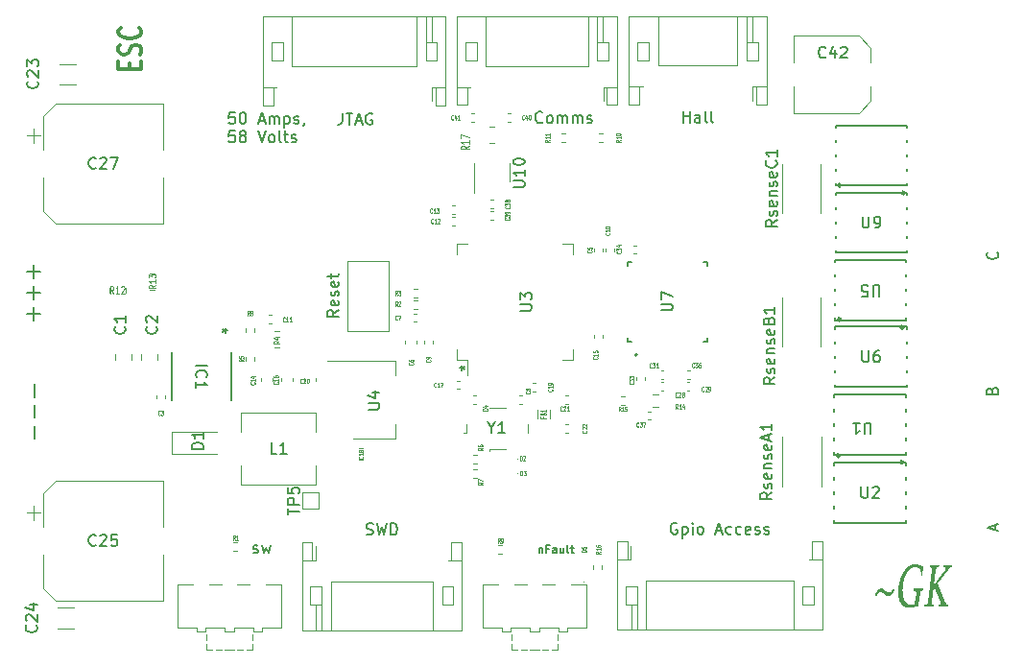
<source format=gto>
%TF.GenerationSoftware,KiCad,Pcbnew,7.0.1-0*%
%TF.CreationDate,2023-08-15T02:12:02+05:30*%
%TF.ProjectId,retry1,72657472-7931-42e6-9b69-6361645f7063,rev?*%
%TF.SameCoordinates,Original*%
%TF.FileFunction,Legend,Top*%
%TF.FilePolarity,Positive*%
%FSLAX46Y46*%
G04 Gerber Fmt 4.6, Leading zero omitted, Abs format (unit mm)*
G04 Created by KiCad (PCBNEW 7.0.1-0) date 2023-08-15 02:12:02*
%MOMM*%
%LPD*%
G01*
G04 APERTURE LIST*
%ADD10C,0.300000*%
%ADD11C,0.150000*%
%ADD12C,0.200000*%
%ADD13C,0.075000*%
%ADD14C,0.125000*%
%ADD15C,0.100000*%
%ADD16C,0.120000*%
%ADD17C,0.127000*%
%ADD18C,0.152400*%
%ADD19C,0.254000*%
G04 APERTURE END LIST*
D10*
X81057619Y-93272857D02*
X81057619Y-92772857D01*
X82105238Y-92558571D02*
X82105238Y-93272857D01*
X82105238Y-93272857D02*
X80105238Y-93272857D01*
X80105238Y-93272857D02*
X80105238Y-92558571D01*
X82010000Y-91987142D02*
X82105238Y-91772857D01*
X82105238Y-91772857D02*
X82105238Y-91415714D01*
X82105238Y-91415714D02*
X82010000Y-91272857D01*
X82010000Y-91272857D02*
X81914761Y-91201428D01*
X81914761Y-91201428D02*
X81724285Y-91129999D01*
X81724285Y-91129999D02*
X81533809Y-91129999D01*
X81533809Y-91129999D02*
X81343333Y-91201428D01*
X81343333Y-91201428D02*
X81248095Y-91272857D01*
X81248095Y-91272857D02*
X81152857Y-91415714D01*
X81152857Y-91415714D02*
X81057619Y-91701428D01*
X81057619Y-91701428D02*
X80962380Y-91844285D01*
X80962380Y-91844285D02*
X80867142Y-91915714D01*
X80867142Y-91915714D02*
X80676666Y-91987142D01*
X80676666Y-91987142D02*
X80486190Y-91987142D01*
X80486190Y-91987142D02*
X80295714Y-91915714D01*
X80295714Y-91915714D02*
X80200476Y-91844285D01*
X80200476Y-91844285D02*
X80105238Y-91701428D01*
X80105238Y-91701428D02*
X80105238Y-91344285D01*
X80105238Y-91344285D02*
X80200476Y-91129999D01*
X81914761Y-89630000D02*
X82010000Y-89701428D01*
X82010000Y-89701428D02*
X82105238Y-89915714D01*
X82105238Y-89915714D02*
X82105238Y-90058571D01*
X82105238Y-90058571D02*
X82010000Y-90272857D01*
X82010000Y-90272857D02*
X81819523Y-90415714D01*
X81819523Y-90415714D02*
X81629047Y-90487143D01*
X81629047Y-90487143D02*
X81248095Y-90558571D01*
X81248095Y-90558571D02*
X80962380Y-90558571D01*
X80962380Y-90558571D02*
X80581428Y-90487143D01*
X80581428Y-90487143D02*
X80390952Y-90415714D01*
X80390952Y-90415714D02*
X80200476Y-90272857D01*
X80200476Y-90272857D02*
X80105238Y-90058571D01*
X80105238Y-90058571D02*
X80105238Y-89915714D01*
X80105238Y-89915714D02*
X80200476Y-89701428D01*
X80200476Y-89701428D02*
X80295714Y-89630000D01*
D11*
X90354285Y-97097619D02*
X89878095Y-97097619D01*
X89878095Y-97097619D02*
X89830476Y-97573809D01*
X89830476Y-97573809D02*
X89878095Y-97526190D01*
X89878095Y-97526190D02*
X89973333Y-97478571D01*
X89973333Y-97478571D02*
X90211428Y-97478571D01*
X90211428Y-97478571D02*
X90306666Y-97526190D01*
X90306666Y-97526190D02*
X90354285Y-97573809D01*
X90354285Y-97573809D02*
X90401904Y-97669047D01*
X90401904Y-97669047D02*
X90401904Y-97907142D01*
X90401904Y-97907142D02*
X90354285Y-98002380D01*
X90354285Y-98002380D02*
X90306666Y-98050000D01*
X90306666Y-98050000D02*
X90211428Y-98097619D01*
X90211428Y-98097619D02*
X89973333Y-98097619D01*
X89973333Y-98097619D02*
X89878095Y-98050000D01*
X89878095Y-98050000D02*
X89830476Y-98002380D01*
X91020952Y-97097619D02*
X91116190Y-97097619D01*
X91116190Y-97097619D02*
X91211428Y-97145238D01*
X91211428Y-97145238D02*
X91259047Y-97192857D01*
X91259047Y-97192857D02*
X91306666Y-97288095D01*
X91306666Y-97288095D02*
X91354285Y-97478571D01*
X91354285Y-97478571D02*
X91354285Y-97716666D01*
X91354285Y-97716666D02*
X91306666Y-97907142D01*
X91306666Y-97907142D02*
X91259047Y-98002380D01*
X91259047Y-98002380D02*
X91211428Y-98050000D01*
X91211428Y-98050000D02*
X91116190Y-98097619D01*
X91116190Y-98097619D02*
X91020952Y-98097619D01*
X91020952Y-98097619D02*
X90925714Y-98050000D01*
X90925714Y-98050000D02*
X90878095Y-98002380D01*
X90878095Y-98002380D02*
X90830476Y-97907142D01*
X90830476Y-97907142D02*
X90782857Y-97716666D01*
X90782857Y-97716666D02*
X90782857Y-97478571D01*
X90782857Y-97478571D02*
X90830476Y-97288095D01*
X90830476Y-97288095D02*
X90878095Y-97192857D01*
X90878095Y-97192857D02*
X90925714Y-97145238D01*
X90925714Y-97145238D02*
X91020952Y-97097619D01*
X92497143Y-97811904D02*
X92973333Y-97811904D01*
X92401905Y-98097619D02*
X92735238Y-97097619D01*
X92735238Y-97097619D02*
X93068571Y-98097619D01*
X93401905Y-98097619D02*
X93401905Y-97430952D01*
X93401905Y-97526190D02*
X93449524Y-97478571D01*
X93449524Y-97478571D02*
X93544762Y-97430952D01*
X93544762Y-97430952D02*
X93687619Y-97430952D01*
X93687619Y-97430952D02*
X93782857Y-97478571D01*
X93782857Y-97478571D02*
X93830476Y-97573809D01*
X93830476Y-97573809D02*
X93830476Y-98097619D01*
X93830476Y-97573809D02*
X93878095Y-97478571D01*
X93878095Y-97478571D02*
X93973333Y-97430952D01*
X93973333Y-97430952D02*
X94116190Y-97430952D01*
X94116190Y-97430952D02*
X94211429Y-97478571D01*
X94211429Y-97478571D02*
X94259048Y-97573809D01*
X94259048Y-97573809D02*
X94259048Y-98097619D01*
X94735238Y-97430952D02*
X94735238Y-98430952D01*
X94735238Y-97478571D02*
X94830476Y-97430952D01*
X94830476Y-97430952D02*
X95020952Y-97430952D01*
X95020952Y-97430952D02*
X95116190Y-97478571D01*
X95116190Y-97478571D02*
X95163809Y-97526190D01*
X95163809Y-97526190D02*
X95211428Y-97621428D01*
X95211428Y-97621428D02*
X95211428Y-97907142D01*
X95211428Y-97907142D02*
X95163809Y-98002380D01*
X95163809Y-98002380D02*
X95116190Y-98050000D01*
X95116190Y-98050000D02*
X95020952Y-98097619D01*
X95020952Y-98097619D02*
X94830476Y-98097619D01*
X94830476Y-98097619D02*
X94735238Y-98050000D01*
X95592381Y-98050000D02*
X95687619Y-98097619D01*
X95687619Y-98097619D02*
X95878095Y-98097619D01*
X95878095Y-98097619D02*
X95973333Y-98050000D01*
X95973333Y-98050000D02*
X96020952Y-97954761D01*
X96020952Y-97954761D02*
X96020952Y-97907142D01*
X96020952Y-97907142D02*
X95973333Y-97811904D01*
X95973333Y-97811904D02*
X95878095Y-97764285D01*
X95878095Y-97764285D02*
X95735238Y-97764285D01*
X95735238Y-97764285D02*
X95640000Y-97716666D01*
X95640000Y-97716666D02*
X95592381Y-97621428D01*
X95592381Y-97621428D02*
X95592381Y-97573809D01*
X95592381Y-97573809D02*
X95640000Y-97478571D01*
X95640000Y-97478571D02*
X95735238Y-97430952D01*
X95735238Y-97430952D02*
X95878095Y-97430952D01*
X95878095Y-97430952D02*
X95973333Y-97478571D01*
X96497143Y-98050000D02*
X96497143Y-98097619D01*
X96497143Y-98097619D02*
X96449524Y-98192857D01*
X96449524Y-98192857D02*
X96401905Y-98240476D01*
X90354285Y-98717619D02*
X89878095Y-98717619D01*
X89878095Y-98717619D02*
X89830476Y-99193809D01*
X89830476Y-99193809D02*
X89878095Y-99146190D01*
X89878095Y-99146190D02*
X89973333Y-99098571D01*
X89973333Y-99098571D02*
X90211428Y-99098571D01*
X90211428Y-99098571D02*
X90306666Y-99146190D01*
X90306666Y-99146190D02*
X90354285Y-99193809D01*
X90354285Y-99193809D02*
X90401904Y-99289047D01*
X90401904Y-99289047D02*
X90401904Y-99527142D01*
X90401904Y-99527142D02*
X90354285Y-99622380D01*
X90354285Y-99622380D02*
X90306666Y-99670000D01*
X90306666Y-99670000D02*
X90211428Y-99717619D01*
X90211428Y-99717619D02*
X89973333Y-99717619D01*
X89973333Y-99717619D02*
X89878095Y-99670000D01*
X89878095Y-99670000D02*
X89830476Y-99622380D01*
X90973333Y-99146190D02*
X90878095Y-99098571D01*
X90878095Y-99098571D02*
X90830476Y-99050952D01*
X90830476Y-99050952D02*
X90782857Y-98955714D01*
X90782857Y-98955714D02*
X90782857Y-98908095D01*
X90782857Y-98908095D02*
X90830476Y-98812857D01*
X90830476Y-98812857D02*
X90878095Y-98765238D01*
X90878095Y-98765238D02*
X90973333Y-98717619D01*
X90973333Y-98717619D02*
X91163809Y-98717619D01*
X91163809Y-98717619D02*
X91259047Y-98765238D01*
X91259047Y-98765238D02*
X91306666Y-98812857D01*
X91306666Y-98812857D02*
X91354285Y-98908095D01*
X91354285Y-98908095D02*
X91354285Y-98955714D01*
X91354285Y-98955714D02*
X91306666Y-99050952D01*
X91306666Y-99050952D02*
X91259047Y-99098571D01*
X91259047Y-99098571D02*
X91163809Y-99146190D01*
X91163809Y-99146190D02*
X90973333Y-99146190D01*
X90973333Y-99146190D02*
X90878095Y-99193809D01*
X90878095Y-99193809D02*
X90830476Y-99241428D01*
X90830476Y-99241428D02*
X90782857Y-99336666D01*
X90782857Y-99336666D02*
X90782857Y-99527142D01*
X90782857Y-99527142D02*
X90830476Y-99622380D01*
X90830476Y-99622380D02*
X90878095Y-99670000D01*
X90878095Y-99670000D02*
X90973333Y-99717619D01*
X90973333Y-99717619D02*
X91163809Y-99717619D01*
X91163809Y-99717619D02*
X91259047Y-99670000D01*
X91259047Y-99670000D02*
X91306666Y-99622380D01*
X91306666Y-99622380D02*
X91354285Y-99527142D01*
X91354285Y-99527142D02*
X91354285Y-99336666D01*
X91354285Y-99336666D02*
X91306666Y-99241428D01*
X91306666Y-99241428D02*
X91259047Y-99193809D01*
X91259047Y-99193809D02*
X91163809Y-99146190D01*
X92401905Y-98717619D02*
X92735238Y-99717619D01*
X92735238Y-99717619D02*
X93068571Y-98717619D01*
X93544762Y-99717619D02*
X93449524Y-99670000D01*
X93449524Y-99670000D02*
X93401905Y-99622380D01*
X93401905Y-99622380D02*
X93354286Y-99527142D01*
X93354286Y-99527142D02*
X93354286Y-99241428D01*
X93354286Y-99241428D02*
X93401905Y-99146190D01*
X93401905Y-99146190D02*
X93449524Y-99098571D01*
X93449524Y-99098571D02*
X93544762Y-99050952D01*
X93544762Y-99050952D02*
X93687619Y-99050952D01*
X93687619Y-99050952D02*
X93782857Y-99098571D01*
X93782857Y-99098571D02*
X93830476Y-99146190D01*
X93830476Y-99146190D02*
X93878095Y-99241428D01*
X93878095Y-99241428D02*
X93878095Y-99527142D01*
X93878095Y-99527142D02*
X93830476Y-99622380D01*
X93830476Y-99622380D02*
X93782857Y-99670000D01*
X93782857Y-99670000D02*
X93687619Y-99717619D01*
X93687619Y-99717619D02*
X93544762Y-99717619D01*
X94449524Y-99717619D02*
X94354286Y-99670000D01*
X94354286Y-99670000D02*
X94306667Y-99574761D01*
X94306667Y-99574761D02*
X94306667Y-98717619D01*
X94687620Y-99050952D02*
X95068572Y-99050952D01*
X94830477Y-98717619D02*
X94830477Y-99574761D01*
X94830477Y-99574761D02*
X94878096Y-99670000D01*
X94878096Y-99670000D02*
X94973334Y-99717619D01*
X94973334Y-99717619D02*
X95068572Y-99717619D01*
X95354287Y-99670000D02*
X95449525Y-99717619D01*
X95449525Y-99717619D02*
X95640001Y-99717619D01*
X95640001Y-99717619D02*
X95735239Y-99670000D01*
X95735239Y-99670000D02*
X95782858Y-99574761D01*
X95782858Y-99574761D02*
X95782858Y-99527142D01*
X95782858Y-99527142D02*
X95735239Y-99431904D01*
X95735239Y-99431904D02*
X95640001Y-99384285D01*
X95640001Y-99384285D02*
X95497144Y-99384285D01*
X95497144Y-99384285D02*
X95401906Y-99336666D01*
X95401906Y-99336666D02*
X95354287Y-99241428D01*
X95354287Y-99241428D02*
X95354287Y-99193809D01*
X95354287Y-99193809D02*
X95401906Y-99098571D01*
X95401906Y-99098571D02*
X95497144Y-99050952D01*
X95497144Y-99050952D02*
X95640001Y-99050952D01*
X95640001Y-99050952D02*
X95735239Y-99098571D01*
X72632500Y-115418571D02*
X72632500Y-114275714D01*
X73203928Y-114847142D02*
X72061071Y-114847142D01*
X72632500Y-113561428D02*
X72632500Y-112418571D01*
X73203928Y-112989999D02*
X72061071Y-112989999D01*
X72632500Y-111704285D02*
X72632500Y-110561428D01*
X73203928Y-111132856D02*
X72061071Y-111132856D01*
D12*
G36*
X148083925Y-139459476D02*
G01*
X148108375Y-139456625D01*
X148135015Y-139448073D01*
X148158888Y-139436591D01*
X148184281Y-139421149D01*
X148211195Y-139401748D01*
X148233821Y-139383376D01*
X148239630Y-139378387D01*
X148263491Y-139355978D01*
X148288364Y-139329783D01*
X148314248Y-139299802D01*
X148334324Y-139274832D01*
X148354970Y-139247733D01*
X148376184Y-139218504D01*
X148397968Y-139187145D01*
X148420320Y-139153657D01*
X148443241Y-139118040D01*
X148458838Y-139093112D01*
X148479827Y-139116132D01*
X148498879Y-139143343D01*
X148514383Y-139175209D01*
X148519898Y-139191786D01*
X148528342Y-139230850D01*
X148530706Y-139270378D01*
X148529057Y-139290460D01*
X148521887Y-139327867D01*
X148509356Y-139361413D01*
X148505244Y-139368618D01*
X148481468Y-139407687D01*
X148457767Y-139444661D01*
X148434141Y-139479540D01*
X148410590Y-139512324D01*
X148387115Y-139543013D01*
X148363714Y-139571606D01*
X148340389Y-139598105D01*
X148317139Y-139622508D01*
X148293964Y-139644816D01*
X148270864Y-139665029D01*
X148255505Y-139677341D01*
X148232924Y-139694277D01*
X148203801Y-139714266D01*
X148175804Y-139731295D01*
X148148932Y-139745361D01*
X148123187Y-139756467D01*
X148098567Y-139764611D01*
X148069375Y-139770626D01*
X148047288Y-139772107D01*
X148016901Y-139770747D01*
X147992248Y-139767702D01*
X147967289Y-139762916D01*
X147942025Y-139756391D01*
X147916456Y-139748124D01*
X147890582Y-139738118D01*
X147864402Y-139726372D01*
X147844567Y-139716420D01*
X147817834Y-139701460D01*
X147790757Y-139684912D01*
X147763337Y-139666777D01*
X147735573Y-139647055D01*
X147707466Y-139625744D01*
X147679016Y-139602847D01*
X147650222Y-139578361D01*
X147628401Y-139558955D01*
X147621085Y-139552288D01*
X147598941Y-139534031D01*
X147572092Y-139512755D01*
X147546168Y-139493197D01*
X147521169Y-139475356D01*
X147497093Y-139459232D01*
X147473942Y-139444825D01*
X147460495Y-139437006D01*
X147434570Y-139423393D01*
X147409462Y-139412597D01*
X147385168Y-139404617D01*
X147357858Y-139398867D01*
X147331657Y-139396950D01*
X147306448Y-139399369D01*
X147280433Y-139406624D01*
X147268154Y-139411605D01*
X147244331Y-139423779D01*
X147220669Y-139439654D01*
X147197743Y-139457858D01*
X147192438Y-139462407D01*
X147170533Y-139482618D01*
X147149988Y-139503809D01*
X147128158Y-139528272D01*
X147108423Y-139551846D01*
X147094741Y-139568897D01*
X147073153Y-139596958D01*
X147054015Y-139622914D01*
X147033833Y-139651207D01*
X147012608Y-139681837D01*
X146990339Y-139714805D01*
X146971773Y-139742863D01*
X146962240Y-139757452D01*
X146940781Y-139737036D01*
X146920621Y-139712902D01*
X146903507Y-139684729D01*
X146893241Y-139658778D01*
X146884797Y-139619715D01*
X146882433Y-139580186D01*
X146884082Y-139560104D01*
X146893088Y-139523712D01*
X146910338Y-139492693D01*
X146929035Y-139464193D01*
X146947423Y-139436823D01*
X146974422Y-139397885D01*
X147000725Y-139361489D01*
X147026329Y-139327635D01*
X147051236Y-139296322D01*
X147075445Y-139267551D01*
X147098956Y-139241321D01*
X147121770Y-139217634D01*
X147143886Y-139196488D01*
X147172288Y-139172247D01*
X147199680Y-139151639D01*
X147226289Y-139133778D01*
X147252116Y-139118666D01*
X147277160Y-139106301D01*
X147301422Y-139096684D01*
X147330650Y-139088527D01*
X147358655Y-139084663D01*
X147369515Y-139084319D01*
X147394443Y-139085559D01*
X147419997Y-139089280D01*
X147446177Y-139095482D01*
X147472984Y-139104164D01*
X147500416Y-139115327D01*
X147528475Y-139128970D01*
X147539874Y-139135122D01*
X147563325Y-139148524D01*
X147587883Y-139163820D01*
X147613547Y-139181009D01*
X147640319Y-139200090D01*
X147668197Y-139221065D01*
X147697182Y-139243932D01*
X147719646Y-139262324D01*
X147742734Y-139281782D01*
X147758471Y-139295345D01*
X147782640Y-139315220D01*
X147806299Y-139333813D01*
X147829447Y-139351124D01*
X147852085Y-139367152D01*
X147885085Y-139388791D01*
X147916936Y-139407544D01*
X147947638Y-139423412D01*
X147977193Y-139436395D01*
X148005598Y-139446493D01*
X148032856Y-139453706D01*
X148058964Y-139458034D01*
X148083925Y-139459476D01*
G37*
G36*
X150556273Y-140670921D02*
G01*
X150526120Y-140679708D01*
X150495880Y-140688117D01*
X150465555Y-140696148D01*
X150435144Y-140703802D01*
X150404647Y-140711078D01*
X150374064Y-140717976D01*
X150343395Y-140724496D01*
X150312641Y-140730638D01*
X150281800Y-140736403D01*
X150250874Y-140741789D01*
X150230209Y-140745170D01*
X150198841Y-140750059D01*
X150166560Y-140754467D01*
X150133367Y-140758394D01*
X150099262Y-140761840D01*
X150064245Y-140764805D01*
X150028315Y-140767290D01*
X150003855Y-140768679D01*
X149978989Y-140769854D01*
X149953718Y-140770816D01*
X149928042Y-140771564D01*
X149901960Y-140772098D01*
X149875472Y-140772419D01*
X149848579Y-140772526D01*
X149812012Y-140771953D01*
X149776194Y-140770236D01*
X149741124Y-140767374D01*
X149706804Y-140763367D01*
X149673233Y-140758215D01*
X149640410Y-140751918D01*
X149608337Y-140744476D01*
X149577012Y-140735889D01*
X149546436Y-140726158D01*
X149516609Y-140715281D01*
X149487532Y-140703260D01*
X149459203Y-140690094D01*
X149431623Y-140675783D01*
X149404792Y-140660327D01*
X149378710Y-140643726D01*
X149353377Y-140625980D01*
X149328762Y-140607120D01*
X149304834Y-140587420D01*
X149281593Y-140566881D01*
X149259038Y-140545502D01*
X149237171Y-140523283D01*
X149215990Y-140500225D01*
X149195497Y-140476328D01*
X149175690Y-140451591D01*
X149156571Y-140426014D01*
X149138138Y-140399597D01*
X149120392Y-140372341D01*
X149103333Y-140344246D01*
X149079033Y-140300528D01*
X149056279Y-140254922D01*
X149041967Y-140223468D01*
X149021882Y-140174841D01*
X149003299Y-140124584D01*
X148986218Y-140072695D01*
X148975666Y-140037195D01*
X148965782Y-140000971D01*
X148956566Y-139964022D01*
X148948017Y-139926347D01*
X148940137Y-139887948D01*
X148932924Y-139848823D01*
X148926379Y-139808973D01*
X148920502Y-139768398D01*
X148915293Y-139727099D01*
X148910751Y-139685074D01*
X148906878Y-139642323D01*
X148905191Y-139620676D01*
X148902367Y-139576968D01*
X148900154Y-139532795D01*
X148898551Y-139488156D01*
X148897559Y-139443051D01*
X148897177Y-139397480D01*
X148897406Y-139351444D01*
X148898246Y-139304943D01*
X148899696Y-139257976D01*
X148901757Y-139210543D01*
X148904428Y-139162645D01*
X148907710Y-139114281D01*
X148911603Y-139065451D01*
X148916106Y-139016156D01*
X148921220Y-138966396D01*
X148926944Y-138916169D01*
X148933279Y-138865478D01*
X148939049Y-138822983D01*
X148945367Y-138780496D01*
X148952234Y-138738017D01*
X148959650Y-138695546D01*
X148967614Y-138653082D01*
X148976127Y-138610625D01*
X148985188Y-138568177D01*
X148994798Y-138525736D01*
X149004956Y-138483302D01*
X149015664Y-138440877D01*
X149026919Y-138398458D01*
X149038724Y-138356048D01*
X149051076Y-138313645D01*
X149063978Y-138271250D01*
X149077428Y-138228862D01*
X149091427Y-138186482D01*
X149106024Y-138144251D01*
X149121117Y-138102554D01*
X149136707Y-138061392D01*
X149152793Y-138020764D01*
X149169374Y-137980670D01*
X149186452Y-137941110D01*
X149204026Y-137902085D01*
X149222096Y-137863593D01*
X149240663Y-137825636D01*
X149259725Y-137788214D01*
X149279284Y-137751326D01*
X149299338Y-137714972D01*
X149319889Y-137679152D01*
X149340936Y-137643866D01*
X149362479Y-137609115D01*
X149384518Y-137574898D01*
X149407041Y-137541338D01*
X149430037Y-137508556D01*
X149453505Y-137476552D01*
X149477445Y-137445327D01*
X149501857Y-137414881D01*
X149526742Y-137385213D01*
X149552099Y-137356324D01*
X149577928Y-137328213D01*
X149604229Y-137300881D01*
X149631003Y-137274327D01*
X149658249Y-137248552D01*
X149685967Y-137223555D01*
X149714158Y-137199337D01*
X149742820Y-137175897D01*
X149771955Y-137153236D01*
X149801563Y-137131353D01*
X149831676Y-137110413D01*
X149862175Y-137090824D01*
X149893061Y-137072586D01*
X149924333Y-137055699D01*
X149955991Y-137040163D01*
X149988036Y-137025978D01*
X150020468Y-137013144D01*
X150053285Y-137001660D01*
X150086490Y-136991528D01*
X150120080Y-136982747D01*
X150154057Y-136975316D01*
X150188420Y-136969237D01*
X150223170Y-136964509D01*
X150258306Y-136961131D01*
X150293829Y-136959105D01*
X150329738Y-136958429D01*
X150355393Y-136958567D01*
X150380762Y-136958979D01*
X150405844Y-136959666D01*
X150430641Y-136960628D01*
X150455151Y-136961864D01*
X150485386Y-136963796D01*
X150515174Y-136966157D01*
X150526964Y-136967222D01*
X150556230Y-136970351D01*
X150585258Y-136974244D01*
X150614047Y-136978900D01*
X150642598Y-136984319D01*
X150670910Y-136990502D01*
X150698983Y-136997447D01*
X150710146Y-137000439D01*
X150738196Y-137008005D01*
X150766246Y-137016048D01*
X150794295Y-137024568D01*
X150822345Y-137033565D01*
X150850395Y-137043039D01*
X150878445Y-137052990D01*
X150889665Y-137057103D01*
X150918248Y-137067560D01*
X150947517Y-137078780D01*
X150971426Y-137088306D01*
X150995774Y-137098319D01*
X151020561Y-137108822D01*
X151045787Y-137119813D01*
X151071451Y-137131292D01*
X151084448Y-137137215D01*
X151079878Y-137187453D01*
X151075633Y-137238026D01*
X151071711Y-137288936D01*
X151068114Y-137340181D01*
X151064842Y-137391762D01*
X151061894Y-137443679D01*
X151059896Y-137482837D01*
X151058080Y-137522184D01*
X151056971Y-137548520D01*
X151055486Y-137588019D01*
X151054237Y-137627380D01*
X151053225Y-137666604D01*
X151052449Y-137705690D01*
X151051781Y-137757592D01*
X151051533Y-137809249D01*
X151051704Y-137860662D01*
X151052296Y-137911831D01*
X151053307Y-137962756D01*
X151030362Y-137976995D01*
X151022777Y-137979364D01*
X150998421Y-137984534D01*
X150987972Y-137985226D01*
X150963662Y-137980647D01*
X150940580Y-137959395D01*
X150929476Y-137920826D01*
X150928743Y-137911953D01*
X150926695Y-137865650D01*
X150923754Y-137821019D01*
X150919921Y-137778059D01*
X150915196Y-137736770D01*
X150909578Y-137697153D01*
X150903069Y-137659208D01*
X150891633Y-137605424D01*
X150878189Y-137555401D01*
X150862739Y-137509139D01*
X150845281Y-137466638D01*
X150825816Y-137427898D01*
X150804344Y-137392918D01*
X150788914Y-137371688D01*
X150763906Y-137342531D01*
X150736278Y-137316241D01*
X150706032Y-137292820D01*
X150673166Y-137272266D01*
X150649801Y-137260157D01*
X150625272Y-137249323D01*
X150599578Y-137239763D01*
X150572721Y-137231478D01*
X150544700Y-137224467D01*
X150515515Y-137218731D01*
X150485166Y-137214270D01*
X150453653Y-137211083D01*
X150420976Y-137209171D01*
X150387135Y-137208534D01*
X150359736Y-137208996D01*
X150332648Y-137210381D01*
X150305869Y-137212690D01*
X150279401Y-137215922D01*
X150253243Y-137220078D01*
X150227394Y-137225158D01*
X150201856Y-137231161D01*
X150176628Y-137238087D01*
X150151710Y-137245938D01*
X150127102Y-137254711D01*
X150102804Y-137264408D01*
X150078816Y-137275029D01*
X150055139Y-137286573D01*
X150031771Y-137299041D01*
X150008714Y-137312433D01*
X149985966Y-137326748D01*
X149952589Y-137349502D01*
X149920006Y-137373802D01*
X149888218Y-137399648D01*
X149857223Y-137427040D01*
X149827023Y-137455977D01*
X149797618Y-137486460D01*
X149769006Y-137518488D01*
X149741189Y-137552062D01*
X149714166Y-137587181D01*
X149687937Y-137623846D01*
X149670893Y-137649148D01*
X149645966Y-137688312D01*
X149621791Y-137728867D01*
X149598368Y-137770813D01*
X149575695Y-137814149D01*
X149553774Y-137858877D01*
X149532605Y-137904996D01*
X149512186Y-137952506D01*
X149492519Y-138001407D01*
X149473603Y-138051699D01*
X149461410Y-138086000D01*
X149449551Y-138120919D01*
X149443747Y-138138611D01*
X149432486Y-138174213D01*
X149421603Y-138210189D01*
X149411096Y-138246539D01*
X149400966Y-138283264D01*
X149391213Y-138320362D01*
X149381837Y-138357834D01*
X149372838Y-138395680D01*
X149364215Y-138433900D01*
X149355970Y-138472495D01*
X149348101Y-138511463D01*
X149340609Y-138550805D01*
X149333494Y-138590521D01*
X149326756Y-138630611D01*
X149320395Y-138671075D01*
X149314410Y-138711914D01*
X149308803Y-138753126D01*
X149302849Y-138801368D01*
X149297506Y-138849129D01*
X149292774Y-138896409D01*
X149288653Y-138943208D01*
X149285142Y-138989526D01*
X149282241Y-139035364D01*
X149279952Y-139080720D01*
X149278272Y-139125596D01*
X149277204Y-139169991D01*
X149276746Y-139213905D01*
X149276898Y-139257338D01*
X149277662Y-139300291D01*
X149279036Y-139342762D01*
X149281020Y-139384753D01*
X149283615Y-139426263D01*
X149286821Y-139467292D01*
X149290580Y-139507611D01*
X149294835Y-139547236D01*
X149299586Y-139586166D01*
X149304834Y-139624401D01*
X149313635Y-139680452D01*
X149323553Y-139734940D01*
X149334587Y-139787865D01*
X149346737Y-139839228D01*
X149360003Y-139889028D01*
X149374386Y-139937265D01*
X149389885Y-139983939D01*
X149406500Y-140029050D01*
X149424188Y-140072261D01*
X149442907Y-140113600D01*
X149462657Y-140153068D01*
X149483436Y-140190663D01*
X149505246Y-140226386D01*
X149528087Y-140260238D01*
X149551958Y-140292217D01*
X149576859Y-140322325D01*
X149602791Y-140350561D01*
X149629753Y-140376925D01*
X149648300Y-140393461D01*
X149676867Y-140416507D01*
X149706239Y-140437287D01*
X149736416Y-140455800D01*
X149767397Y-140472046D01*
X149799184Y-140486025D01*
X149831776Y-140497737D01*
X149865173Y-140507183D01*
X149899374Y-140514361D01*
X149934381Y-140519273D01*
X149970193Y-140521917D01*
X149994515Y-140522421D01*
X150019473Y-140522070D01*
X150044584Y-140521017D01*
X150069848Y-140519261D01*
X150095265Y-140516803D01*
X150120834Y-140513644D01*
X150146556Y-140509781D01*
X150172430Y-140505217D01*
X150198457Y-140499951D01*
X150224074Y-140494165D01*
X150248718Y-140488044D01*
X150278154Y-140479920D01*
X150306070Y-140471271D01*
X150332465Y-140462098D01*
X150357339Y-140452400D01*
X150376144Y-140444263D01*
X150487885Y-139582575D01*
X150492351Y-139537518D01*
X150493538Y-139496994D01*
X150490633Y-139454347D01*
X150481275Y-139412840D01*
X150465488Y-139380216D01*
X150459797Y-139372526D01*
X150435400Y-139347949D01*
X150408395Y-139329264D01*
X150381594Y-139315373D01*
X150357342Y-139305359D01*
X150330589Y-139296322D01*
X150301337Y-139288262D01*
X150285774Y-139284598D01*
X150262612Y-139269348D01*
X150253412Y-139245519D01*
X150249820Y-139205258D01*
X150251580Y-139178108D01*
X150258092Y-139138117D01*
X150266941Y-139098500D01*
X150269898Y-139087250D01*
X150294943Y-139090135D01*
X150320617Y-139092929D01*
X150346921Y-139095631D01*
X150373854Y-139098241D01*
X150401417Y-139100760D01*
X150429610Y-139103187D01*
X150458433Y-139105522D01*
X150487885Y-139107766D01*
X150517194Y-139109598D01*
X150545587Y-139111186D01*
X150573065Y-139112529D01*
X150599626Y-139113628D01*
X150625272Y-139114483D01*
X150650001Y-139115094D01*
X150679625Y-139115514D01*
X150696713Y-139115582D01*
X150725242Y-139115391D01*
X150755114Y-139114819D01*
X150779977Y-139114086D01*
X150805699Y-139113109D01*
X150832279Y-139111888D01*
X150859719Y-139110423D01*
X150888016Y-139108713D01*
X150902487Y-139107766D01*
X150931186Y-139105522D01*
X150958968Y-139103187D01*
X150985835Y-139100760D01*
X151011786Y-139098241D01*
X151036821Y-139095631D01*
X151066826Y-139092239D01*
X151095401Y-139088704D01*
X151106430Y-139087250D01*
X151105085Y-139126588D01*
X151102196Y-139166874D01*
X151100935Y-139178108D01*
X151093772Y-139217389D01*
X151080756Y-139250752D01*
X151078953Y-139253335D01*
X151057911Y-139273737D01*
X151047201Y-139278736D01*
X151019943Y-139284842D01*
X150994651Y-139291926D01*
X150965799Y-139302153D01*
X150940018Y-139313907D01*
X150913135Y-139330027D01*
X150890673Y-139348346D01*
X150884169Y-139354940D01*
X150863958Y-139381254D01*
X150847137Y-139413177D01*
X150833705Y-139450710D01*
X150824889Y-139487347D01*
X150819445Y-139521025D01*
X150689385Y-140522421D01*
X150681829Y-140560248D01*
X150668992Y-140595646D01*
X150660076Y-140612302D01*
X150637893Y-140635097D01*
X150612877Y-140649935D01*
X150589206Y-140660101D01*
X150561328Y-140669444D01*
X150556273Y-140670921D01*
G37*
G36*
X152011350Y-138876224D02*
G01*
X151827557Y-140290879D01*
X151823886Y-140330309D01*
X151824216Y-140370407D01*
X151830675Y-140408447D01*
X151845696Y-140441317D01*
X151850150Y-140447194D01*
X151873429Y-140469298D01*
X151896999Y-140485395D01*
X151920642Y-140498495D01*
X151947923Y-140511308D01*
X151972366Y-140521352D01*
X151999138Y-140531214D01*
X152021468Y-140548756D01*
X152024173Y-140553684D01*
X152028328Y-140592195D01*
X152026004Y-140615233D01*
X152019412Y-140655519D01*
X152011241Y-140693003D01*
X152007076Y-140710000D01*
X151979751Y-140710000D01*
X151952732Y-140710000D01*
X151926017Y-140710000D01*
X151899609Y-140710000D01*
X151873505Y-140710000D01*
X151847707Y-140710000D01*
X151822214Y-140710000D01*
X151797027Y-140710000D01*
X151772364Y-140710000D01*
X151742153Y-140710000D01*
X151712627Y-140710000D01*
X151683787Y-140710000D01*
X151655633Y-140710000D01*
X151628165Y-140710000D01*
X151612013Y-140710000D01*
X151583411Y-140710000D01*
X151553707Y-140710000D01*
X151529149Y-140710000D01*
X151503885Y-140710000D01*
X151477915Y-140710000D01*
X151451239Y-140710000D01*
X151423858Y-140710000D01*
X151409902Y-140710000D01*
X151382100Y-140710000D01*
X151354566Y-140710000D01*
X151327298Y-140710000D01*
X151300298Y-140710000D01*
X151273565Y-140710000D01*
X151247099Y-140710000D01*
X151220900Y-140710000D01*
X151194968Y-140710000D01*
X151196069Y-140668301D01*
X151198842Y-140629002D01*
X151199853Y-140620118D01*
X151207720Y-140581487D01*
X151222846Y-140548753D01*
X151246259Y-140531214D01*
X151271066Y-140522813D01*
X151301887Y-140511692D01*
X151330132Y-140500663D01*
X151355802Y-140489726D01*
X151384266Y-140476183D01*
X151408705Y-140462783D01*
X151432719Y-140446892D01*
X151436158Y-140444263D01*
X151457796Y-140422565D01*
X151475695Y-140394228D01*
X151489853Y-140359252D01*
X151500272Y-140317639D01*
X151504546Y-140290879D01*
X151874574Y-137445938D01*
X151878051Y-137406107D01*
X151877008Y-137365455D01*
X151869089Y-137326666D01*
X151851604Y-137292809D01*
X151846486Y-137286692D01*
X151824050Y-137266449D01*
X151798448Y-137250215D01*
X151772619Y-137237473D01*
X151742706Y-137225447D01*
X151715834Y-137216341D01*
X151686349Y-137207694D01*
X151678569Y-137205603D01*
X151657415Y-137184579D01*
X151653092Y-137145759D01*
X151655976Y-137110837D01*
X151662693Y-137071270D01*
X151671747Y-137031208D01*
X151674295Y-137020956D01*
X151699539Y-137020956D01*
X151725204Y-137020956D01*
X151751288Y-137020956D01*
X151777793Y-137020956D01*
X151804717Y-137020956D01*
X151832060Y-137020956D01*
X151859824Y-137020956D01*
X151888007Y-137020956D01*
X151915971Y-137020956D01*
X151943076Y-137020956D01*
X151969323Y-137020956D01*
X151994711Y-137020956D01*
X152019240Y-137020956D01*
X152048694Y-137020956D01*
X152076806Y-137020956D01*
X152087676Y-137020956D01*
X152116042Y-137020956D01*
X152145421Y-137020956D01*
X152175814Y-137020956D01*
X152200859Y-137020956D01*
X152226552Y-137020956D01*
X152252894Y-137020956D01*
X152279885Y-137020956D01*
X152286734Y-137020956D01*
X152314345Y-137020956D01*
X152341917Y-137020956D01*
X152369452Y-137020956D01*
X152396948Y-137020956D01*
X152424406Y-137020956D01*
X152451827Y-137020956D01*
X152479208Y-137020956D01*
X152506552Y-137020956D01*
X152505847Y-137062654D01*
X152503280Y-137101953D01*
X152502278Y-137110837D01*
X152494115Y-137151907D01*
X152480400Y-137184307D01*
X152457488Y-137204801D01*
X152455261Y-137205603D01*
X152430668Y-137211960D01*
X152400080Y-137220837D01*
X152372011Y-137230171D01*
X152346461Y-137239964D01*
X152318065Y-137252849D01*
X152293605Y-137266449D01*
X152269448Y-137283714D01*
X152265973Y-137286692D01*
X152244335Y-137310340D01*
X152226436Y-137340253D01*
X152212278Y-137376431D01*
X152201859Y-137418873D01*
X152197585Y-137445938D01*
X152021730Y-138798066D01*
X152986489Y-137512372D01*
X153005037Y-137486223D01*
X153022210Y-137457601D01*
X153032896Y-137437145D01*
X153047345Y-137402529D01*
X153057496Y-137364167D01*
X153059762Y-137350195D01*
X153059533Y-137309025D01*
X153045332Y-137274036D01*
X153031674Y-137259337D01*
X153006856Y-137241133D01*
X152983138Y-137228493D01*
X152955985Y-137217563D01*
X152933367Y-137210488D01*
X152912329Y-137189010D01*
X152908262Y-137147996D01*
X152911385Y-137110837D01*
X152918254Y-137071270D01*
X152926812Y-137034542D01*
X152930314Y-137020956D01*
X152955196Y-137020956D01*
X152980078Y-137020956D01*
X153004960Y-137020956D01*
X153029842Y-137020956D01*
X153054725Y-137020956D01*
X153079607Y-137020956D01*
X153104489Y-137020956D01*
X153129371Y-137020956D01*
X153154130Y-137020956D01*
X153184299Y-137020956D01*
X153213604Y-137020956D01*
X153242045Y-137020956D01*
X153269620Y-137020956D01*
X153296331Y-137020956D01*
X153311943Y-137020956D01*
X153340637Y-137020956D01*
X153369932Y-137020956D01*
X153394803Y-137020956D01*
X153420092Y-137020956D01*
X153445798Y-137020956D01*
X153471922Y-137020956D01*
X153497882Y-137020956D01*
X153523096Y-137020956D01*
X153547565Y-137020956D01*
X153575944Y-137020956D01*
X153603250Y-137020956D01*
X153625184Y-137020956D01*
X153624084Y-137062654D01*
X153621311Y-137101953D01*
X153620300Y-137110837D01*
X153612743Y-137150771D01*
X153600046Y-137184894D01*
X153580726Y-137209395D01*
X153569009Y-137216350D01*
X153544572Y-137223920D01*
X153520494Y-137232588D01*
X153496773Y-137242353D01*
X153468781Y-137255519D01*
X153441303Y-137270265D01*
X153418799Y-137283761D01*
X153392109Y-137302365D01*
X153369670Y-137320545D01*
X153347053Y-137341158D01*
X153324256Y-137364204D01*
X153301281Y-137389682D01*
X153278127Y-137417594D01*
X153273475Y-137423468D01*
X152338025Y-138664221D01*
X153064036Y-140307487D01*
X153081238Y-140343265D01*
X153098956Y-140375127D01*
X153117188Y-140403074D01*
X153139110Y-140430730D01*
X153161734Y-140453056D01*
X153186260Y-140471596D01*
X153209330Y-140485701D01*
X153234289Y-140498157D01*
X153261136Y-140508965D01*
X153289873Y-140518124D01*
X153294846Y-140519490D01*
X153317400Y-140535702D01*
X153325529Y-140575544D01*
X153322934Y-140615233D01*
X153316342Y-140655519D01*
X153308170Y-140693003D01*
X153304005Y-140710000D01*
X153277110Y-140710000D01*
X153249547Y-140710000D01*
X153221316Y-140710000D01*
X153192417Y-140710000D01*
X153162850Y-140710000D01*
X153132615Y-140710000D01*
X153101713Y-140710000D01*
X153070143Y-140710000D01*
X153038916Y-140710000D01*
X153008738Y-140710000D01*
X152979611Y-140710000D01*
X152951532Y-140710000D01*
X152924503Y-140710000D01*
X152898524Y-140710000D01*
X152873594Y-140710000D01*
X152849713Y-140710000D01*
X152819487Y-140710000D01*
X152794920Y-140710000D01*
X152770009Y-140710000D01*
X152744755Y-140710000D01*
X152719157Y-140710000D01*
X152693215Y-140710000D01*
X152666931Y-140710000D01*
X152646992Y-140710000D01*
X152620259Y-140710000D01*
X152593182Y-140710000D01*
X152565762Y-140710000D01*
X152537998Y-140710000D01*
X152509891Y-140710000D01*
X152481441Y-140710000D01*
X152452647Y-140710000D01*
X152423510Y-140710000D01*
X152424215Y-140668301D01*
X152426782Y-140629002D01*
X152427784Y-140620118D01*
X152436188Y-140579512D01*
X152452494Y-140546464D01*
X152475439Y-140531655D01*
X152477854Y-140531214D01*
X152506043Y-140527112D01*
X152531764Y-140521036D01*
X152562218Y-140509862D01*
X152588283Y-140495176D01*
X152609959Y-140476980D01*
X152630883Y-140449298D01*
X152644950Y-140416130D01*
X152651266Y-140385645D01*
X152651867Y-140343879D01*
X152643819Y-140305594D01*
X152631116Y-140274270D01*
X152011350Y-138876224D01*
G37*
D13*
%TO.C,R8*%
X91637125Y-114993047D02*
X91537125Y-114802571D01*
X91465696Y-114993047D02*
X91465696Y-114593047D01*
X91465696Y-114593047D02*
X91579982Y-114593047D01*
X91579982Y-114593047D02*
X91608553Y-114612095D01*
X91608553Y-114612095D02*
X91622839Y-114631142D01*
X91622839Y-114631142D02*
X91637125Y-114669238D01*
X91637125Y-114669238D02*
X91637125Y-114726380D01*
X91637125Y-114726380D02*
X91622839Y-114764476D01*
X91622839Y-114764476D02*
X91608553Y-114783523D01*
X91608553Y-114783523D02*
X91579982Y-114802571D01*
X91579982Y-114802571D02*
X91465696Y-114802571D01*
X91808553Y-114764476D02*
X91779982Y-114745428D01*
X91779982Y-114745428D02*
X91765696Y-114726380D01*
X91765696Y-114726380D02*
X91751410Y-114688285D01*
X91751410Y-114688285D02*
X91751410Y-114669238D01*
X91751410Y-114669238D02*
X91765696Y-114631142D01*
X91765696Y-114631142D02*
X91779982Y-114612095D01*
X91779982Y-114612095D02*
X91808553Y-114593047D01*
X91808553Y-114593047D02*
X91865696Y-114593047D01*
X91865696Y-114593047D02*
X91894268Y-114612095D01*
X91894268Y-114612095D02*
X91908553Y-114631142D01*
X91908553Y-114631142D02*
X91922839Y-114669238D01*
X91922839Y-114669238D02*
X91922839Y-114688285D01*
X91922839Y-114688285D02*
X91908553Y-114726380D01*
X91908553Y-114726380D02*
X91894268Y-114745428D01*
X91894268Y-114745428D02*
X91865696Y-114764476D01*
X91865696Y-114764476D02*
X91808553Y-114764476D01*
X91808553Y-114764476D02*
X91779982Y-114783523D01*
X91779982Y-114783523D02*
X91765696Y-114802571D01*
X91765696Y-114802571D02*
X91751410Y-114840666D01*
X91751410Y-114840666D02*
X91751410Y-114916857D01*
X91751410Y-114916857D02*
X91765696Y-114954952D01*
X91765696Y-114954952D02*
X91779982Y-114974000D01*
X91779982Y-114974000D02*
X91808553Y-114993047D01*
X91808553Y-114993047D02*
X91865696Y-114993047D01*
X91865696Y-114993047D02*
X91894268Y-114974000D01*
X91894268Y-114974000D02*
X91908553Y-114954952D01*
X91908553Y-114954952D02*
X91922839Y-114916857D01*
X91922839Y-114916857D02*
X91922839Y-114840666D01*
X91922839Y-114840666D02*
X91908553Y-114802571D01*
X91908553Y-114802571D02*
X91894268Y-114783523D01*
X91894268Y-114783523D02*
X91865696Y-114764476D01*
%TO.C,C11*%
X94803143Y-115513752D02*
X94788857Y-115532800D01*
X94788857Y-115532800D02*
X94746000Y-115551847D01*
X94746000Y-115551847D02*
X94717428Y-115551847D01*
X94717428Y-115551847D02*
X94674571Y-115532800D01*
X94674571Y-115532800D02*
X94646000Y-115494704D01*
X94646000Y-115494704D02*
X94631714Y-115456609D01*
X94631714Y-115456609D02*
X94617428Y-115380419D01*
X94617428Y-115380419D02*
X94617428Y-115323276D01*
X94617428Y-115323276D02*
X94631714Y-115247085D01*
X94631714Y-115247085D02*
X94646000Y-115208990D01*
X94646000Y-115208990D02*
X94674571Y-115170895D01*
X94674571Y-115170895D02*
X94717428Y-115151847D01*
X94717428Y-115151847D02*
X94746000Y-115151847D01*
X94746000Y-115151847D02*
X94788857Y-115170895D01*
X94788857Y-115170895D02*
X94803143Y-115189942D01*
X95088857Y-115551847D02*
X94917428Y-115551847D01*
X95003143Y-115551847D02*
X95003143Y-115151847D01*
X95003143Y-115151847D02*
X94974571Y-115208990D01*
X94974571Y-115208990D02*
X94946000Y-115247085D01*
X94946000Y-115247085D02*
X94917428Y-115266133D01*
X95374571Y-115551847D02*
X95203142Y-115551847D01*
X95288857Y-115551847D02*
X95288857Y-115151847D01*
X95288857Y-115151847D02*
X95260285Y-115208990D01*
X95260285Y-115208990D02*
X95231714Y-115247085D01*
X95231714Y-115247085D02*
X95203142Y-115266133D01*
D11*
%TO.C,RsenseB1*%
X138002619Y-120465714D02*
X137526428Y-120799047D01*
X138002619Y-121037142D02*
X137002619Y-121037142D01*
X137002619Y-121037142D02*
X137002619Y-120656190D01*
X137002619Y-120656190D02*
X137050238Y-120560952D01*
X137050238Y-120560952D02*
X137097857Y-120513333D01*
X137097857Y-120513333D02*
X137193095Y-120465714D01*
X137193095Y-120465714D02*
X137335952Y-120465714D01*
X137335952Y-120465714D02*
X137431190Y-120513333D01*
X137431190Y-120513333D02*
X137478809Y-120560952D01*
X137478809Y-120560952D02*
X137526428Y-120656190D01*
X137526428Y-120656190D02*
X137526428Y-121037142D01*
X137955000Y-120084761D02*
X138002619Y-119989523D01*
X138002619Y-119989523D02*
X138002619Y-119799047D01*
X138002619Y-119799047D02*
X137955000Y-119703809D01*
X137955000Y-119703809D02*
X137859761Y-119656190D01*
X137859761Y-119656190D02*
X137812142Y-119656190D01*
X137812142Y-119656190D02*
X137716904Y-119703809D01*
X137716904Y-119703809D02*
X137669285Y-119799047D01*
X137669285Y-119799047D02*
X137669285Y-119941904D01*
X137669285Y-119941904D02*
X137621666Y-120037142D01*
X137621666Y-120037142D02*
X137526428Y-120084761D01*
X137526428Y-120084761D02*
X137478809Y-120084761D01*
X137478809Y-120084761D02*
X137383571Y-120037142D01*
X137383571Y-120037142D02*
X137335952Y-119941904D01*
X137335952Y-119941904D02*
X137335952Y-119799047D01*
X137335952Y-119799047D02*
X137383571Y-119703809D01*
X137955000Y-118846666D02*
X138002619Y-118941904D01*
X138002619Y-118941904D02*
X138002619Y-119132380D01*
X138002619Y-119132380D02*
X137955000Y-119227618D01*
X137955000Y-119227618D02*
X137859761Y-119275237D01*
X137859761Y-119275237D02*
X137478809Y-119275237D01*
X137478809Y-119275237D02*
X137383571Y-119227618D01*
X137383571Y-119227618D02*
X137335952Y-119132380D01*
X137335952Y-119132380D02*
X137335952Y-118941904D01*
X137335952Y-118941904D02*
X137383571Y-118846666D01*
X137383571Y-118846666D02*
X137478809Y-118799047D01*
X137478809Y-118799047D02*
X137574047Y-118799047D01*
X137574047Y-118799047D02*
X137669285Y-119275237D01*
X137335952Y-118370475D02*
X138002619Y-118370475D01*
X137431190Y-118370475D02*
X137383571Y-118322856D01*
X137383571Y-118322856D02*
X137335952Y-118227618D01*
X137335952Y-118227618D02*
X137335952Y-118084761D01*
X137335952Y-118084761D02*
X137383571Y-117989523D01*
X137383571Y-117989523D02*
X137478809Y-117941904D01*
X137478809Y-117941904D02*
X138002619Y-117941904D01*
X137955000Y-117513332D02*
X138002619Y-117418094D01*
X138002619Y-117418094D02*
X138002619Y-117227618D01*
X138002619Y-117227618D02*
X137955000Y-117132380D01*
X137955000Y-117132380D02*
X137859761Y-117084761D01*
X137859761Y-117084761D02*
X137812142Y-117084761D01*
X137812142Y-117084761D02*
X137716904Y-117132380D01*
X137716904Y-117132380D02*
X137669285Y-117227618D01*
X137669285Y-117227618D02*
X137669285Y-117370475D01*
X137669285Y-117370475D02*
X137621666Y-117465713D01*
X137621666Y-117465713D02*
X137526428Y-117513332D01*
X137526428Y-117513332D02*
X137478809Y-117513332D01*
X137478809Y-117513332D02*
X137383571Y-117465713D01*
X137383571Y-117465713D02*
X137335952Y-117370475D01*
X137335952Y-117370475D02*
X137335952Y-117227618D01*
X137335952Y-117227618D02*
X137383571Y-117132380D01*
X137955000Y-116275237D02*
X138002619Y-116370475D01*
X138002619Y-116370475D02*
X138002619Y-116560951D01*
X138002619Y-116560951D02*
X137955000Y-116656189D01*
X137955000Y-116656189D02*
X137859761Y-116703808D01*
X137859761Y-116703808D02*
X137478809Y-116703808D01*
X137478809Y-116703808D02*
X137383571Y-116656189D01*
X137383571Y-116656189D02*
X137335952Y-116560951D01*
X137335952Y-116560951D02*
X137335952Y-116370475D01*
X137335952Y-116370475D02*
X137383571Y-116275237D01*
X137383571Y-116275237D02*
X137478809Y-116227618D01*
X137478809Y-116227618D02*
X137574047Y-116227618D01*
X137574047Y-116227618D02*
X137669285Y-116703808D01*
X137478809Y-115465713D02*
X137526428Y-115322856D01*
X137526428Y-115322856D02*
X137574047Y-115275237D01*
X137574047Y-115275237D02*
X137669285Y-115227618D01*
X137669285Y-115227618D02*
X137812142Y-115227618D01*
X137812142Y-115227618D02*
X137907380Y-115275237D01*
X137907380Y-115275237D02*
X137955000Y-115322856D01*
X137955000Y-115322856D02*
X138002619Y-115418094D01*
X138002619Y-115418094D02*
X138002619Y-115799046D01*
X138002619Y-115799046D02*
X137002619Y-115799046D01*
X137002619Y-115799046D02*
X137002619Y-115465713D01*
X137002619Y-115465713D02*
X137050238Y-115370475D01*
X137050238Y-115370475D02*
X137097857Y-115322856D01*
X137097857Y-115322856D02*
X137193095Y-115275237D01*
X137193095Y-115275237D02*
X137288333Y-115275237D01*
X137288333Y-115275237D02*
X137383571Y-115322856D01*
X137383571Y-115322856D02*
X137431190Y-115370475D01*
X137431190Y-115370475D02*
X137478809Y-115465713D01*
X137478809Y-115465713D02*
X137478809Y-115799046D01*
X138002619Y-114275237D02*
X138002619Y-114846665D01*
X138002619Y-114560951D02*
X137002619Y-114560951D01*
X137002619Y-114560951D02*
X137145476Y-114656189D01*
X137145476Y-114656189D02*
X137240714Y-114751427D01*
X137240714Y-114751427D02*
X137288333Y-114846665D01*
D13*
%TO.C,C12*%
X107858143Y-106826952D02*
X107843857Y-106846000D01*
X107843857Y-106846000D02*
X107801000Y-106865047D01*
X107801000Y-106865047D02*
X107772428Y-106865047D01*
X107772428Y-106865047D02*
X107729571Y-106846000D01*
X107729571Y-106846000D02*
X107701000Y-106807904D01*
X107701000Y-106807904D02*
X107686714Y-106769809D01*
X107686714Y-106769809D02*
X107672428Y-106693619D01*
X107672428Y-106693619D02*
X107672428Y-106636476D01*
X107672428Y-106636476D02*
X107686714Y-106560285D01*
X107686714Y-106560285D02*
X107701000Y-106522190D01*
X107701000Y-106522190D02*
X107729571Y-106484095D01*
X107729571Y-106484095D02*
X107772428Y-106465047D01*
X107772428Y-106465047D02*
X107801000Y-106465047D01*
X107801000Y-106465047D02*
X107843857Y-106484095D01*
X107843857Y-106484095D02*
X107858143Y-106503142D01*
X108143857Y-106865047D02*
X107972428Y-106865047D01*
X108058143Y-106865047D02*
X108058143Y-106465047D01*
X108058143Y-106465047D02*
X108029571Y-106522190D01*
X108029571Y-106522190D02*
X108001000Y-106560285D01*
X108001000Y-106560285D02*
X107972428Y-106579333D01*
X108258142Y-106503142D02*
X108272428Y-106484095D01*
X108272428Y-106484095D02*
X108301000Y-106465047D01*
X108301000Y-106465047D02*
X108372428Y-106465047D01*
X108372428Y-106465047D02*
X108401000Y-106484095D01*
X108401000Y-106484095D02*
X108415285Y-106503142D01*
X108415285Y-106503142D02*
X108429571Y-106541238D01*
X108429571Y-106541238D02*
X108429571Y-106579333D01*
X108429571Y-106579333D02*
X108415285Y-106636476D01*
X108415285Y-106636476D02*
X108243857Y-106865047D01*
X108243857Y-106865047D02*
X108429571Y-106865047D01*
%TO.C,R16*%
X122613047Y-135828856D02*
X122422571Y-135928856D01*
X122613047Y-136000285D02*
X122213047Y-136000285D01*
X122213047Y-136000285D02*
X122213047Y-135885999D01*
X122213047Y-135885999D02*
X122232095Y-135857428D01*
X122232095Y-135857428D02*
X122251142Y-135843142D01*
X122251142Y-135843142D02*
X122289238Y-135828856D01*
X122289238Y-135828856D02*
X122346380Y-135828856D01*
X122346380Y-135828856D02*
X122384476Y-135843142D01*
X122384476Y-135843142D02*
X122403523Y-135857428D01*
X122403523Y-135857428D02*
X122422571Y-135885999D01*
X122422571Y-135885999D02*
X122422571Y-136000285D01*
X122613047Y-135543142D02*
X122613047Y-135714571D01*
X122613047Y-135628856D02*
X122213047Y-135628856D01*
X122213047Y-135628856D02*
X122270190Y-135657428D01*
X122270190Y-135657428D02*
X122308285Y-135685999D01*
X122308285Y-135685999D02*
X122327333Y-135714571D01*
X122213047Y-135286000D02*
X122213047Y-135343142D01*
X122213047Y-135343142D02*
X122232095Y-135371714D01*
X122232095Y-135371714D02*
X122251142Y-135386000D01*
X122251142Y-135386000D02*
X122308285Y-135414571D01*
X122308285Y-135414571D02*
X122384476Y-135428857D01*
X122384476Y-135428857D02*
X122536857Y-135428857D01*
X122536857Y-135428857D02*
X122574952Y-135414571D01*
X122574952Y-135414571D02*
X122594000Y-135400285D01*
X122594000Y-135400285D02*
X122613047Y-135371714D01*
X122613047Y-135371714D02*
X122613047Y-135314571D01*
X122613047Y-135314571D02*
X122594000Y-135286000D01*
X122594000Y-135286000D02*
X122574952Y-135271714D01*
X122574952Y-135271714D02*
X122536857Y-135257428D01*
X122536857Y-135257428D02*
X122441619Y-135257428D01*
X122441619Y-135257428D02*
X122403523Y-135271714D01*
X122403523Y-135271714D02*
X122384476Y-135286000D01*
X122384476Y-135286000D02*
X122365428Y-135314571D01*
X122365428Y-135314571D02*
X122365428Y-135371714D01*
X122365428Y-135371714D02*
X122384476Y-135400285D01*
X122384476Y-135400285D02*
X122403523Y-135414571D01*
X122403523Y-135414571D02*
X122441619Y-135428857D01*
D14*
%TO.C,R12*%
X79678571Y-113043571D02*
X79511905Y-112757857D01*
X79392857Y-113043571D02*
X79392857Y-112443571D01*
X79392857Y-112443571D02*
X79583333Y-112443571D01*
X79583333Y-112443571D02*
X79630952Y-112472142D01*
X79630952Y-112472142D02*
X79654762Y-112500714D01*
X79654762Y-112500714D02*
X79678571Y-112557857D01*
X79678571Y-112557857D02*
X79678571Y-112643571D01*
X79678571Y-112643571D02*
X79654762Y-112700714D01*
X79654762Y-112700714D02*
X79630952Y-112729285D01*
X79630952Y-112729285D02*
X79583333Y-112757857D01*
X79583333Y-112757857D02*
X79392857Y-112757857D01*
X80154762Y-113043571D02*
X79869048Y-113043571D01*
X80011905Y-113043571D02*
X80011905Y-112443571D01*
X80011905Y-112443571D02*
X79964286Y-112529285D01*
X79964286Y-112529285D02*
X79916667Y-112586428D01*
X79916667Y-112586428D02*
X79869048Y-112615000D01*
X80345238Y-112500714D02*
X80369047Y-112472142D01*
X80369047Y-112472142D02*
X80416666Y-112443571D01*
X80416666Y-112443571D02*
X80535714Y-112443571D01*
X80535714Y-112443571D02*
X80583333Y-112472142D01*
X80583333Y-112472142D02*
X80607142Y-112500714D01*
X80607142Y-112500714D02*
X80630952Y-112557857D01*
X80630952Y-112557857D02*
X80630952Y-112615000D01*
X80630952Y-112615000D02*
X80607142Y-112700714D01*
X80607142Y-112700714D02*
X80321428Y-113043571D01*
X80321428Y-113043571D02*
X80630952Y-113043571D01*
D11*
%TO.C,---*%
X72722500Y-125898571D02*
X72722500Y-124755714D01*
X72722500Y-124041428D02*
X72722500Y-122898571D01*
X72722500Y-122184285D02*
X72722500Y-121041428D01*
%TO.C,RsenseA1*%
X137742619Y-130614286D02*
X137266428Y-130947619D01*
X137742619Y-131185714D02*
X136742619Y-131185714D01*
X136742619Y-131185714D02*
X136742619Y-130804762D01*
X136742619Y-130804762D02*
X136790238Y-130709524D01*
X136790238Y-130709524D02*
X136837857Y-130661905D01*
X136837857Y-130661905D02*
X136933095Y-130614286D01*
X136933095Y-130614286D02*
X137075952Y-130614286D01*
X137075952Y-130614286D02*
X137171190Y-130661905D01*
X137171190Y-130661905D02*
X137218809Y-130709524D01*
X137218809Y-130709524D02*
X137266428Y-130804762D01*
X137266428Y-130804762D02*
X137266428Y-131185714D01*
X137695000Y-130233333D02*
X137742619Y-130138095D01*
X137742619Y-130138095D02*
X137742619Y-129947619D01*
X137742619Y-129947619D02*
X137695000Y-129852381D01*
X137695000Y-129852381D02*
X137599761Y-129804762D01*
X137599761Y-129804762D02*
X137552142Y-129804762D01*
X137552142Y-129804762D02*
X137456904Y-129852381D01*
X137456904Y-129852381D02*
X137409285Y-129947619D01*
X137409285Y-129947619D02*
X137409285Y-130090476D01*
X137409285Y-130090476D02*
X137361666Y-130185714D01*
X137361666Y-130185714D02*
X137266428Y-130233333D01*
X137266428Y-130233333D02*
X137218809Y-130233333D01*
X137218809Y-130233333D02*
X137123571Y-130185714D01*
X137123571Y-130185714D02*
X137075952Y-130090476D01*
X137075952Y-130090476D02*
X137075952Y-129947619D01*
X137075952Y-129947619D02*
X137123571Y-129852381D01*
X137695000Y-128995238D02*
X137742619Y-129090476D01*
X137742619Y-129090476D02*
X137742619Y-129280952D01*
X137742619Y-129280952D02*
X137695000Y-129376190D01*
X137695000Y-129376190D02*
X137599761Y-129423809D01*
X137599761Y-129423809D02*
X137218809Y-129423809D01*
X137218809Y-129423809D02*
X137123571Y-129376190D01*
X137123571Y-129376190D02*
X137075952Y-129280952D01*
X137075952Y-129280952D02*
X137075952Y-129090476D01*
X137075952Y-129090476D02*
X137123571Y-128995238D01*
X137123571Y-128995238D02*
X137218809Y-128947619D01*
X137218809Y-128947619D02*
X137314047Y-128947619D01*
X137314047Y-128947619D02*
X137409285Y-129423809D01*
X137075952Y-128519047D02*
X137742619Y-128519047D01*
X137171190Y-128519047D02*
X137123571Y-128471428D01*
X137123571Y-128471428D02*
X137075952Y-128376190D01*
X137075952Y-128376190D02*
X137075952Y-128233333D01*
X137075952Y-128233333D02*
X137123571Y-128138095D01*
X137123571Y-128138095D02*
X137218809Y-128090476D01*
X137218809Y-128090476D02*
X137742619Y-128090476D01*
X137695000Y-127661904D02*
X137742619Y-127566666D01*
X137742619Y-127566666D02*
X137742619Y-127376190D01*
X137742619Y-127376190D02*
X137695000Y-127280952D01*
X137695000Y-127280952D02*
X137599761Y-127233333D01*
X137599761Y-127233333D02*
X137552142Y-127233333D01*
X137552142Y-127233333D02*
X137456904Y-127280952D01*
X137456904Y-127280952D02*
X137409285Y-127376190D01*
X137409285Y-127376190D02*
X137409285Y-127519047D01*
X137409285Y-127519047D02*
X137361666Y-127614285D01*
X137361666Y-127614285D02*
X137266428Y-127661904D01*
X137266428Y-127661904D02*
X137218809Y-127661904D01*
X137218809Y-127661904D02*
X137123571Y-127614285D01*
X137123571Y-127614285D02*
X137075952Y-127519047D01*
X137075952Y-127519047D02*
X137075952Y-127376190D01*
X137075952Y-127376190D02*
X137123571Y-127280952D01*
X137695000Y-126423809D02*
X137742619Y-126519047D01*
X137742619Y-126519047D02*
X137742619Y-126709523D01*
X137742619Y-126709523D02*
X137695000Y-126804761D01*
X137695000Y-126804761D02*
X137599761Y-126852380D01*
X137599761Y-126852380D02*
X137218809Y-126852380D01*
X137218809Y-126852380D02*
X137123571Y-126804761D01*
X137123571Y-126804761D02*
X137075952Y-126709523D01*
X137075952Y-126709523D02*
X137075952Y-126519047D01*
X137075952Y-126519047D02*
X137123571Y-126423809D01*
X137123571Y-126423809D02*
X137218809Y-126376190D01*
X137218809Y-126376190D02*
X137314047Y-126376190D01*
X137314047Y-126376190D02*
X137409285Y-126852380D01*
X137456904Y-125995237D02*
X137456904Y-125519047D01*
X137742619Y-126090475D02*
X136742619Y-125757142D01*
X136742619Y-125757142D02*
X137742619Y-125423809D01*
X137742619Y-124566666D02*
X137742619Y-125138094D01*
X137742619Y-124852380D02*
X136742619Y-124852380D01*
X136742619Y-124852380D02*
X136885476Y-124947618D01*
X136885476Y-124947618D02*
X136980714Y-125042856D01*
X136980714Y-125042856D02*
X137028333Y-125138094D01*
D14*
%TO.C,R17*%
X111017033Y-100041828D02*
X110683700Y-100208494D01*
X111017033Y-100327542D02*
X110317033Y-100327542D01*
X110317033Y-100327542D02*
X110317033Y-100137066D01*
X110317033Y-100137066D02*
X110350366Y-100089447D01*
X110350366Y-100089447D02*
X110383700Y-100065637D01*
X110383700Y-100065637D02*
X110450366Y-100041828D01*
X110450366Y-100041828D02*
X110550366Y-100041828D01*
X110550366Y-100041828D02*
X110617033Y-100065637D01*
X110617033Y-100065637D02*
X110650366Y-100089447D01*
X110650366Y-100089447D02*
X110683700Y-100137066D01*
X110683700Y-100137066D02*
X110683700Y-100327542D01*
X111017033Y-99565637D02*
X111017033Y-99851351D01*
X111017033Y-99708494D02*
X110317033Y-99708494D01*
X110317033Y-99708494D02*
X110417033Y-99756113D01*
X110417033Y-99756113D02*
X110483700Y-99803732D01*
X110483700Y-99803732D02*
X110517033Y-99851351D01*
X110317033Y-99398971D02*
X110317033Y-99065638D01*
X110317033Y-99065638D02*
X111017033Y-99279923D01*
D13*
%TO.C,C16*%
X94140952Y-120876123D02*
X94160000Y-120890409D01*
X94160000Y-120890409D02*
X94179047Y-120933266D01*
X94179047Y-120933266D02*
X94179047Y-120961838D01*
X94179047Y-120961838D02*
X94160000Y-121004695D01*
X94160000Y-121004695D02*
X94121904Y-121033266D01*
X94121904Y-121033266D02*
X94083809Y-121047552D01*
X94083809Y-121047552D02*
X94007619Y-121061838D01*
X94007619Y-121061838D02*
X93950476Y-121061838D01*
X93950476Y-121061838D02*
X93874285Y-121047552D01*
X93874285Y-121047552D02*
X93836190Y-121033266D01*
X93836190Y-121033266D02*
X93798095Y-121004695D01*
X93798095Y-121004695D02*
X93779047Y-120961838D01*
X93779047Y-120961838D02*
X93779047Y-120933266D01*
X93779047Y-120933266D02*
X93798095Y-120890409D01*
X93798095Y-120890409D02*
X93817142Y-120876123D01*
X94179047Y-120590409D02*
X94179047Y-120761838D01*
X94179047Y-120676123D02*
X93779047Y-120676123D01*
X93779047Y-120676123D02*
X93836190Y-120704695D01*
X93836190Y-120704695D02*
X93874285Y-120733266D01*
X93874285Y-120733266D02*
X93893333Y-120761838D01*
X93779047Y-120333267D02*
X93779047Y-120390409D01*
X93779047Y-120390409D02*
X93798095Y-120418981D01*
X93798095Y-120418981D02*
X93817142Y-120433267D01*
X93817142Y-120433267D02*
X93874285Y-120461838D01*
X93874285Y-120461838D02*
X93950476Y-120476124D01*
X93950476Y-120476124D02*
X94102857Y-120476124D01*
X94102857Y-120476124D02*
X94140952Y-120461838D01*
X94140952Y-120461838D02*
X94160000Y-120447552D01*
X94160000Y-120447552D02*
X94179047Y-120418981D01*
X94179047Y-120418981D02*
X94179047Y-120361838D01*
X94179047Y-120361838D02*
X94160000Y-120333267D01*
X94160000Y-120333267D02*
X94140952Y-120318981D01*
X94140952Y-120318981D02*
X94102857Y-120304695D01*
X94102857Y-120304695D02*
X94007619Y-120304695D01*
X94007619Y-120304695D02*
X93969523Y-120318981D01*
X93969523Y-120318981D02*
X93950476Y-120333267D01*
X93950476Y-120333267D02*
X93931428Y-120361838D01*
X93931428Y-120361838D02*
X93931428Y-120418981D01*
X93931428Y-120418981D02*
X93950476Y-120447552D01*
X93950476Y-120447552D02*
X93969523Y-120461838D01*
X93969523Y-120461838D02*
X94007619Y-120476124D01*
D11*
%TO.C,U7*%
X127976619Y-114553904D02*
X128786142Y-114553904D01*
X128786142Y-114553904D02*
X128881380Y-114506285D01*
X128881380Y-114506285D02*
X128929000Y-114458666D01*
X128929000Y-114458666D02*
X128976619Y-114363428D01*
X128976619Y-114363428D02*
X128976619Y-114172952D01*
X128976619Y-114172952D02*
X128929000Y-114077714D01*
X128929000Y-114077714D02*
X128881380Y-114030095D01*
X128881380Y-114030095D02*
X128786142Y-113982476D01*
X128786142Y-113982476D02*
X127976619Y-113982476D01*
X127976619Y-113601523D02*
X127976619Y-112934857D01*
X127976619Y-112934857D02*
X128976619Y-113363428D01*
D12*
%TO.C,Hall*%
X129935695Y-97983219D02*
X129935695Y-96983219D01*
X129935695Y-97459409D02*
X130507123Y-97459409D01*
X130507123Y-97983219D02*
X130507123Y-96983219D01*
X131411885Y-97983219D02*
X131411885Y-97459409D01*
X131411885Y-97459409D02*
X131364266Y-97364171D01*
X131364266Y-97364171D02*
X131269028Y-97316552D01*
X131269028Y-97316552D02*
X131078552Y-97316552D01*
X131078552Y-97316552D02*
X130983314Y-97364171D01*
X131411885Y-97935600D02*
X131316647Y-97983219D01*
X131316647Y-97983219D02*
X131078552Y-97983219D01*
X131078552Y-97983219D02*
X130983314Y-97935600D01*
X130983314Y-97935600D02*
X130935695Y-97840361D01*
X130935695Y-97840361D02*
X130935695Y-97745123D01*
X130935695Y-97745123D02*
X130983314Y-97649885D01*
X130983314Y-97649885D02*
X131078552Y-97602266D01*
X131078552Y-97602266D02*
X131316647Y-97602266D01*
X131316647Y-97602266D02*
X131411885Y-97554647D01*
X132030933Y-97983219D02*
X131935695Y-97935600D01*
X131935695Y-97935600D02*
X131888076Y-97840361D01*
X131888076Y-97840361D02*
X131888076Y-96983219D01*
X132554743Y-97983219D02*
X132459505Y-97935600D01*
X132459505Y-97935600D02*
X132411886Y-97840361D01*
X132411886Y-97840361D02*
X132411886Y-96983219D01*
D13*
%TO.C,C28*%
X129417143Y-122166952D02*
X129402857Y-122186000D01*
X129402857Y-122186000D02*
X129360000Y-122205047D01*
X129360000Y-122205047D02*
X129331428Y-122205047D01*
X129331428Y-122205047D02*
X129288571Y-122186000D01*
X129288571Y-122186000D02*
X129260000Y-122147904D01*
X129260000Y-122147904D02*
X129245714Y-122109809D01*
X129245714Y-122109809D02*
X129231428Y-122033619D01*
X129231428Y-122033619D02*
X129231428Y-121976476D01*
X129231428Y-121976476D02*
X129245714Y-121900285D01*
X129245714Y-121900285D02*
X129260000Y-121862190D01*
X129260000Y-121862190D02*
X129288571Y-121824095D01*
X129288571Y-121824095D02*
X129331428Y-121805047D01*
X129331428Y-121805047D02*
X129360000Y-121805047D01*
X129360000Y-121805047D02*
X129402857Y-121824095D01*
X129402857Y-121824095D02*
X129417143Y-121843142D01*
X129531428Y-121843142D02*
X129545714Y-121824095D01*
X129545714Y-121824095D02*
X129574286Y-121805047D01*
X129574286Y-121805047D02*
X129645714Y-121805047D01*
X129645714Y-121805047D02*
X129674286Y-121824095D01*
X129674286Y-121824095D02*
X129688571Y-121843142D01*
X129688571Y-121843142D02*
X129702857Y-121881238D01*
X129702857Y-121881238D02*
X129702857Y-121919333D01*
X129702857Y-121919333D02*
X129688571Y-121976476D01*
X129688571Y-121976476D02*
X129517143Y-122205047D01*
X129517143Y-122205047D02*
X129702857Y-122205047D01*
X129874285Y-121976476D02*
X129845714Y-121957428D01*
X129845714Y-121957428D02*
X129831428Y-121938380D01*
X129831428Y-121938380D02*
X129817142Y-121900285D01*
X129817142Y-121900285D02*
X129817142Y-121881238D01*
X129817142Y-121881238D02*
X129831428Y-121843142D01*
X129831428Y-121843142D02*
X129845714Y-121824095D01*
X129845714Y-121824095D02*
X129874285Y-121805047D01*
X129874285Y-121805047D02*
X129931428Y-121805047D01*
X129931428Y-121805047D02*
X129960000Y-121824095D01*
X129960000Y-121824095D02*
X129974285Y-121843142D01*
X129974285Y-121843142D02*
X129988571Y-121881238D01*
X129988571Y-121881238D02*
X129988571Y-121900285D01*
X129988571Y-121900285D02*
X129974285Y-121938380D01*
X129974285Y-121938380D02*
X129960000Y-121957428D01*
X129960000Y-121957428D02*
X129931428Y-121976476D01*
X129931428Y-121976476D02*
X129874285Y-121976476D01*
X129874285Y-121976476D02*
X129845714Y-121995523D01*
X129845714Y-121995523D02*
X129831428Y-122014571D01*
X129831428Y-122014571D02*
X129817142Y-122052666D01*
X129817142Y-122052666D02*
X129817142Y-122128857D01*
X129817142Y-122128857D02*
X129831428Y-122166952D01*
X129831428Y-122166952D02*
X129845714Y-122186000D01*
X129845714Y-122186000D02*
X129874285Y-122205047D01*
X129874285Y-122205047D02*
X129931428Y-122205047D01*
X129931428Y-122205047D02*
X129960000Y-122186000D01*
X129960000Y-122186000D02*
X129974285Y-122166952D01*
X129974285Y-122166952D02*
X129988571Y-122128857D01*
X129988571Y-122128857D02*
X129988571Y-122052666D01*
X129988571Y-122052666D02*
X129974285Y-122014571D01*
X129974285Y-122014571D02*
X129960000Y-121995523D01*
X129960000Y-121995523D02*
X129931428Y-121976476D01*
%TO.C,R3*%
X104711392Y-113215047D02*
X104611392Y-113024571D01*
X104539963Y-113215047D02*
X104539963Y-112815047D01*
X104539963Y-112815047D02*
X104654249Y-112815047D01*
X104654249Y-112815047D02*
X104682820Y-112834095D01*
X104682820Y-112834095D02*
X104697106Y-112853142D01*
X104697106Y-112853142D02*
X104711392Y-112891238D01*
X104711392Y-112891238D02*
X104711392Y-112948380D01*
X104711392Y-112948380D02*
X104697106Y-112986476D01*
X104697106Y-112986476D02*
X104682820Y-113005523D01*
X104682820Y-113005523D02*
X104654249Y-113024571D01*
X104654249Y-113024571D02*
X104539963Y-113024571D01*
X104811392Y-112815047D02*
X104997106Y-112815047D01*
X104997106Y-112815047D02*
X104897106Y-112967428D01*
X104897106Y-112967428D02*
X104939963Y-112967428D01*
X104939963Y-112967428D02*
X104968535Y-112986476D01*
X104968535Y-112986476D02*
X104982820Y-113005523D01*
X104982820Y-113005523D02*
X104997106Y-113043619D01*
X104997106Y-113043619D02*
X104997106Y-113138857D01*
X104997106Y-113138857D02*
X104982820Y-113176952D01*
X104982820Y-113176952D02*
X104968535Y-113196000D01*
X104968535Y-113196000D02*
X104939963Y-113215047D01*
X104939963Y-113215047D02*
X104854249Y-113215047D01*
X104854249Y-113215047D02*
X104825677Y-113196000D01*
X104825677Y-113196000D02*
X104811392Y-113176952D01*
%TO.C,C41*%
X109629143Y-97682952D02*
X109614857Y-97702000D01*
X109614857Y-97702000D02*
X109572000Y-97721047D01*
X109572000Y-97721047D02*
X109543428Y-97721047D01*
X109543428Y-97721047D02*
X109500571Y-97702000D01*
X109500571Y-97702000D02*
X109472000Y-97663904D01*
X109472000Y-97663904D02*
X109457714Y-97625809D01*
X109457714Y-97625809D02*
X109443428Y-97549619D01*
X109443428Y-97549619D02*
X109443428Y-97492476D01*
X109443428Y-97492476D02*
X109457714Y-97416285D01*
X109457714Y-97416285D02*
X109472000Y-97378190D01*
X109472000Y-97378190D02*
X109500571Y-97340095D01*
X109500571Y-97340095D02*
X109543428Y-97321047D01*
X109543428Y-97321047D02*
X109572000Y-97321047D01*
X109572000Y-97321047D02*
X109614857Y-97340095D01*
X109614857Y-97340095D02*
X109629143Y-97359142D01*
X109886286Y-97454380D02*
X109886286Y-97721047D01*
X109814857Y-97302000D02*
X109743428Y-97587714D01*
X109743428Y-97587714D02*
X109929143Y-97587714D01*
X110200571Y-97721047D02*
X110029142Y-97721047D01*
X110114857Y-97721047D02*
X110114857Y-97321047D01*
X110114857Y-97321047D02*
X110086285Y-97378190D01*
X110086285Y-97378190D02*
X110057714Y-97416285D01*
X110057714Y-97416285D02*
X110029142Y-97435333D01*
D11*
%TO.C,L1*%
X94067333Y-127208619D02*
X93591143Y-127208619D01*
X93591143Y-127208619D02*
X93591143Y-126208619D01*
X94924476Y-127208619D02*
X94353048Y-127208619D01*
X94638762Y-127208619D02*
X94638762Y-126208619D01*
X94638762Y-126208619D02*
X94543524Y-126351476D01*
X94543524Y-126351476D02*
X94448286Y-126446714D01*
X94448286Y-126446714D02*
X94353048Y-126494333D01*
D13*
%TO.C,R15*%
X124394143Y-123451247D02*
X124294143Y-123260771D01*
X124222714Y-123451247D02*
X124222714Y-123051247D01*
X124222714Y-123051247D02*
X124337000Y-123051247D01*
X124337000Y-123051247D02*
X124365571Y-123070295D01*
X124365571Y-123070295D02*
X124379857Y-123089342D01*
X124379857Y-123089342D02*
X124394143Y-123127438D01*
X124394143Y-123127438D02*
X124394143Y-123184580D01*
X124394143Y-123184580D02*
X124379857Y-123222676D01*
X124379857Y-123222676D02*
X124365571Y-123241723D01*
X124365571Y-123241723D02*
X124337000Y-123260771D01*
X124337000Y-123260771D02*
X124222714Y-123260771D01*
X124679857Y-123451247D02*
X124508428Y-123451247D01*
X124594143Y-123451247D02*
X124594143Y-123051247D01*
X124594143Y-123051247D02*
X124565571Y-123108390D01*
X124565571Y-123108390D02*
X124537000Y-123146485D01*
X124537000Y-123146485D02*
X124508428Y-123165533D01*
X124951285Y-123051247D02*
X124808428Y-123051247D01*
X124808428Y-123051247D02*
X124794142Y-123241723D01*
X124794142Y-123241723D02*
X124808428Y-123222676D01*
X124808428Y-123222676D02*
X124837000Y-123203628D01*
X124837000Y-123203628D02*
X124908428Y-123203628D01*
X124908428Y-123203628D02*
X124937000Y-123222676D01*
X124937000Y-123222676D02*
X124951285Y-123241723D01*
X124951285Y-123241723D02*
X124965571Y-123279819D01*
X124965571Y-123279819D02*
X124965571Y-123375057D01*
X124965571Y-123375057D02*
X124951285Y-123413152D01*
X124951285Y-123413152D02*
X124937000Y-123432200D01*
X124937000Y-123432200D02*
X124908428Y-123451247D01*
X124908428Y-123451247D02*
X124837000Y-123451247D01*
X124837000Y-123451247D02*
X124808428Y-123432200D01*
X124808428Y-123432200D02*
X124794142Y-123413152D01*
D12*
%TO.C,JTAG*%
X99853333Y-97162619D02*
X99853333Y-97876904D01*
X99853333Y-97876904D02*
X99805714Y-98019761D01*
X99805714Y-98019761D02*
X99710476Y-98115000D01*
X99710476Y-98115000D02*
X99567619Y-98162619D01*
X99567619Y-98162619D02*
X99472381Y-98162619D01*
X100186667Y-97162619D02*
X100758095Y-97162619D01*
X100472381Y-98162619D02*
X100472381Y-97162619D01*
X101043810Y-97876904D02*
X101520000Y-97876904D01*
X100948572Y-98162619D02*
X101281905Y-97162619D01*
X101281905Y-97162619D02*
X101615238Y-98162619D01*
X102472381Y-97210238D02*
X102377143Y-97162619D01*
X102377143Y-97162619D02*
X102234286Y-97162619D01*
X102234286Y-97162619D02*
X102091429Y-97210238D01*
X102091429Y-97210238D02*
X101996191Y-97305476D01*
X101996191Y-97305476D02*
X101948572Y-97400714D01*
X101948572Y-97400714D02*
X101900953Y-97591190D01*
X101900953Y-97591190D02*
X101900953Y-97734047D01*
X101900953Y-97734047D02*
X101948572Y-97924523D01*
X101948572Y-97924523D02*
X101996191Y-98019761D01*
X101996191Y-98019761D02*
X102091429Y-98115000D01*
X102091429Y-98115000D02*
X102234286Y-98162619D01*
X102234286Y-98162619D02*
X102329524Y-98162619D01*
X102329524Y-98162619D02*
X102472381Y-98115000D01*
X102472381Y-98115000D02*
X102520000Y-98067380D01*
X102520000Y-98067380D02*
X102520000Y-97734047D01*
X102520000Y-97734047D02*
X102329524Y-97734047D01*
D13*
%TO.C,FB1*%
X117571404Y-123947999D02*
X117571404Y-124047999D01*
X117833309Y-124047999D02*
X117333309Y-124047999D01*
X117333309Y-124047999D02*
X117333309Y-123905142D01*
X117571404Y-123690856D02*
X117595214Y-123647999D01*
X117595214Y-123647999D02*
X117619023Y-123633713D01*
X117619023Y-123633713D02*
X117666642Y-123619427D01*
X117666642Y-123619427D02*
X117738071Y-123619427D01*
X117738071Y-123619427D02*
X117785690Y-123633713D01*
X117785690Y-123633713D02*
X117809500Y-123647999D01*
X117809500Y-123647999D02*
X117833309Y-123676570D01*
X117833309Y-123676570D02*
X117833309Y-123790856D01*
X117833309Y-123790856D02*
X117333309Y-123790856D01*
X117333309Y-123790856D02*
X117333309Y-123690856D01*
X117333309Y-123690856D02*
X117357119Y-123662285D01*
X117357119Y-123662285D02*
X117380928Y-123647999D01*
X117380928Y-123647999D02*
X117428547Y-123633713D01*
X117428547Y-123633713D02*
X117476166Y-123633713D01*
X117476166Y-123633713D02*
X117523785Y-123647999D01*
X117523785Y-123647999D02*
X117547595Y-123662285D01*
X117547595Y-123662285D02*
X117571404Y-123690856D01*
X117571404Y-123690856D02*
X117571404Y-123790856D01*
X117833309Y-123333713D02*
X117833309Y-123505142D01*
X117833309Y-123419427D02*
X117333309Y-123419427D01*
X117333309Y-123419427D02*
X117404738Y-123447999D01*
X117404738Y-123447999D02*
X117452357Y-123476570D01*
X117452357Y-123476570D02*
X117476166Y-123505142D01*
%TO.C,C6*%
X106064952Y-119175999D02*
X106084000Y-119190285D01*
X106084000Y-119190285D02*
X106103047Y-119233142D01*
X106103047Y-119233142D02*
X106103047Y-119261714D01*
X106103047Y-119261714D02*
X106084000Y-119304571D01*
X106084000Y-119304571D02*
X106045904Y-119333142D01*
X106045904Y-119333142D02*
X106007809Y-119347428D01*
X106007809Y-119347428D02*
X105931619Y-119361714D01*
X105931619Y-119361714D02*
X105874476Y-119361714D01*
X105874476Y-119361714D02*
X105798285Y-119347428D01*
X105798285Y-119347428D02*
X105760190Y-119333142D01*
X105760190Y-119333142D02*
X105722095Y-119304571D01*
X105722095Y-119304571D02*
X105703047Y-119261714D01*
X105703047Y-119261714D02*
X105703047Y-119233142D01*
X105703047Y-119233142D02*
X105722095Y-119190285D01*
X105722095Y-119190285D02*
X105741142Y-119175999D01*
X105703047Y-118918857D02*
X105703047Y-118975999D01*
X105703047Y-118975999D02*
X105722095Y-119004571D01*
X105722095Y-119004571D02*
X105741142Y-119018857D01*
X105741142Y-119018857D02*
X105798285Y-119047428D01*
X105798285Y-119047428D02*
X105874476Y-119061714D01*
X105874476Y-119061714D02*
X106026857Y-119061714D01*
X106026857Y-119061714D02*
X106064952Y-119047428D01*
X106064952Y-119047428D02*
X106084000Y-119033142D01*
X106084000Y-119033142D02*
X106103047Y-119004571D01*
X106103047Y-119004571D02*
X106103047Y-118947428D01*
X106103047Y-118947428D02*
X106084000Y-118918857D01*
X106084000Y-118918857D02*
X106064952Y-118904571D01*
X106064952Y-118904571D02*
X106026857Y-118890285D01*
X106026857Y-118890285D02*
X105931619Y-118890285D01*
X105931619Y-118890285D02*
X105893523Y-118904571D01*
X105893523Y-118904571D02*
X105874476Y-118918857D01*
X105874476Y-118918857D02*
X105855428Y-118947428D01*
X105855428Y-118947428D02*
X105855428Y-119004571D01*
X105855428Y-119004571D02*
X105874476Y-119033142D01*
X105874476Y-119033142D02*
X105893523Y-119047428D01*
X105893523Y-119047428D02*
X105931619Y-119061714D01*
%TO.C,R10*%
X124391047Y-99506856D02*
X124200571Y-99606856D01*
X124391047Y-99678285D02*
X123991047Y-99678285D01*
X123991047Y-99678285D02*
X123991047Y-99563999D01*
X123991047Y-99563999D02*
X124010095Y-99535428D01*
X124010095Y-99535428D02*
X124029142Y-99521142D01*
X124029142Y-99521142D02*
X124067238Y-99506856D01*
X124067238Y-99506856D02*
X124124380Y-99506856D01*
X124124380Y-99506856D02*
X124162476Y-99521142D01*
X124162476Y-99521142D02*
X124181523Y-99535428D01*
X124181523Y-99535428D02*
X124200571Y-99563999D01*
X124200571Y-99563999D02*
X124200571Y-99678285D01*
X124391047Y-99221142D02*
X124391047Y-99392571D01*
X124391047Y-99306856D02*
X123991047Y-99306856D01*
X123991047Y-99306856D02*
X124048190Y-99335428D01*
X124048190Y-99335428D02*
X124086285Y-99363999D01*
X124086285Y-99363999D02*
X124105333Y-99392571D01*
X123991047Y-99035428D02*
X123991047Y-99006857D01*
X123991047Y-99006857D02*
X124010095Y-98978285D01*
X124010095Y-98978285D02*
X124029142Y-98964000D01*
X124029142Y-98964000D02*
X124067238Y-98949714D01*
X124067238Y-98949714D02*
X124143428Y-98935428D01*
X124143428Y-98935428D02*
X124238666Y-98935428D01*
X124238666Y-98935428D02*
X124314857Y-98949714D01*
X124314857Y-98949714D02*
X124352952Y-98964000D01*
X124352952Y-98964000D02*
X124372000Y-98978285D01*
X124372000Y-98978285D02*
X124391047Y-99006857D01*
X124391047Y-99006857D02*
X124391047Y-99035428D01*
X124391047Y-99035428D02*
X124372000Y-99064000D01*
X124372000Y-99064000D02*
X124352952Y-99078285D01*
X124352952Y-99078285D02*
X124314857Y-99092571D01*
X124314857Y-99092571D02*
X124238666Y-99106857D01*
X124238666Y-99106857D02*
X124143428Y-99106857D01*
X124143428Y-99106857D02*
X124067238Y-99092571D01*
X124067238Y-99092571D02*
X124029142Y-99078285D01*
X124029142Y-99078285D02*
X124010095Y-99064000D01*
X124010095Y-99064000D02*
X123991047Y-99035428D01*
%TO.C,C8*%
X116382952Y-121715999D02*
X116402000Y-121730285D01*
X116402000Y-121730285D02*
X116421047Y-121773142D01*
X116421047Y-121773142D02*
X116421047Y-121801714D01*
X116421047Y-121801714D02*
X116402000Y-121844571D01*
X116402000Y-121844571D02*
X116363904Y-121873142D01*
X116363904Y-121873142D02*
X116325809Y-121887428D01*
X116325809Y-121887428D02*
X116249619Y-121901714D01*
X116249619Y-121901714D02*
X116192476Y-121901714D01*
X116192476Y-121901714D02*
X116116285Y-121887428D01*
X116116285Y-121887428D02*
X116078190Y-121873142D01*
X116078190Y-121873142D02*
X116040095Y-121844571D01*
X116040095Y-121844571D02*
X116021047Y-121801714D01*
X116021047Y-121801714D02*
X116021047Y-121773142D01*
X116021047Y-121773142D02*
X116040095Y-121730285D01*
X116040095Y-121730285D02*
X116059142Y-121715999D01*
X116192476Y-121544571D02*
X116173428Y-121573142D01*
X116173428Y-121573142D02*
X116154380Y-121587428D01*
X116154380Y-121587428D02*
X116116285Y-121601714D01*
X116116285Y-121601714D02*
X116097238Y-121601714D01*
X116097238Y-121601714D02*
X116059142Y-121587428D01*
X116059142Y-121587428D02*
X116040095Y-121573142D01*
X116040095Y-121573142D02*
X116021047Y-121544571D01*
X116021047Y-121544571D02*
X116021047Y-121487428D01*
X116021047Y-121487428D02*
X116040095Y-121458857D01*
X116040095Y-121458857D02*
X116059142Y-121444571D01*
X116059142Y-121444571D02*
X116097238Y-121430285D01*
X116097238Y-121430285D02*
X116116285Y-121430285D01*
X116116285Y-121430285D02*
X116154380Y-121444571D01*
X116154380Y-121444571D02*
X116173428Y-121458857D01*
X116173428Y-121458857D02*
X116192476Y-121487428D01*
X116192476Y-121487428D02*
X116192476Y-121544571D01*
X116192476Y-121544571D02*
X116211523Y-121573142D01*
X116211523Y-121573142D02*
X116230571Y-121587428D01*
X116230571Y-121587428D02*
X116268666Y-121601714D01*
X116268666Y-121601714D02*
X116344857Y-121601714D01*
X116344857Y-121601714D02*
X116382952Y-121587428D01*
X116382952Y-121587428D02*
X116402000Y-121573142D01*
X116402000Y-121573142D02*
X116421047Y-121544571D01*
X116421047Y-121544571D02*
X116421047Y-121487428D01*
X116421047Y-121487428D02*
X116402000Y-121458857D01*
X116402000Y-121458857D02*
X116382952Y-121444571D01*
X116382952Y-121444571D02*
X116344857Y-121430285D01*
X116344857Y-121430285D02*
X116268666Y-121430285D01*
X116268666Y-121430285D02*
X116230571Y-121444571D01*
X116230571Y-121444571D02*
X116211523Y-121458857D01*
X116211523Y-121458857D02*
X116192476Y-121487428D01*
%TO.C,C22*%
X121364452Y-125160856D02*
X121383500Y-125175142D01*
X121383500Y-125175142D02*
X121402547Y-125217999D01*
X121402547Y-125217999D02*
X121402547Y-125246571D01*
X121402547Y-125246571D02*
X121383500Y-125289428D01*
X121383500Y-125289428D02*
X121345404Y-125317999D01*
X121345404Y-125317999D02*
X121307309Y-125332285D01*
X121307309Y-125332285D02*
X121231119Y-125346571D01*
X121231119Y-125346571D02*
X121173976Y-125346571D01*
X121173976Y-125346571D02*
X121097785Y-125332285D01*
X121097785Y-125332285D02*
X121059690Y-125317999D01*
X121059690Y-125317999D02*
X121021595Y-125289428D01*
X121021595Y-125289428D02*
X121002547Y-125246571D01*
X121002547Y-125246571D02*
X121002547Y-125217999D01*
X121002547Y-125217999D02*
X121021595Y-125175142D01*
X121021595Y-125175142D02*
X121040642Y-125160856D01*
X121040642Y-125046571D02*
X121021595Y-125032285D01*
X121021595Y-125032285D02*
X121002547Y-125003714D01*
X121002547Y-125003714D02*
X121002547Y-124932285D01*
X121002547Y-124932285D02*
X121021595Y-124903714D01*
X121021595Y-124903714D02*
X121040642Y-124889428D01*
X121040642Y-124889428D02*
X121078738Y-124875142D01*
X121078738Y-124875142D02*
X121116833Y-124875142D01*
X121116833Y-124875142D02*
X121173976Y-124889428D01*
X121173976Y-124889428D02*
X121402547Y-125060856D01*
X121402547Y-125060856D02*
X121402547Y-124875142D01*
X121040642Y-124760857D02*
X121021595Y-124746571D01*
X121021595Y-124746571D02*
X121002547Y-124718000D01*
X121002547Y-124718000D02*
X121002547Y-124646571D01*
X121002547Y-124646571D02*
X121021595Y-124618000D01*
X121021595Y-124618000D02*
X121040642Y-124603714D01*
X121040642Y-124603714D02*
X121078738Y-124589428D01*
X121078738Y-124589428D02*
X121116833Y-124589428D01*
X121116833Y-124589428D02*
X121173976Y-124603714D01*
X121173976Y-124603714D02*
X121402547Y-124775142D01*
X121402547Y-124775142D02*
X121402547Y-124589428D01*
%TO.C,C9*%
X107588952Y-118921999D02*
X107608000Y-118936285D01*
X107608000Y-118936285D02*
X107627047Y-118979142D01*
X107627047Y-118979142D02*
X107627047Y-119007714D01*
X107627047Y-119007714D02*
X107608000Y-119050571D01*
X107608000Y-119050571D02*
X107569904Y-119079142D01*
X107569904Y-119079142D02*
X107531809Y-119093428D01*
X107531809Y-119093428D02*
X107455619Y-119107714D01*
X107455619Y-119107714D02*
X107398476Y-119107714D01*
X107398476Y-119107714D02*
X107322285Y-119093428D01*
X107322285Y-119093428D02*
X107284190Y-119079142D01*
X107284190Y-119079142D02*
X107246095Y-119050571D01*
X107246095Y-119050571D02*
X107227047Y-119007714D01*
X107227047Y-119007714D02*
X107227047Y-118979142D01*
X107227047Y-118979142D02*
X107246095Y-118936285D01*
X107246095Y-118936285D02*
X107265142Y-118921999D01*
X107627047Y-118779142D02*
X107627047Y-118721999D01*
X107627047Y-118721999D02*
X107608000Y-118693428D01*
X107608000Y-118693428D02*
X107588952Y-118679142D01*
X107588952Y-118679142D02*
X107531809Y-118650571D01*
X107531809Y-118650571D02*
X107455619Y-118636285D01*
X107455619Y-118636285D02*
X107303238Y-118636285D01*
X107303238Y-118636285D02*
X107265142Y-118650571D01*
X107265142Y-118650571D02*
X107246095Y-118664857D01*
X107246095Y-118664857D02*
X107227047Y-118693428D01*
X107227047Y-118693428D02*
X107227047Y-118750571D01*
X107227047Y-118750571D02*
X107246095Y-118779142D01*
X107246095Y-118779142D02*
X107265142Y-118793428D01*
X107265142Y-118793428D02*
X107303238Y-118807714D01*
X107303238Y-118807714D02*
X107398476Y-118807714D01*
X107398476Y-118807714D02*
X107436571Y-118793428D01*
X107436571Y-118793428D02*
X107455619Y-118779142D01*
X107455619Y-118779142D02*
X107474666Y-118750571D01*
X107474666Y-118750571D02*
X107474666Y-118693428D01*
X107474666Y-118693428D02*
X107455619Y-118664857D01*
X107455619Y-118664857D02*
X107436571Y-118650571D01*
X107436571Y-118650571D02*
X107398476Y-118636285D01*
%TO.C,C18*%
X101646452Y-127446856D02*
X101665500Y-127461142D01*
X101665500Y-127461142D02*
X101684547Y-127503999D01*
X101684547Y-127503999D02*
X101684547Y-127532571D01*
X101684547Y-127532571D02*
X101665500Y-127575428D01*
X101665500Y-127575428D02*
X101627404Y-127603999D01*
X101627404Y-127603999D02*
X101589309Y-127618285D01*
X101589309Y-127618285D02*
X101513119Y-127632571D01*
X101513119Y-127632571D02*
X101455976Y-127632571D01*
X101455976Y-127632571D02*
X101379785Y-127618285D01*
X101379785Y-127618285D02*
X101341690Y-127603999D01*
X101341690Y-127603999D02*
X101303595Y-127575428D01*
X101303595Y-127575428D02*
X101284547Y-127532571D01*
X101284547Y-127532571D02*
X101284547Y-127503999D01*
X101284547Y-127503999D02*
X101303595Y-127461142D01*
X101303595Y-127461142D02*
X101322642Y-127446856D01*
X101684547Y-127161142D02*
X101684547Y-127332571D01*
X101684547Y-127246856D02*
X101284547Y-127246856D01*
X101284547Y-127246856D02*
X101341690Y-127275428D01*
X101341690Y-127275428D02*
X101379785Y-127303999D01*
X101379785Y-127303999D02*
X101398833Y-127332571D01*
X101455976Y-126989714D02*
X101436928Y-127018285D01*
X101436928Y-127018285D02*
X101417880Y-127032571D01*
X101417880Y-127032571D02*
X101379785Y-127046857D01*
X101379785Y-127046857D02*
X101360738Y-127046857D01*
X101360738Y-127046857D02*
X101322642Y-127032571D01*
X101322642Y-127032571D02*
X101303595Y-127018285D01*
X101303595Y-127018285D02*
X101284547Y-126989714D01*
X101284547Y-126989714D02*
X101284547Y-126932571D01*
X101284547Y-126932571D02*
X101303595Y-126904000D01*
X101303595Y-126904000D02*
X101322642Y-126889714D01*
X101322642Y-126889714D02*
X101360738Y-126875428D01*
X101360738Y-126875428D02*
X101379785Y-126875428D01*
X101379785Y-126875428D02*
X101417880Y-126889714D01*
X101417880Y-126889714D02*
X101436928Y-126904000D01*
X101436928Y-126904000D02*
X101455976Y-126932571D01*
X101455976Y-126932571D02*
X101455976Y-126989714D01*
X101455976Y-126989714D02*
X101475023Y-127018285D01*
X101475023Y-127018285D02*
X101494071Y-127032571D01*
X101494071Y-127032571D02*
X101532166Y-127046857D01*
X101532166Y-127046857D02*
X101608357Y-127046857D01*
X101608357Y-127046857D02*
X101646452Y-127032571D01*
X101646452Y-127032571D02*
X101665500Y-127018285D01*
X101665500Y-127018285D02*
X101684547Y-126989714D01*
X101684547Y-126989714D02*
X101684547Y-126932571D01*
X101684547Y-126932571D02*
X101665500Y-126904000D01*
X101665500Y-126904000D02*
X101646452Y-126889714D01*
X101646452Y-126889714D02*
X101608357Y-126875428D01*
X101608357Y-126875428D02*
X101532166Y-126875428D01*
X101532166Y-126875428D02*
X101494071Y-126889714D01*
X101494071Y-126889714D02*
X101475023Y-126904000D01*
X101475023Y-126904000D02*
X101455976Y-126932571D01*
%TO.C,R14*%
X129437143Y-123235047D02*
X129337143Y-123044571D01*
X129265714Y-123235047D02*
X129265714Y-122835047D01*
X129265714Y-122835047D02*
X129380000Y-122835047D01*
X129380000Y-122835047D02*
X129408571Y-122854095D01*
X129408571Y-122854095D02*
X129422857Y-122873142D01*
X129422857Y-122873142D02*
X129437143Y-122911238D01*
X129437143Y-122911238D02*
X129437143Y-122968380D01*
X129437143Y-122968380D02*
X129422857Y-123006476D01*
X129422857Y-123006476D02*
X129408571Y-123025523D01*
X129408571Y-123025523D02*
X129380000Y-123044571D01*
X129380000Y-123044571D02*
X129265714Y-123044571D01*
X129722857Y-123235047D02*
X129551428Y-123235047D01*
X129637143Y-123235047D02*
X129637143Y-122835047D01*
X129637143Y-122835047D02*
X129608571Y-122892190D01*
X129608571Y-122892190D02*
X129580000Y-122930285D01*
X129580000Y-122930285D02*
X129551428Y-122949333D01*
X129980000Y-122968380D02*
X129980000Y-123235047D01*
X129908571Y-122816000D02*
X129837142Y-123101714D01*
X129837142Y-123101714D02*
X130022857Y-123101714D01*
D11*
%TO.C,TP5*%
X95042619Y-132579904D02*
X95042619Y-132008476D01*
X96042619Y-132294190D02*
X95042619Y-132294190D01*
X96042619Y-131675142D02*
X95042619Y-131675142D01*
X95042619Y-131675142D02*
X95042619Y-131294190D01*
X95042619Y-131294190D02*
X95090238Y-131198952D01*
X95090238Y-131198952D02*
X95137857Y-131151333D01*
X95137857Y-131151333D02*
X95233095Y-131103714D01*
X95233095Y-131103714D02*
X95375952Y-131103714D01*
X95375952Y-131103714D02*
X95471190Y-131151333D01*
X95471190Y-131151333D02*
X95518809Y-131198952D01*
X95518809Y-131198952D02*
X95566428Y-131294190D01*
X95566428Y-131294190D02*
X95566428Y-131675142D01*
X95042619Y-130198952D02*
X95042619Y-130675142D01*
X95042619Y-130675142D02*
X95518809Y-130722761D01*
X95518809Y-130722761D02*
X95471190Y-130675142D01*
X95471190Y-130675142D02*
X95423571Y-130579904D01*
X95423571Y-130579904D02*
X95423571Y-130341809D01*
X95423571Y-130341809D02*
X95471190Y-130246571D01*
X95471190Y-130246571D02*
X95518809Y-130198952D01*
X95518809Y-130198952D02*
X95614047Y-130151333D01*
X95614047Y-130151333D02*
X95852142Y-130151333D01*
X95852142Y-130151333D02*
X95947380Y-130198952D01*
X95947380Y-130198952D02*
X95995000Y-130246571D01*
X95995000Y-130246571D02*
X96042619Y-130341809D01*
X96042619Y-130341809D02*
X96042619Y-130579904D01*
X96042619Y-130579904D02*
X95995000Y-130675142D01*
X95995000Y-130675142D02*
X95947380Y-130722761D01*
D13*
%TO.C,D5*%
X121343047Y-135857428D02*
X120943047Y-135857428D01*
X120943047Y-135857428D02*
X120943047Y-135785999D01*
X120943047Y-135785999D02*
X120962095Y-135743142D01*
X120962095Y-135743142D02*
X121000190Y-135714571D01*
X121000190Y-135714571D02*
X121038285Y-135700285D01*
X121038285Y-135700285D02*
X121114476Y-135685999D01*
X121114476Y-135685999D02*
X121171619Y-135685999D01*
X121171619Y-135685999D02*
X121247809Y-135700285D01*
X121247809Y-135700285D02*
X121285904Y-135714571D01*
X121285904Y-135714571D02*
X121324000Y-135743142D01*
X121324000Y-135743142D02*
X121343047Y-135785999D01*
X121343047Y-135785999D02*
X121343047Y-135857428D01*
X120943047Y-135414571D02*
X120943047Y-135557428D01*
X120943047Y-135557428D02*
X121133523Y-135571714D01*
X121133523Y-135571714D02*
X121114476Y-135557428D01*
X121114476Y-135557428D02*
X121095428Y-135528857D01*
X121095428Y-135528857D02*
X121095428Y-135457428D01*
X121095428Y-135457428D02*
X121114476Y-135428857D01*
X121114476Y-135428857D02*
X121133523Y-135414571D01*
X121133523Y-135414571D02*
X121171619Y-135400285D01*
X121171619Y-135400285D02*
X121266857Y-135400285D01*
X121266857Y-135400285D02*
X121304952Y-135414571D01*
X121304952Y-135414571D02*
X121324000Y-135428857D01*
X121324000Y-135428857D02*
X121343047Y-135457428D01*
X121343047Y-135457428D02*
X121343047Y-135528857D01*
X121343047Y-135528857D02*
X121324000Y-135557428D01*
X121324000Y-135557428D02*
X121304952Y-135571714D01*
D11*
%TO.C,Y1*%
X113011809Y-124904428D02*
X113011809Y-125380619D01*
X112678476Y-124380619D02*
X113011809Y-124904428D01*
X113011809Y-124904428D02*
X113345142Y-124380619D01*
X114202285Y-125380619D02*
X113630857Y-125380619D01*
X113916571Y-125380619D02*
X113916571Y-124380619D01*
X113916571Y-124380619D02*
X113821333Y-124523476D01*
X113821333Y-124523476D02*
X113726095Y-124618714D01*
X113726095Y-124618714D02*
X113630857Y-124666333D01*
%TO.C,U9*%
X145742295Y-106275219D02*
X145742295Y-107084742D01*
X145742295Y-107084742D02*
X145789914Y-107179980D01*
X145789914Y-107179980D02*
X145837533Y-107227600D01*
X145837533Y-107227600D02*
X145932771Y-107275219D01*
X145932771Y-107275219D02*
X146123247Y-107275219D01*
X146123247Y-107275219D02*
X146218485Y-107227600D01*
X146218485Y-107227600D02*
X146266104Y-107179980D01*
X146266104Y-107179980D02*
X146313723Y-107084742D01*
X146313723Y-107084742D02*
X146313723Y-106275219D01*
X146837533Y-107275219D02*
X147028009Y-107275219D01*
X147028009Y-107275219D02*
X147123247Y-107227600D01*
X147123247Y-107227600D02*
X147170866Y-107179980D01*
X147170866Y-107179980D02*
X147266104Y-107037123D01*
X147266104Y-107037123D02*
X147313723Y-106846647D01*
X147313723Y-106846647D02*
X147313723Y-106465695D01*
X147313723Y-106465695D02*
X147266104Y-106370457D01*
X147266104Y-106370457D02*
X147218485Y-106322838D01*
X147218485Y-106322838D02*
X147123247Y-106275219D01*
X147123247Y-106275219D02*
X146932771Y-106275219D01*
X146932771Y-106275219D02*
X146837533Y-106322838D01*
X146837533Y-106322838D02*
X146789914Y-106370457D01*
X146789914Y-106370457D02*
X146742295Y-106465695D01*
X146742295Y-106465695D02*
X146742295Y-106703790D01*
X146742295Y-106703790D02*
X146789914Y-106799028D01*
X146789914Y-106799028D02*
X146837533Y-106846647D01*
X146837533Y-106846647D02*
X146932771Y-106894266D01*
X146932771Y-106894266D02*
X147123247Y-106894266D01*
X147123247Y-106894266D02*
X147218485Y-106846647D01*
X147218485Y-106846647D02*
X147266104Y-106799028D01*
X147266104Y-106799028D02*
X147313723Y-106703790D01*
%TO.C,A*%
X157456904Y-133938094D02*
X157456904Y-133461904D01*
X157742619Y-134033332D02*
X156742619Y-133699999D01*
X156742619Y-133699999D02*
X157742619Y-133366666D01*
%TO.C,D1*%
X87566619Y-126780094D02*
X86566619Y-126780094D01*
X86566619Y-126780094D02*
X86566619Y-126541999D01*
X86566619Y-126541999D02*
X86614238Y-126399142D01*
X86614238Y-126399142D02*
X86709476Y-126303904D01*
X86709476Y-126303904D02*
X86804714Y-126256285D01*
X86804714Y-126256285D02*
X86995190Y-126208666D01*
X86995190Y-126208666D02*
X87138047Y-126208666D01*
X87138047Y-126208666D02*
X87328523Y-126256285D01*
X87328523Y-126256285D02*
X87423761Y-126303904D01*
X87423761Y-126303904D02*
X87519000Y-126399142D01*
X87519000Y-126399142D02*
X87566619Y-126541999D01*
X87566619Y-126541999D02*
X87566619Y-126780094D01*
X87566619Y-125256285D02*
X87566619Y-125827713D01*
X87566619Y-125541999D02*
X86566619Y-125541999D01*
X86566619Y-125541999D02*
X86709476Y-125637237D01*
X86709476Y-125637237D02*
X86804714Y-125732475D01*
X86804714Y-125732475D02*
X86852333Y-125827713D01*
%TO.C,C1*%
X80631380Y-115990666D02*
X80679000Y-116038285D01*
X80679000Y-116038285D02*
X80726619Y-116181142D01*
X80726619Y-116181142D02*
X80726619Y-116276380D01*
X80726619Y-116276380D02*
X80679000Y-116419237D01*
X80679000Y-116419237D02*
X80583761Y-116514475D01*
X80583761Y-116514475D02*
X80488523Y-116562094D01*
X80488523Y-116562094D02*
X80298047Y-116609713D01*
X80298047Y-116609713D02*
X80155190Y-116609713D01*
X80155190Y-116609713D02*
X79964714Y-116562094D01*
X79964714Y-116562094D02*
X79869476Y-116514475D01*
X79869476Y-116514475D02*
X79774238Y-116419237D01*
X79774238Y-116419237D02*
X79726619Y-116276380D01*
X79726619Y-116276380D02*
X79726619Y-116181142D01*
X79726619Y-116181142D02*
X79774238Y-116038285D01*
X79774238Y-116038285D02*
X79821857Y-115990666D01*
X80726619Y-115038285D02*
X80726619Y-115609713D01*
X80726619Y-115323999D02*
X79726619Y-115323999D01*
X79726619Y-115323999D02*
X79869476Y-115419237D01*
X79869476Y-115419237D02*
X79964714Y-115514475D01*
X79964714Y-115514475D02*
X80012333Y-115609713D01*
%TO.C,U10*%
X114920031Y-103690094D02*
X115729554Y-103690094D01*
X115729554Y-103690094D02*
X115824792Y-103642475D01*
X115824792Y-103642475D02*
X115872412Y-103594856D01*
X115872412Y-103594856D02*
X115920031Y-103499618D01*
X115920031Y-103499618D02*
X115920031Y-103309142D01*
X115920031Y-103309142D02*
X115872412Y-103213904D01*
X115872412Y-103213904D02*
X115824792Y-103166285D01*
X115824792Y-103166285D02*
X115729554Y-103118666D01*
X115729554Y-103118666D02*
X114920031Y-103118666D01*
X115920031Y-102118666D02*
X115920031Y-102690094D01*
X115920031Y-102404380D02*
X114920031Y-102404380D01*
X114920031Y-102404380D02*
X115062888Y-102499618D01*
X115062888Y-102499618D02*
X115158126Y-102594856D01*
X115158126Y-102594856D02*
X115205745Y-102690094D01*
X114920031Y-101499618D02*
X114920031Y-101404380D01*
X114920031Y-101404380D02*
X114967650Y-101309142D01*
X114967650Y-101309142D02*
X115015269Y-101261523D01*
X115015269Y-101261523D02*
X115110507Y-101213904D01*
X115110507Y-101213904D02*
X115300983Y-101166285D01*
X115300983Y-101166285D02*
X115539078Y-101166285D01*
X115539078Y-101166285D02*
X115729554Y-101213904D01*
X115729554Y-101213904D02*
X115824792Y-101261523D01*
X115824792Y-101261523D02*
X115872412Y-101309142D01*
X115872412Y-101309142D02*
X115920031Y-101404380D01*
X115920031Y-101404380D02*
X115920031Y-101499618D01*
X115920031Y-101499618D02*
X115872412Y-101594856D01*
X115872412Y-101594856D02*
X115824792Y-101642475D01*
X115824792Y-101642475D02*
X115729554Y-101690094D01*
X115729554Y-101690094D02*
X115539078Y-101737713D01*
X115539078Y-101737713D02*
X115300983Y-101737713D01*
X115300983Y-101737713D02*
X115110507Y-101690094D01*
X115110507Y-101690094D02*
X115015269Y-101642475D01*
X115015269Y-101642475D02*
X114967650Y-101594856D01*
X114967650Y-101594856D02*
X114920031Y-101499618D01*
D13*
%TO.C,C20*%
X96325143Y-120943219D02*
X96310857Y-120962267D01*
X96310857Y-120962267D02*
X96268000Y-120981314D01*
X96268000Y-120981314D02*
X96239428Y-120981314D01*
X96239428Y-120981314D02*
X96196571Y-120962267D01*
X96196571Y-120962267D02*
X96168000Y-120924171D01*
X96168000Y-120924171D02*
X96153714Y-120886076D01*
X96153714Y-120886076D02*
X96139428Y-120809886D01*
X96139428Y-120809886D02*
X96139428Y-120752743D01*
X96139428Y-120752743D02*
X96153714Y-120676552D01*
X96153714Y-120676552D02*
X96168000Y-120638457D01*
X96168000Y-120638457D02*
X96196571Y-120600362D01*
X96196571Y-120600362D02*
X96239428Y-120581314D01*
X96239428Y-120581314D02*
X96268000Y-120581314D01*
X96268000Y-120581314D02*
X96310857Y-120600362D01*
X96310857Y-120600362D02*
X96325143Y-120619409D01*
X96439428Y-120619409D02*
X96453714Y-120600362D01*
X96453714Y-120600362D02*
X96482286Y-120581314D01*
X96482286Y-120581314D02*
X96553714Y-120581314D01*
X96553714Y-120581314D02*
X96582286Y-120600362D01*
X96582286Y-120600362D02*
X96596571Y-120619409D01*
X96596571Y-120619409D02*
X96610857Y-120657505D01*
X96610857Y-120657505D02*
X96610857Y-120695600D01*
X96610857Y-120695600D02*
X96596571Y-120752743D01*
X96596571Y-120752743D02*
X96425143Y-120981314D01*
X96425143Y-120981314D02*
X96610857Y-120981314D01*
X96796571Y-120581314D02*
X96825142Y-120581314D01*
X96825142Y-120581314D02*
X96853714Y-120600362D01*
X96853714Y-120600362D02*
X96868000Y-120619409D01*
X96868000Y-120619409D02*
X96882285Y-120657505D01*
X96882285Y-120657505D02*
X96896571Y-120733695D01*
X96896571Y-120733695D02*
X96896571Y-120828933D01*
X96896571Y-120828933D02*
X96882285Y-120905124D01*
X96882285Y-120905124D02*
X96868000Y-120943219D01*
X96868000Y-120943219D02*
X96853714Y-120962267D01*
X96853714Y-120962267D02*
X96825142Y-120981314D01*
X96825142Y-120981314D02*
X96796571Y-120981314D01*
X96796571Y-120981314D02*
X96768000Y-120962267D01*
X96768000Y-120962267D02*
X96753714Y-120943219D01*
X96753714Y-120943219D02*
X96739428Y-120905124D01*
X96739428Y-120905124D02*
X96725142Y-120828933D01*
X96725142Y-120828933D02*
X96725142Y-120733695D01*
X96725142Y-120733695D02*
X96739428Y-120657505D01*
X96739428Y-120657505D02*
X96753714Y-120619409D01*
X96753714Y-120619409D02*
X96768000Y-120600362D01*
X96768000Y-120600362D02*
X96796571Y-120581314D01*
%TO.C,C5*%
X121812952Y-109269999D02*
X121832000Y-109284285D01*
X121832000Y-109284285D02*
X121851047Y-109327142D01*
X121851047Y-109327142D02*
X121851047Y-109355714D01*
X121851047Y-109355714D02*
X121832000Y-109398571D01*
X121832000Y-109398571D02*
X121793904Y-109427142D01*
X121793904Y-109427142D02*
X121755809Y-109441428D01*
X121755809Y-109441428D02*
X121679619Y-109455714D01*
X121679619Y-109455714D02*
X121622476Y-109455714D01*
X121622476Y-109455714D02*
X121546285Y-109441428D01*
X121546285Y-109441428D02*
X121508190Y-109427142D01*
X121508190Y-109427142D02*
X121470095Y-109398571D01*
X121470095Y-109398571D02*
X121451047Y-109355714D01*
X121451047Y-109355714D02*
X121451047Y-109327142D01*
X121451047Y-109327142D02*
X121470095Y-109284285D01*
X121470095Y-109284285D02*
X121489142Y-109269999D01*
X121451047Y-108998571D02*
X121451047Y-109141428D01*
X121451047Y-109141428D02*
X121641523Y-109155714D01*
X121641523Y-109155714D02*
X121622476Y-109141428D01*
X121622476Y-109141428D02*
X121603428Y-109112857D01*
X121603428Y-109112857D02*
X121603428Y-109041428D01*
X121603428Y-109041428D02*
X121622476Y-109012857D01*
X121622476Y-109012857D02*
X121641523Y-108998571D01*
X121641523Y-108998571D02*
X121679619Y-108984285D01*
X121679619Y-108984285D02*
X121774857Y-108984285D01*
X121774857Y-108984285D02*
X121812952Y-108998571D01*
X121812952Y-108998571D02*
X121832000Y-109012857D01*
X121832000Y-109012857D02*
X121851047Y-109041428D01*
X121851047Y-109041428D02*
X121851047Y-109112857D01*
X121851047Y-109112857D02*
X121832000Y-109141428D01*
X121832000Y-109141428D02*
X121812952Y-109155714D01*
%TO.C,R5*%
X91129047Y-118871999D02*
X90938571Y-118971999D01*
X91129047Y-119043428D02*
X90729047Y-119043428D01*
X90729047Y-119043428D02*
X90729047Y-118929142D01*
X90729047Y-118929142D02*
X90748095Y-118900571D01*
X90748095Y-118900571D02*
X90767142Y-118886285D01*
X90767142Y-118886285D02*
X90805238Y-118871999D01*
X90805238Y-118871999D02*
X90862380Y-118871999D01*
X90862380Y-118871999D02*
X90900476Y-118886285D01*
X90900476Y-118886285D02*
X90919523Y-118900571D01*
X90919523Y-118900571D02*
X90938571Y-118929142D01*
X90938571Y-118929142D02*
X90938571Y-119043428D01*
X90729047Y-118600571D02*
X90729047Y-118743428D01*
X90729047Y-118743428D02*
X90919523Y-118757714D01*
X90919523Y-118757714D02*
X90900476Y-118743428D01*
X90900476Y-118743428D02*
X90881428Y-118714857D01*
X90881428Y-118714857D02*
X90881428Y-118643428D01*
X90881428Y-118643428D02*
X90900476Y-118614857D01*
X90900476Y-118614857D02*
X90919523Y-118600571D01*
X90919523Y-118600571D02*
X90957619Y-118586285D01*
X90957619Y-118586285D02*
X91052857Y-118586285D01*
X91052857Y-118586285D02*
X91090952Y-118600571D01*
X91090952Y-118600571D02*
X91110000Y-118614857D01*
X91110000Y-118614857D02*
X91129047Y-118643428D01*
X91129047Y-118643428D02*
X91129047Y-118714857D01*
X91129047Y-118714857D02*
X91110000Y-118743428D01*
X91110000Y-118743428D02*
X91090952Y-118757714D01*
%TO.C,C40*%
X115885143Y-97682952D02*
X115870857Y-97702000D01*
X115870857Y-97702000D02*
X115828000Y-97721047D01*
X115828000Y-97721047D02*
X115799428Y-97721047D01*
X115799428Y-97721047D02*
X115756571Y-97702000D01*
X115756571Y-97702000D02*
X115728000Y-97663904D01*
X115728000Y-97663904D02*
X115713714Y-97625809D01*
X115713714Y-97625809D02*
X115699428Y-97549619D01*
X115699428Y-97549619D02*
X115699428Y-97492476D01*
X115699428Y-97492476D02*
X115713714Y-97416285D01*
X115713714Y-97416285D02*
X115728000Y-97378190D01*
X115728000Y-97378190D02*
X115756571Y-97340095D01*
X115756571Y-97340095D02*
X115799428Y-97321047D01*
X115799428Y-97321047D02*
X115828000Y-97321047D01*
X115828000Y-97321047D02*
X115870857Y-97340095D01*
X115870857Y-97340095D02*
X115885143Y-97359142D01*
X116142286Y-97454380D02*
X116142286Y-97721047D01*
X116070857Y-97302000D02*
X115999428Y-97587714D01*
X115999428Y-97587714D02*
X116185143Y-97587714D01*
X116356571Y-97321047D02*
X116385142Y-97321047D01*
X116385142Y-97321047D02*
X116413714Y-97340095D01*
X116413714Y-97340095D02*
X116428000Y-97359142D01*
X116428000Y-97359142D02*
X116442285Y-97397238D01*
X116442285Y-97397238D02*
X116456571Y-97473428D01*
X116456571Y-97473428D02*
X116456571Y-97568666D01*
X116456571Y-97568666D02*
X116442285Y-97644857D01*
X116442285Y-97644857D02*
X116428000Y-97682952D01*
X116428000Y-97682952D02*
X116413714Y-97702000D01*
X116413714Y-97702000D02*
X116385142Y-97721047D01*
X116385142Y-97721047D02*
X116356571Y-97721047D01*
X116356571Y-97721047D02*
X116328000Y-97702000D01*
X116328000Y-97702000D02*
X116313714Y-97682952D01*
X116313714Y-97682952D02*
X116299428Y-97644857D01*
X116299428Y-97644857D02*
X116285142Y-97568666D01*
X116285142Y-97568666D02*
X116285142Y-97473428D01*
X116285142Y-97473428D02*
X116299428Y-97397238D01*
X116299428Y-97397238D02*
X116313714Y-97359142D01*
X116313714Y-97359142D02*
X116328000Y-97340095D01*
X116328000Y-97340095D02*
X116356571Y-97321047D01*
D12*
%TO.C,Comms*%
X117499047Y-97927380D02*
X117451428Y-97975000D01*
X117451428Y-97975000D02*
X117308571Y-98022619D01*
X117308571Y-98022619D02*
X117213333Y-98022619D01*
X117213333Y-98022619D02*
X117070476Y-97975000D01*
X117070476Y-97975000D02*
X116975238Y-97879761D01*
X116975238Y-97879761D02*
X116927619Y-97784523D01*
X116927619Y-97784523D02*
X116880000Y-97594047D01*
X116880000Y-97594047D02*
X116880000Y-97451190D01*
X116880000Y-97451190D02*
X116927619Y-97260714D01*
X116927619Y-97260714D02*
X116975238Y-97165476D01*
X116975238Y-97165476D02*
X117070476Y-97070238D01*
X117070476Y-97070238D02*
X117213333Y-97022619D01*
X117213333Y-97022619D02*
X117308571Y-97022619D01*
X117308571Y-97022619D02*
X117451428Y-97070238D01*
X117451428Y-97070238D02*
X117499047Y-97117857D01*
X118070476Y-98022619D02*
X117975238Y-97975000D01*
X117975238Y-97975000D02*
X117927619Y-97927380D01*
X117927619Y-97927380D02*
X117880000Y-97832142D01*
X117880000Y-97832142D02*
X117880000Y-97546428D01*
X117880000Y-97546428D02*
X117927619Y-97451190D01*
X117927619Y-97451190D02*
X117975238Y-97403571D01*
X117975238Y-97403571D02*
X118070476Y-97355952D01*
X118070476Y-97355952D02*
X118213333Y-97355952D01*
X118213333Y-97355952D02*
X118308571Y-97403571D01*
X118308571Y-97403571D02*
X118356190Y-97451190D01*
X118356190Y-97451190D02*
X118403809Y-97546428D01*
X118403809Y-97546428D02*
X118403809Y-97832142D01*
X118403809Y-97832142D02*
X118356190Y-97927380D01*
X118356190Y-97927380D02*
X118308571Y-97975000D01*
X118308571Y-97975000D02*
X118213333Y-98022619D01*
X118213333Y-98022619D02*
X118070476Y-98022619D01*
X118832381Y-98022619D02*
X118832381Y-97355952D01*
X118832381Y-97451190D02*
X118880000Y-97403571D01*
X118880000Y-97403571D02*
X118975238Y-97355952D01*
X118975238Y-97355952D02*
X119118095Y-97355952D01*
X119118095Y-97355952D02*
X119213333Y-97403571D01*
X119213333Y-97403571D02*
X119260952Y-97498809D01*
X119260952Y-97498809D02*
X119260952Y-98022619D01*
X119260952Y-97498809D02*
X119308571Y-97403571D01*
X119308571Y-97403571D02*
X119403809Y-97355952D01*
X119403809Y-97355952D02*
X119546666Y-97355952D01*
X119546666Y-97355952D02*
X119641905Y-97403571D01*
X119641905Y-97403571D02*
X119689524Y-97498809D01*
X119689524Y-97498809D02*
X119689524Y-98022619D01*
X120165714Y-98022619D02*
X120165714Y-97355952D01*
X120165714Y-97451190D02*
X120213333Y-97403571D01*
X120213333Y-97403571D02*
X120308571Y-97355952D01*
X120308571Y-97355952D02*
X120451428Y-97355952D01*
X120451428Y-97355952D02*
X120546666Y-97403571D01*
X120546666Y-97403571D02*
X120594285Y-97498809D01*
X120594285Y-97498809D02*
X120594285Y-98022619D01*
X120594285Y-97498809D02*
X120641904Y-97403571D01*
X120641904Y-97403571D02*
X120737142Y-97355952D01*
X120737142Y-97355952D02*
X120879999Y-97355952D01*
X120879999Y-97355952D02*
X120975238Y-97403571D01*
X120975238Y-97403571D02*
X121022857Y-97498809D01*
X121022857Y-97498809D02*
X121022857Y-98022619D01*
X121451428Y-97975000D02*
X121546666Y-98022619D01*
X121546666Y-98022619D02*
X121737142Y-98022619D01*
X121737142Y-98022619D02*
X121832380Y-97975000D01*
X121832380Y-97975000D02*
X121879999Y-97879761D01*
X121879999Y-97879761D02*
X121879999Y-97832142D01*
X121879999Y-97832142D02*
X121832380Y-97736904D01*
X121832380Y-97736904D02*
X121737142Y-97689285D01*
X121737142Y-97689285D02*
X121594285Y-97689285D01*
X121594285Y-97689285D02*
X121499047Y-97641666D01*
X121499047Y-97641666D02*
X121451428Y-97546428D01*
X121451428Y-97546428D02*
X121451428Y-97498809D01*
X121451428Y-97498809D02*
X121499047Y-97403571D01*
X121499047Y-97403571D02*
X121594285Y-97355952D01*
X121594285Y-97355952D02*
X121737142Y-97355952D01*
X121737142Y-97355952D02*
X121832380Y-97403571D01*
D13*
%TO.C,C7*%
X104683511Y-115363505D02*
X104669225Y-115382553D01*
X104669225Y-115382553D02*
X104626368Y-115401600D01*
X104626368Y-115401600D02*
X104597796Y-115401600D01*
X104597796Y-115401600D02*
X104554939Y-115382553D01*
X104554939Y-115382553D02*
X104526368Y-115344457D01*
X104526368Y-115344457D02*
X104512082Y-115306362D01*
X104512082Y-115306362D02*
X104497796Y-115230172D01*
X104497796Y-115230172D02*
X104497796Y-115173029D01*
X104497796Y-115173029D02*
X104512082Y-115096838D01*
X104512082Y-115096838D02*
X104526368Y-115058743D01*
X104526368Y-115058743D02*
X104554939Y-115020648D01*
X104554939Y-115020648D02*
X104597796Y-115001600D01*
X104597796Y-115001600D02*
X104626368Y-115001600D01*
X104626368Y-115001600D02*
X104669225Y-115020648D01*
X104669225Y-115020648D02*
X104683511Y-115039695D01*
X104783511Y-115001600D02*
X104983511Y-115001600D01*
X104983511Y-115001600D02*
X104854939Y-115401600D01*
%TO.C,R1*%
X90401500Y-134805047D02*
X90301500Y-134614571D01*
X90230071Y-134805047D02*
X90230071Y-134405047D01*
X90230071Y-134405047D02*
X90344357Y-134405047D01*
X90344357Y-134405047D02*
X90372928Y-134424095D01*
X90372928Y-134424095D02*
X90387214Y-134443142D01*
X90387214Y-134443142D02*
X90401500Y-134481238D01*
X90401500Y-134481238D02*
X90401500Y-134538380D01*
X90401500Y-134538380D02*
X90387214Y-134576476D01*
X90387214Y-134576476D02*
X90372928Y-134595523D01*
X90372928Y-134595523D02*
X90344357Y-134614571D01*
X90344357Y-134614571D02*
X90230071Y-134614571D01*
X90687214Y-134805047D02*
X90515785Y-134805047D01*
X90601500Y-134805047D02*
X90601500Y-134405047D01*
X90601500Y-134405047D02*
X90572928Y-134462190D01*
X90572928Y-134462190D02*
X90544357Y-134500285D01*
X90544357Y-134500285D02*
X90515785Y-134519333D01*
%TO.C,C13*%
X107777643Y-105924952D02*
X107763357Y-105944000D01*
X107763357Y-105944000D02*
X107720500Y-105963047D01*
X107720500Y-105963047D02*
X107691928Y-105963047D01*
X107691928Y-105963047D02*
X107649071Y-105944000D01*
X107649071Y-105944000D02*
X107620500Y-105905904D01*
X107620500Y-105905904D02*
X107606214Y-105867809D01*
X107606214Y-105867809D02*
X107591928Y-105791619D01*
X107591928Y-105791619D02*
X107591928Y-105734476D01*
X107591928Y-105734476D02*
X107606214Y-105658285D01*
X107606214Y-105658285D02*
X107620500Y-105620190D01*
X107620500Y-105620190D02*
X107649071Y-105582095D01*
X107649071Y-105582095D02*
X107691928Y-105563047D01*
X107691928Y-105563047D02*
X107720500Y-105563047D01*
X107720500Y-105563047D02*
X107763357Y-105582095D01*
X107763357Y-105582095D02*
X107777643Y-105601142D01*
X108063357Y-105963047D02*
X107891928Y-105963047D01*
X107977643Y-105963047D02*
X107977643Y-105563047D01*
X107977643Y-105563047D02*
X107949071Y-105620190D01*
X107949071Y-105620190D02*
X107920500Y-105658285D01*
X107920500Y-105658285D02*
X107891928Y-105677333D01*
X108163357Y-105563047D02*
X108349071Y-105563047D01*
X108349071Y-105563047D02*
X108249071Y-105715428D01*
X108249071Y-105715428D02*
X108291928Y-105715428D01*
X108291928Y-105715428D02*
X108320500Y-105734476D01*
X108320500Y-105734476D02*
X108334785Y-105753523D01*
X108334785Y-105753523D02*
X108349071Y-105791619D01*
X108349071Y-105791619D02*
X108349071Y-105886857D01*
X108349071Y-105886857D02*
X108334785Y-105924952D01*
X108334785Y-105924952D02*
X108320500Y-105944000D01*
X108320500Y-105944000D02*
X108291928Y-105963047D01*
X108291928Y-105963047D02*
X108206214Y-105963047D01*
X108206214Y-105963047D02*
X108177642Y-105944000D01*
X108177642Y-105944000D02*
X108163357Y-105924952D01*
D11*
%TO.C,sw*%
X91991905Y-135915000D02*
X92087143Y-135962619D01*
X92087143Y-135962619D02*
X92277619Y-135962619D01*
X92277619Y-135962619D02*
X92372857Y-135915000D01*
X92372857Y-135915000D02*
X92420476Y-135819761D01*
X92420476Y-135819761D02*
X92420476Y-135772142D01*
X92420476Y-135772142D02*
X92372857Y-135676904D01*
X92372857Y-135676904D02*
X92277619Y-135629285D01*
X92277619Y-135629285D02*
X92134762Y-135629285D01*
X92134762Y-135629285D02*
X92039524Y-135581666D01*
X92039524Y-135581666D02*
X91991905Y-135486428D01*
X91991905Y-135486428D02*
X91991905Y-135438809D01*
X91991905Y-135438809D02*
X92039524Y-135343571D01*
X92039524Y-135343571D02*
X92134762Y-135295952D01*
X92134762Y-135295952D02*
X92277619Y-135295952D01*
X92277619Y-135295952D02*
X92372857Y-135343571D01*
X92753810Y-135295952D02*
X92944286Y-135962619D01*
X92944286Y-135962619D02*
X93134762Y-135486428D01*
X93134762Y-135486428D02*
X93325238Y-135962619D01*
X93325238Y-135962619D02*
X93515714Y-135295952D01*
D12*
%TO.C,SWD*%
X101980857Y-134309000D02*
X102123714Y-134356619D01*
X102123714Y-134356619D02*
X102361809Y-134356619D01*
X102361809Y-134356619D02*
X102457047Y-134309000D01*
X102457047Y-134309000D02*
X102504666Y-134261380D01*
X102504666Y-134261380D02*
X102552285Y-134166142D01*
X102552285Y-134166142D02*
X102552285Y-134070904D01*
X102552285Y-134070904D02*
X102504666Y-133975666D01*
X102504666Y-133975666D02*
X102457047Y-133928047D01*
X102457047Y-133928047D02*
X102361809Y-133880428D01*
X102361809Y-133880428D02*
X102171333Y-133832809D01*
X102171333Y-133832809D02*
X102076095Y-133785190D01*
X102076095Y-133785190D02*
X102028476Y-133737571D01*
X102028476Y-133737571D02*
X101980857Y-133642333D01*
X101980857Y-133642333D02*
X101980857Y-133547095D01*
X101980857Y-133547095D02*
X102028476Y-133451857D01*
X102028476Y-133451857D02*
X102076095Y-133404238D01*
X102076095Y-133404238D02*
X102171333Y-133356619D01*
X102171333Y-133356619D02*
X102409428Y-133356619D01*
X102409428Y-133356619D02*
X102552285Y-133404238D01*
X102885619Y-133356619D02*
X103123714Y-134356619D01*
X103123714Y-134356619D02*
X103314190Y-133642333D01*
X103314190Y-133642333D02*
X103504666Y-134356619D01*
X103504666Y-134356619D02*
X103742762Y-133356619D01*
X104123714Y-134356619D02*
X104123714Y-133356619D01*
X104123714Y-133356619D02*
X104361809Y-133356619D01*
X104361809Y-133356619D02*
X104504666Y-133404238D01*
X104504666Y-133404238D02*
X104599904Y-133499476D01*
X104599904Y-133499476D02*
X104647523Y-133594714D01*
X104647523Y-133594714D02*
X104695142Y-133785190D01*
X104695142Y-133785190D02*
X104695142Y-133928047D01*
X104695142Y-133928047D02*
X104647523Y-134118523D01*
X104647523Y-134118523D02*
X104599904Y-134213761D01*
X104599904Y-134213761D02*
X104504666Y-134309000D01*
X104504666Y-134309000D02*
X104361809Y-134356619D01*
X104361809Y-134356619D02*
X104123714Y-134356619D01*
D11*
%TO.C,U2*%
X145630995Y-130120219D02*
X145630995Y-130929742D01*
X145630995Y-130929742D02*
X145678614Y-131024980D01*
X145678614Y-131024980D02*
X145726233Y-131072600D01*
X145726233Y-131072600D02*
X145821471Y-131120219D01*
X145821471Y-131120219D02*
X146011947Y-131120219D01*
X146011947Y-131120219D02*
X146107185Y-131072600D01*
X146107185Y-131072600D02*
X146154804Y-131024980D01*
X146154804Y-131024980D02*
X146202423Y-130929742D01*
X146202423Y-130929742D02*
X146202423Y-130120219D01*
X146630995Y-130215457D02*
X146678614Y-130167838D01*
X146678614Y-130167838D02*
X146773852Y-130120219D01*
X146773852Y-130120219D02*
X147011947Y-130120219D01*
X147011947Y-130120219D02*
X147107185Y-130167838D01*
X147107185Y-130167838D02*
X147154804Y-130215457D01*
X147154804Y-130215457D02*
X147202423Y-130310695D01*
X147202423Y-130310695D02*
X147202423Y-130405933D01*
X147202423Y-130405933D02*
X147154804Y-130548790D01*
X147154804Y-130548790D02*
X146583376Y-131120219D01*
X146583376Y-131120219D02*
X147202423Y-131120219D01*
%TO.C,U3*%
X115540619Y-114579304D02*
X116350142Y-114579304D01*
X116350142Y-114579304D02*
X116445380Y-114531685D01*
X116445380Y-114531685D02*
X116493000Y-114484066D01*
X116493000Y-114484066D02*
X116540619Y-114388828D01*
X116540619Y-114388828D02*
X116540619Y-114198352D01*
X116540619Y-114198352D02*
X116493000Y-114103114D01*
X116493000Y-114103114D02*
X116445380Y-114055495D01*
X116445380Y-114055495D02*
X116350142Y-114007876D01*
X116350142Y-114007876D02*
X115540619Y-114007876D01*
X115540619Y-113626923D02*
X115540619Y-113007876D01*
X115540619Y-113007876D02*
X115921571Y-113341209D01*
X115921571Y-113341209D02*
X115921571Y-113198352D01*
X115921571Y-113198352D02*
X115969190Y-113103114D01*
X115969190Y-113103114D02*
X116016809Y-113055495D01*
X116016809Y-113055495D02*
X116112047Y-113007876D01*
X116112047Y-113007876D02*
X116350142Y-113007876D01*
X116350142Y-113007876D02*
X116445380Y-113055495D01*
X116445380Y-113055495D02*
X116493000Y-113103114D01*
X116493000Y-113103114D02*
X116540619Y-113198352D01*
X116540619Y-113198352D02*
X116540619Y-113484066D01*
X116540619Y-113484066D02*
X116493000Y-113579304D01*
X116493000Y-113579304D02*
X116445380Y-113626923D01*
%TO.C,U4*%
X102128619Y-123289904D02*
X102938142Y-123289904D01*
X102938142Y-123289904D02*
X103033380Y-123242285D01*
X103033380Y-123242285D02*
X103081000Y-123194666D01*
X103081000Y-123194666D02*
X103128619Y-123099428D01*
X103128619Y-123099428D02*
X103128619Y-122908952D01*
X103128619Y-122908952D02*
X103081000Y-122813714D01*
X103081000Y-122813714D02*
X103033380Y-122766095D01*
X103033380Y-122766095D02*
X102938142Y-122718476D01*
X102938142Y-122718476D02*
X102128619Y-122718476D01*
X102461952Y-121813714D02*
X103128619Y-121813714D01*
X102081000Y-122051809D02*
X102795285Y-122289904D01*
X102795285Y-122289904D02*
X102795285Y-121670857D01*
D13*
%TO.C,R2*%
X104711392Y-114181047D02*
X104611392Y-113990571D01*
X104539963Y-114181047D02*
X104539963Y-113781047D01*
X104539963Y-113781047D02*
X104654249Y-113781047D01*
X104654249Y-113781047D02*
X104682820Y-113800095D01*
X104682820Y-113800095D02*
X104697106Y-113819142D01*
X104697106Y-113819142D02*
X104711392Y-113857238D01*
X104711392Y-113857238D02*
X104711392Y-113914380D01*
X104711392Y-113914380D02*
X104697106Y-113952476D01*
X104697106Y-113952476D02*
X104682820Y-113971523D01*
X104682820Y-113971523D02*
X104654249Y-113990571D01*
X104654249Y-113990571D02*
X104539963Y-113990571D01*
X104825677Y-113819142D02*
X104839963Y-113800095D01*
X104839963Y-113800095D02*
X104868535Y-113781047D01*
X104868535Y-113781047D02*
X104939963Y-113781047D01*
X104939963Y-113781047D02*
X104968535Y-113800095D01*
X104968535Y-113800095D02*
X104982820Y-113819142D01*
X104982820Y-113819142D02*
X104997106Y-113857238D01*
X104997106Y-113857238D02*
X104997106Y-113895333D01*
X104997106Y-113895333D02*
X104982820Y-113952476D01*
X104982820Y-113952476D02*
X104811392Y-114181047D01*
X104811392Y-114181047D02*
X104997106Y-114181047D01*
D11*
%TO.C,IC1*%
X86941380Y-119415810D02*
X87941380Y-119415810D01*
X87036619Y-120463428D02*
X86989000Y-120415809D01*
X86989000Y-120415809D02*
X86941380Y-120272952D01*
X86941380Y-120272952D02*
X86941380Y-120177714D01*
X86941380Y-120177714D02*
X86989000Y-120034857D01*
X86989000Y-120034857D02*
X87084238Y-119939619D01*
X87084238Y-119939619D02*
X87179476Y-119892000D01*
X87179476Y-119892000D02*
X87369952Y-119844381D01*
X87369952Y-119844381D02*
X87512809Y-119844381D01*
X87512809Y-119844381D02*
X87703285Y-119892000D01*
X87703285Y-119892000D02*
X87798523Y-119939619D01*
X87798523Y-119939619D02*
X87893761Y-120034857D01*
X87893761Y-120034857D02*
X87941380Y-120177714D01*
X87941380Y-120177714D02*
X87941380Y-120272952D01*
X87941380Y-120272952D02*
X87893761Y-120415809D01*
X87893761Y-120415809D02*
X87846142Y-120463428D01*
X86941380Y-121415809D02*
X86941380Y-120844381D01*
X86941380Y-121130095D02*
X87941380Y-121130095D01*
X87941380Y-121130095D02*
X87798523Y-121034857D01*
X87798523Y-121034857D02*
X87703285Y-120939619D01*
X87703285Y-120939619D02*
X87655666Y-120844381D01*
X110206619Y-119633999D02*
X110444714Y-119633999D01*
X110349476Y-119872094D02*
X110444714Y-119633999D01*
X110444714Y-119633999D02*
X110349476Y-119395904D01*
X110635190Y-119776856D02*
X110444714Y-119633999D01*
X110444714Y-119633999D02*
X110635190Y-119491142D01*
X89691380Y-116332000D02*
X89453285Y-116332000D01*
X89548523Y-116093905D02*
X89453285Y-116332000D01*
X89453285Y-116332000D02*
X89548523Y-116570095D01*
X89262809Y-116189143D02*
X89453285Y-116332000D01*
X89453285Y-116332000D02*
X89262809Y-116474857D01*
%TO.C,C23*%
X72927380Y-94332857D02*
X72975000Y-94380476D01*
X72975000Y-94380476D02*
X73022619Y-94523333D01*
X73022619Y-94523333D02*
X73022619Y-94618571D01*
X73022619Y-94618571D02*
X72975000Y-94761428D01*
X72975000Y-94761428D02*
X72879761Y-94856666D01*
X72879761Y-94856666D02*
X72784523Y-94904285D01*
X72784523Y-94904285D02*
X72594047Y-94951904D01*
X72594047Y-94951904D02*
X72451190Y-94951904D01*
X72451190Y-94951904D02*
X72260714Y-94904285D01*
X72260714Y-94904285D02*
X72165476Y-94856666D01*
X72165476Y-94856666D02*
X72070238Y-94761428D01*
X72070238Y-94761428D02*
X72022619Y-94618571D01*
X72022619Y-94618571D02*
X72022619Y-94523333D01*
X72022619Y-94523333D02*
X72070238Y-94380476D01*
X72070238Y-94380476D02*
X72117857Y-94332857D01*
X72117857Y-93951904D02*
X72070238Y-93904285D01*
X72070238Y-93904285D02*
X72022619Y-93809047D01*
X72022619Y-93809047D02*
X72022619Y-93570952D01*
X72022619Y-93570952D02*
X72070238Y-93475714D01*
X72070238Y-93475714D02*
X72117857Y-93428095D01*
X72117857Y-93428095D02*
X72213095Y-93380476D01*
X72213095Y-93380476D02*
X72308333Y-93380476D01*
X72308333Y-93380476D02*
X72451190Y-93428095D01*
X72451190Y-93428095D02*
X73022619Y-93999523D01*
X73022619Y-93999523D02*
X73022619Y-93380476D01*
X72022619Y-93047142D02*
X72022619Y-92428095D01*
X72022619Y-92428095D02*
X72403571Y-92761428D01*
X72403571Y-92761428D02*
X72403571Y-92618571D01*
X72403571Y-92618571D02*
X72451190Y-92523333D01*
X72451190Y-92523333D02*
X72498809Y-92475714D01*
X72498809Y-92475714D02*
X72594047Y-92428095D01*
X72594047Y-92428095D02*
X72832142Y-92428095D01*
X72832142Y-92428095D02*
X72927380Y-92475714D01*
X72927380Y-92475714D02*
X72975000Y-92523333D01*
X72975000Y-92523333D02*
X73022619Y-92618571D01*
X73022619Y-92618571D02*
X73022619Y-92904285D01*
X73022619Y-92904285D02*
X72975000Y-92999523D01*
X72975000Y-92999523D02*
X72927380Y-93047142D01*
D13*
%TO.C,C21*%
X119263343Y-123387752D02*
X119249057Y-123406800D01*
X119249057Y-123406800D02*
X119206200Y-123425847D01*
X119206200Y-123425847D02*
X119177628Y-123425847D01*
X119177628Y-123425847D02*
X119134771Y-123406800D01*
X119134771Y-123406800D02*
X119106200Y-123368704D01*
X119106200Y-123368704D02*
X119091914Y-123330609D01*
X119091914Y-123330609D02*
X119077628Y-123254419D01*
X119077628Y-123254419D02*
X119077628Y-123197276D01*
X119077628Y-123197276D02*
X119091914Y-123121085D01*
X119091914Y-123121085D02*
X119106200Y-123082990D01*
X119106200Y-123082990D02*
X119134771Y-123044895D01*
X119134771Y-123044895D02*
X119177628Y-123025847D01*
X119177628Y-123025847D02*
X119206200Y-123025847D01*
X119206200Y-123025847D02*
X119249057Y-123044895D01*
X119249057Y-123044895D02*
X119263343Y-123063942D01*
X119377628Y-123063942D02*
X119391914Y-123044895D01*
X119391914Y-123044895D02*
X119420486Y-123025847D01*
X119420486Y-123025847D02*
X119491914Y-123025847D01*
X119491914Y-123025847D02*
X119520486Y-123044895D01*
X119520486Y-123044895D02*
X119534771Y-123063942D01*
X119534771Y-123063942D02*
X119549057Y-123102038D01*
X119549057Y-123102038D02*
X119549057Y-123140133D01*
X119549057Y-123140133D02*
X119534771Y-123197276D01*
X119534771Y-123197276D02*
X119363343Y-123425847D01*
X119363343Y-123425847D02*
X119549057Y-123425847D01*
X119834771Y-123425847D02*
X119663342Y-123425847D01*
X119749057Y-123425847D02*
X119749057Y-123025847D01*
X119749057Y-123025847D02*
X119720485Y-123082990D01*
X119720485Y-123082990D02*
X119691914Y-123121085D01*
X119691914Y-123121085D02*
X119663342Y-123140133D01*
D11*
%TO.C,C42*%
X142486142Y-92188380D02*
X142438523Y-92236000D01*
X142438523Y-92236000D02*
X142295666Y-92283619D01*
X142295666Y-92283619D02*
X142200428Y-92283619D01*
X142200428Y-92283619D02*
X142057571Y-92236000D01*
X142057571Y-92236000D02*
X141962333Y-92140761D01*
X141962333Y-92140761D02*
X141914714Y-92045523D01*
X141914714Y-92045523D02*
X141867095Y-91855047D01*
X141867095Y-91855047D02*
X141867095Y-91712190D01*
X141867095Y-91712190D02*
X141914714Y-91521714D01*
X141914714Y-91521714D02*
X141962333Y-91426476D01*
X141962333Y-91426476D02*
X142057571Y-91331238D01*
X142057571Y-91331238D02*
X142200428Y-91283619D01*
X142200428Y-91283619D02*
X142295666Y-91283619D01*
X142295666Y-91283619D02*
X142438523Y-91331238D01*
X142438523Y-91331238D02*
X142486142Y-91378857D01*
X143343285Y-91616952D02*
X143343285Y-92283619D01*
X143105190Y-91236000D02*
X142867095Y-91950285D01*
X142867095Y-91950285D02*
X143486142Y-91950285D01*
X143819476Y-91378857D02*
X143867095Y-91331238D01*
X143867095Y-91331238D02*
X143962333Y-91283619D01*
X143962333Y-91283619D02*
X144200428Y-91283619D01*
X144200428Y-91283619D02*
X144295666Y-91331238D01*
X144295666Y-91331238D02*
X144343285Y-91378857D01*
X144343285Y-91378857D02*
X144390904Y-91474095D01*
X144390904Y-91474095D02*
X144390904Y-91569333D01*
X144390904Y-91569333D02*
X144343285Y-91712190D01*
X144343285Y-91712190D02*
X143771857Y-92283619D01*
X143771857Y-92283619D02*
X144390904Y-92283619D01*
D13*
%TO.C,C36*%
X130877143Y-119546952D02*
X130862857Y-119566000D01*
X130862857Y-119566000D02*
X130820000Y-119585047D01*
X130820000Y-119585047D02*
X130791428Y-119585047D01*
X130791428Y-119585047D02*
X130748571Y-119566000D01*
X130748571Y-119566000D02*
X130720000Y-119527904D01*
X130720000Y-119527904D02*
X130705714Y-119489809D01*
X130705714Y-119489809D02*
X130691428Y-119413619D01*
X130691428Y-119413619D02*
X130691428Y-119356476D01*
X130691428Y-119356476D02*
X130705714Y-119280285D01*
X130705714Y-119280285D02*
X130720000Y-119242190D01*
X130720000Y-119242190D02*
X130748571Y-119204095D01*
X130748571Y-119204095D02*
X130791428Y-119185047D01*
X130791428Y-119185047D02*
X130820000Y-119185047D01*
X130820000Y-119185047D02*
X130862857Y-119204095D01*
X130862857Y-119204095D02*
X130877143Y-119223142D01*
X130977143Y-119185047D02*
X131162857Y-119185047D01*
X131162857Y-119185047D02*
X131062857Y-119337428D01*
X131062857Y-119337428D02*
X131105714Y-119337428D01*
X131105714Y-119337428D02*
X131134286Y-119356476D01*
X131134286Y-119356476D02*
X131148571Y-119375523D01*
X131148571Y-119375523D02*
X131162857Y-119413619D01*
X131162857Y-119413619D02*
X131162857Y-119508857D01*
X131162857Y-119508857D02*
X131148571Y-119546952D01*
X131148571Y-119546952D02*
X131134286Y-119566000D01*
X131134286Y-119566000D02*
X131105714Y-119585047D01*
X131105714Y-119585047D02*
X131020000Y-119585047D01*
X131020000Y-119585047D02*
X130991428Y-119566000D01*
X130991428Y-119566000D02*
X130977143Y-119546952D01*
X131420000Y-119185047D02*
X131362857Y-119185047D01*
X131362857Y-119185047D02*
X131334285Y-119204095D01*
X131334285Y-119204095D02*
X131320000Y-119223142D01*
X131320000Y-119223142D02*
X131291428Y-119280285D01*
X131291428Y-119280285D02*
X131277142Y-119356476D01*
X131277142Y-119356476D02*
X131277142Y-119508857D01*
X131277142Y-119508857D02*
X131291428Y-119546952D01*
X131291428Y-119546952D02*
X131305714Y-119566000D01*
X131305714Y-119566000D02*
X131334285Y-119585047D01*
X131334285Y-119585047D02*
X131391428Y-119585047D01*
X131391428Y-119585047D02*
X131420000Y-119566000D01*
X131420000Y-119566000D02*
X131434285Y-119546952D01*
X131434285Y-119546952D02*
X131448571Y-119508857D01*
X131448571Y-119508857D02*
X131448571Y-119413619D01*
X131448571Y-119413619D02*
X131434285Y-119375523D01*
X131434285Y-119375523D02*
X131420000Y-119356476D01*
X131420000Y-119356476D02*
X131391428Y-119337428D01*
X131391428Y-119337428D02*
X131334285Y-119337428D01*
X131334285Y-119337428D02*
X131305714Y-119356476D01*
X131305714Y-119356476D02*
X131291428Y-119375523D01*
X131291428Y-119375523D02*
X131277142Y-119413619D01*
D11*
%TO.C,U6*%
X145720995Y-118110969D02*
X145720995Y-118920492D01*
X145720995Y-118920492D02*
X145768614Y-119015730D01*
X145768614Y-119015730D02*
X145816233Y-119063350D01*
X145816233Y-119063350D02*
X145911471Y-119110969D01*
X145911471Y-119110969D02*
X146101947Y-119110969D01*
X146101947Y-119110969D02*
X146197185Y-119063350D01*
X146197185Y-119063350D02*
X146244804Y-119015730D01*
X146244804Y-119015730D02*
X146292423Y-118920492D01*
X146292423Y-118920492D02*
X146292423Y-118110969D01*
X147197185Y-118110969D02*
X147006709Y-118110969D01*
X147006709Y-118110969D02*
X146911471Y-118158588D01*
X146911471Y-118158588D02*
X146863852Y-118206207D01*
X146863852Y-118206207D02*
X146768614Y-118349064D01*
X146768614Y-118349064D02*
X146720995Y-118539540D01*
X146720995Y-118539540D02*
X146720995Y-118920492D01*
X146720995Y-118920492D02*
X146768614Y-119015730D01*
X146768614Y-119015730D02*
X146816233Y-119063350D01*
X146816233Y-119063350D02*
X146911471Y-119110969D01*
X146911471Y-119110969D02*
X147101947Y-119110969D01*
X147101947Y-119110969D02*
X147197185Y-119063350D01*
X147197185Y-119063350D02*
X147244804Y-119015730D01*
X147244804Y-119015730D02*
X147292423Y-118920492D01*
X147292423Y-118920492D02*
X147292423Y-118682397D01*
X147292423Y-118682397D02*
X147244804Y-118587159D01*
X147244804Y-118587159D02*
X147197185Y-118539540D01*
X147197185Y-118539540D02*
X147101947Y-118491921D01*
X147101947Y-118491921D02*
X146911471Y-118491921D01*
X146911471Y-118491921D02*
X146816233Y-118539540D01*
X146816233Y-118539540D02*
X146768614Y-118587159D01*
X146768614Y-118587159D02*
X146720995Y-118682397D01*
D13*
%TO.C,C34*%
X124396492Y-109348008D02*
X124415540Y-109362294D01*
X124415540Y-109362294D02*
X124434587Y-109405151D01*
X124434587Y-109405151D02*
X124434587Y-109433723D01*
X124434587Y-109433723D02*
X124415540Y-109476580D01*
X124415540Y-109476580D02*
X124377444Y-109505151D01*
X124377444Y-109505151D02*
X124339349Y-109519437D01*
X124339349Y-109519437D02*
X124263159Y-109533723D01*
X124263159Y-109533723D02*
X124206016Y-109533723D01*
X124206016Y-109533723D02*
X124129825Y-109519437D01*
X124129825Y-109519437D02*
X124091730Y-109505151D01*
X124091730Y-109505151D02*
X124053635Y-109476580D01*
X124053635Y-109476580D02*
X124034587Y-109433723D01*
X124034587Y-109433723D02*
X124034587Y-109405151D01*
X124034587Y-109405151D02*
X124053635Y-109362294D01*
X124053635Y-109362294D02*
X124072682Y-109348008D01*
X124034587Y-109248008D02*
X124034587Y-109062294D01*
X124034587Y-109062294D02*
X124186968Y-109162294D01*
X124186968Y-109162294D02*
X124186968Y-109119437D01*
X124186968Y-109119437D02*
X124206016Y-109090866D01*
X124206016Y-109090866D02*
X124225063Y-109076580D01*
X124225063Y-109076580D02*
X124263159Y-109062294D01*
X124263159Y-109062294D02*
X124358397Y-109062294D01*
X124358397Y-109062294D02*
X124396492Y-109076580D01*
X124396492Y-109076580D02*
X124415540Y-109090866D01*
X124415540Y-109090866D02*
X124434587Y-109119437D01*
X124434587Y-109119437D02*
X124434587Y-109205151D01*
X124434587Y-109205151D02*
X124415540Y-109233723D01*
X124415540Y-109233723D02*
X124396492Y-109248008D01*
X124167920Y-108805152D02*
X124434587Y-108805152D01*
X124015540Y-108876580D02*
X124301254Y-108948009D01*
X124301254Y-108948009D02*
X124301254Y-108762294D01*
D11*
%TO.C,C2*%
X83425380Y-115990666D02*
X83473000Y-116038285D01*
X83473000Y-116038285D02*
X83520619Y-116181142D01*
X83520619Y-116181142D02*
X83520619Y-116276380D01*
X83520619Y-116276380D02*
X83473000Y-116419237D01*
X83473000Y-116419237D02*
X83377761Y-116514475D01*
X83377761Y-116514475D02*
X83282523Y-116562094D01*
X83282523Y-116562094D02*
X83092047Y-116609713D01*
X83092047Y-116609713D02*
X82949190Y-116609713D01*
X82949190Y-116609713D02*
X82758714Y-116562094D01*
X82758714Y-116562094D02*
X82663476Y-116514475D01*
X82663476Y-116514475D02*
X82568238Y-116419237D01*
X82568238Y-116419237D02*
X82520619Y-116276380D01*
X82520619Y-116276380D02*
X82520619Y-116181142D01*
X82520619Y-116181142D02*
X82568238Y-116038285D01*
X82568238Y-116038285D02*
X82615857Y-115990666D01*
X82615857Y-115609713D02*
X82568238Y-115562094D01*
X82568238Y-115562094D02*
X82520619Y-115466856D01*
X82520619Y-115466856D02*
X82520619Y-115228761D01*
X82520619Y-115228761D02*
X82568238Y-115133523D01*
X82568238Y-115133523D02*
X82615857Y-115085904D01*
X82615857Y-115085904D02*
X82711095Y-115038285D01*
X82711095Y-115038285D02*
X82806333Y-115038285D01*
X82806333Y-115038285D02*
X82949190Y-115085904D01*
X82949190Y-115085904D02*
X83520619Y-115657332D01*
X83520619Y-115657332D02*
X83520619Y-115038285D01*
D13*
%TO.C,C4*%
X112616952Y-123239999D02*
X112636000Y-123254285D01*
X112636000Y-123254285D02*
X112655047Y-123297142D01*
X112655047Y-123297142D02*
X112655047Y-123325714D01*
X112655047Y-123325714D02*
X112636000Y-123368571D01*
X112636000Y-123368571D02*
X112597904Y-123397142D01*
X112597904Y-123397142D02*
X112559809Y-123411428D01*
X112559809Y-123411428D02*
X112483619Y-123425714D01*
X112483619Y-123425714D02*
X112426476Y-123425714D01*
X112426476Y-123425714D02*
X112350285Y-123411428D01*
X112350285Y-123411428D02*
X112312190Y-123397142D01*
X112312190Y-123397142D02*
X112274095Y-123368571D01*
X112274095Y-123368571D02*
X112255047Y-123325714D01*
X112255047Y-123325714D02*
X112255047Y-123297142D01*
X112255047Y-123297142D02*
X112274095Y-123254285D01*
X112274095Y-123254285D02*
X112293142Y-123239999D01*
X112388380Y-122982857D02*
X112655047Y-122982857D01*
X112236000Y-123054285D02*
X112521714Y-123125714D01*
X112521714Y-123125714D02*
X112521714Y-122939999D01*
D11*
%TO.C,C27*%
X78097142Y-101967380D02*
X78049523Y-102015000D01*
X78049523Y-102015000D02*
X77906666Y-102062619D01*
X77906666Y-102062619D02*
X77811428Y-102062619D01*
X77811428Y-102062619D02*
X77668571Y-102015000D01*
X77668571Y-102015000D02*
X77573333Y-101919761D01*
X77573333Y-101919761D02*
X77525714Y-101824523D01*
X77525714Y-101824523D02*
X77478095Y-101634047D01*
X77478095Y-101634047D02*
X77478095Y-101491190D01*
X77478095Y-101491190D02*
X77525714Y-101300714D01*
X77525714Y-101300714D02*
X77573333Y-101205476D01*
X77573333Y-101205476D02*
X77668571Y-101110238D01*
X77668571Y-101110238D02*
X77811428Y-101062619D01*
X77811428Y-101062619D02*
X77906666Y-101062619D01*
X77906666Y-101062619D02*
X78049523Y-101110238D01*
X78049523Y-101110238D02*
X78097142Y-101157857D01*
X78478095Y-101157857D02*
X78525714Y-101110238D01*
X78525714Y-101110238D02*
X78620952Y-101062619D01*
X78620952Y-101062619D02*
X78859047Y-101062619D01*
X78859047Y-101062619D02*
X78954285Y-101110238D01*
X78954285Y-101110238D02*
X79001904Y-101157857D01*
X79001904Y-101157857D02*
X79049523Y-101253095D01*
X79049523Y-101253095D02*
X79049523Y-101348333D01*
X79049523Y-101348333D02*
X79001904Y-101491190D01*
X79001904Y-101491190D02*
X78430476Y-102062619D01*
X78430476Y-102062619D02*
X79049523Y-102062619D01*
X79382857Y-101062619D02*
X80049523Y-101062619D01*
X80049523Y-101062619D02*
X79620952Y-102062619D01*
%TO.C,RsenseC1*%
X138195519Y-106573314D02*
X137719328Y-106906647D01*
X138195519Y-107144742D02*
X137195519Y-107144742D01*
X137195519Y-107144742D02*
X137195519Y-106763790D01*
X137195519Y-106763790D02*
X137243138Y-106668552D01*
X137243138Y-106668552D02*
X137290757Y-106620933D01*
X137290757Y-106620933D02*
X137385995Y-106573314D01*
X137385995Y-106573314D02*
X137528852Y-106573314D01*
X137528852Y-106573314D02*
X137624090Y-106620933D01*
X137624090Y-106620933D02*
X137671709Y-106668552D01*
X137671709Y-106668552D02*
X137719328Y-106763790D01*
X137719328Y-106763790D02*
X137719328Y-107144742D01*
X138147900Y-106192361D02*
X138195519Y-106097123D01*
X138195519Y-106097123D02*
X138195519Y-105906647D01*
X138195519Y-105906647D02*
X138147900Y-105811409D01*
X138147900Y-105811409D02*
X138052661Y-105763790D01*
X138052661Y-105763790D02*
X138005042Y-105763790D01*
X138005042Y-105763790D02*
X137909804Y-105811409D01*
X137909804Y-105811409D02*
X137862185Y-105906647D01*
X137862185Y-105906647D02*
X137862185Y-106049504D01*
X137862185Y-106049504D02*
X137814566Y-106144742D01*
X137814566Y-106144742D02*
X137719328Y-106192361D01*
X137719328Y-106192361D02*
X137671709Y-106192361D01*
X137671709Y-106192361D02*
X137576471Y-106144742D01*
X137576471Y-106144742D02*
X137528852Y-106049504D01*
X137528852Y-106049504D02*
X137528852Y-105906647D01*
X137528852Y-105906647D02*
X137576471Y-105811409D01*
X138147900Y-104954266D02*
X138195519Y-105049504D01*
X138195519Y-105049504D02*
X138195519Y-105239980D01*
X138195519Y-105239980D02*
X138147900Y-105335218D01*
X138147900Y-105335218D02*
X138052661Y-105382837D01*
X138052661Y-105382837D02*
X137671709Y-105382837D01*
X137671709Y-105382837D02*
X137576471Y-105335218D01*
X137576471Y-105335218D02*
X137528852Y-105239980D01*
X137528852Y-105239980D02*
X137528852Y-105049504D01*
X137528852Y-105049504D02*
X137576471Y-104954266D01*
X137576471Y-104954266D02*
X137671709Y-104906647D01*
X137671709Y-104906647D02*
X137766947Y-104906647D01*
X137766947Y-104906647D02*
X137862185Y-105382837D01*
X137528852Y-104478075D02*
X138195519Y-104478075D01*
X137624090Y-104478075D02*
X137576471Y-104430456D01*
X137576471Y-104430456D02*
X137528852Y-104335218D01*
X137528852Y-104335218D02*
X137528852Y-104192361D01*
X137528852Y-104192361D02*
X137576471Y-104097123D01*
X137576471Y-104097123D02*
X137671709Y-104049504D01*
X137671709Y-104049504D02*
X138195519Y-104049504D01*
X138147900Y-103620932D02*
X138195519Y-103525694D01*
X138195519Y-103525694D02*
X138195519Y-103335218D01*
X138195519Y-103335218D02*
X138147900Y-103239980D01*
X138147900Y-103239980D02*
X138052661Y-103192361D01*
X138052661Y-103192361D02*
X138005042Y-103192361D01*
X138005042Y-103192361D02*
X137909804Y-103239980D01*
X137909804Y-103239980D02*
X137862185Y-103335218D01*
X137862185Y-103335218D02*
X137862185Y-103478075D01*
X137862185Y-103478075D02*
X137814566Y-103573313D01*
X137814566Y-103573313D02*
X137719328Y-103620932D01*
X137719328Y-103620932D02*
X137671709Y-103620932D01*
X137671709Y-103620932D02*
X137576471Y-103573313D01*
X137576471Y-103573313D02*
X137528852Y-103478075D01*
X137528852Y-103478075D02*
X137528852Y-103335218D01*
X137528852Y-103335218D02*
X137576471Y-103239980D01*
X138147900Y-102382837D02*
X138195519Y-102478075D01*
X138195519Y-102478075D02*
X138195519Y-102668551D01*
X138195519Y-102668551D02*
X138147900Y-102763789D01*
X138147900Y-102763789D02*
X138052661Y-102811408D01*
X138052661Y-102811408D02*
X137671709Y-102811408D01*
X137671709Y-102811408D02*
X137576471Y-102763789D01*
X137576471Y-102763789D02*
X137528852Y-102668551D01*
X137528852Y-102668551D02*
X137528852Y-102478075D01*
X137528852Y-102478075D02*
X137576471Y-102382837D01*
X137576471Y-102382837D02*
X137671709Y-102335218D01*
X137671709Y-102335218D02*
X137766947Y-102335218D01*
X137766947Y-102335218D02*
X137862185Y-102811408D01*
X138100280Y-101335218D02*
X138147900Y-101382837D01*
X138147900Y-101382837D02*
X138195519Y-101525694D01*
X138195519Y-101525694D02*
X138195519Y-101620932D01*
X138195519Y-101620932D02*
X138147900Y-101763789D01*
X138147900Y-101763789D02*
X138052661Y-101859027D01*
X138052661Y-101859027D02*
X137957423Y-101906646D01*
X137957423Y-101906646D02*
X137766947Y-101954265D01*
X137766947Y-101954265D02*
X137624090Y-101954265D01*
X137624090Y-101954265D02*
X137433614Y-101906646D01*
X137433614Y-101906646D02*
X137338376Y-101859027D01*
X137338376Y-101859027D02*
X137243138Y-101763789D01*
X137243138Y-101763789D02*
X137195519Y-101620932D01*
X137195519Y-101620932D02*
X137195519Y-101525694D01*
X137195519Y-101525694D02*
X137243138Y-101382837D01*
X137243138Y-101382837D02*
X137290757Y-101335218D01*
X138195519Y-100382837D02*
X138195519Y-100954265D01*
X138195519Y-100668551D02*
X137195519Y-100668551D01*
X137195519Y-100668551D02*
X137338376Y-100763789D01*
X137338376Y-100763789D02*
X137433614Y-100859027D01*
X137433614Y-100859027D02*
X137481233Y-100954265D01*
D13*
%TO.C,R6*%
X112228744Y-126690072D02*
X112038268Y-126790072D01*
X112228744Y-126861501D02*
X111828744Y-126861501D01*
X111828744Y-126861501D02*
X111828744Y-126747215D01*
X111828744Y-126747215D02*
X111847792Y-126718644D01*
X111847792Y-126718644D02*
X111866839Y-126704358D01*
X111866839Y-126704358D02*
X111904935Y-126690072D01*
X111904935Y-126690072D02*
X111962077Y-126690072D01*
X111962077Y-126690072D02*
X112000173Y-126704358D01*
X112000173Y-126704358D02*
X112019220Y-126718644D01*
X112019220Y-126718644D02*
X112038268Y-126747215D01*
X112038268Y-126747215D02*
X112038268Y-126861501D01*
X111828744Y-126432930D02*
X111828744Y-126490072D01*
X111828744Y-126490072D02*
X111847792Y-126518644D01*
X111847792Y-126518644D02*
X111866839Y-126532930D01*
X111866839Y-126532930D02*
X111923982Y-126561501D01*
X111923982Y-126561501D02*
X112000173Y-126575787D01*
X112000173Y-126575787D02*
X112152554Y-126575787D01*
X112152554Y-126575787D02*
X112190649Y-126561501D01*
X112190649Y-126561501D02*
X112209697Y-126547215D01*
X112209697Y-126547215D02*
X112228744Y-126518644D01*
X112228744Y-126518644D02*
X112228744Y-126461501D01*
X112228744Y-126461501D02*
X112209697Y-126432930D01*
X112209697Y-126432930D02*
X112190649Y-126418644D01*
X112190649Y-126418644D02*
X112152554Y-126404358D01*
X112152554Y-126404358D02*
X112057316Y-126404358D01*
X112057316Y-126404358D02*
X112019220Y-126418644D01*
X112019220Y-126418644D02*
X112000173Y-126432930D01*
X112000173Y-126432930D02*
X111981125Y-126461501D01*
X111981125Y-126461501D02*
X111981125Y-126518644D01*
X111981125Y-126518644D02*
X112000173Y-126547215D01*
X112000173Y-126547215D02*
X112019220Y-126561501D01*
X112019220Y-126561501D02*
X112057316Y-126575787D01*
%TO.C,C3*%
X83770000Y-123770952D02*
X83755714Y-123790000D01*
X83755714Y-123790000D02*
X83712857Y-123809047D01*
X83712857Y-123809047D02*
X83684285Y-123809047D01*
X83684285Y-123809047D02*
X83641428Y-123790000D01*
X83641428Y-123790000D02*
X83612857Y-123751904D01*
X83612857Y-123751904D02*
X83598571Y-123713809D01*
X83598571Y-123713809D02*
X83584285Y-123637619D01*
X83584285Y-123637619D02*
X83584285Y-123580476D01*
X83584285Y-123580476D02*
X83598571Y-123504285D01*
X83598571Y-123504285D02*
X83612857Y-123466190D01*
X83612857Y-123466190D02*
X83641428Y-123428095D01*
X83641428Y-123428095D02*
X83684285Y-123409047D01*
X83684285Y-123409047D02*
X83712857Y-123409047D01*
X83712857Y-123409047D02*
X83755714Y-123428095D01*
X83755714Y-123428095D02*
X83770000Y-123447142D01*
X83870000Y-123409047D02*
X84055714Y-123409047D01*
X84055714Y-123409047D02*
X83955714Y-123561428D01*
X83955714Y-123561428D02*
X83998571Y-123561428D01*
X83998571Y-123561428D02*
X84027143Y-123580476D01*
X84027143Y-123580476D02*
X84041428Y-123599523D01*
X84041428Y-123599523D02*
X84055714Y-123637619D01*
X84055714Y-123637619D02*
X84055714Y-123732857D01*
X84055714Y-123732857D02*
X84041428Y-123770952D01*
X84041428Y-123770952D02*
X84027143Y-123790000D01*
X84027143Y-123790000D02*
X83998571Y-123809047D01*
X83998571Y-123809047D02*
X83912857Y-123809047D01*
X83912857Y-123809047D02*
X83884285Y-123790000D01*
X83884285Y-123790000D02*
X83870000Y-123770952D01*
D11*
%TO.C,Reset*%
X99532619Y-114518095D02*
X99056428Y-114851428D01*
X99532619Y-115089523D02*
X98532619Y-115089523D01*
X98532619Y-115089523D02*
X98532619Y-114708571D01*
X98532619Y-114708571D02*
X98580238Y-114613333D01*
X98580238Y-114613333D02*
X98627857Y-114565714D01*
X98627857Y-114565714D02*
X98723095Y-114518095D01*
X98723095Y-114518095D02*
X98865952Y-114518095D01*
X98865952Y-114518095D02*
X98961190Y-114565714D01*
X98961190Y-114565714D02*
X99008809Y-114613333D01*
X99008809Y-114613333D02*
X99056428Y-114708571D01*
X99056428Y-114708571D02*
X99056428Y-115089523D01*
X99485000Y-113708571D02*
X99532619Y-113803809D01*
X99532619Y-113803809D02*
X99532619Y-113994285D01*
X99532619Y-113994285D02*
X99485000Y-114089523D01*
X99485000Y-114089523D02*
X99389761Y-114137142D01*
X99389761Y-114137142D02*
X99008809Y-114137142D01*
X99008809Y-114137142D02*
X98913571Y-114089523D01*
X98913571Y-114089523D02*
X98865952Y-113994285D01*
X98865952Y-113994285D02*
X98865952Y-113803809D01*
X98865952Y-113803809D02*
X98913571Y-113708571D01*
X98913571Y-113708571D02*
X99008809Y-113660952D01*
X99008809Y-113660952D02*
X99104047Y-113660952D01*
X99104047Y-113660952D02*
X99199285Y-114137142D01*
X99485000Y-113279999D02*
X99532619Y-113184761D01*
X99532619Y-113184761D02*
X99532619Y-112994285D01*
X99532619Y-112994285D02*
X99485000Y-112899047D01*
X99485000Y-112899047D02*
X99389761Y-112851428D01*
X99389761Y-112851428D02*
X99342142Y-112851428D01*
X99342142Y-112851428D02*
X99246904Y-112899047D01*
X99246904Y-112899047D02*
X99199285Y-112994285D01*
X99199285Y-112994285D02*
X99199285Y-113137142D01*
X99199285Y-113137142D02*
X99151666Y-113232380D01*
X99151666Y-113232380D02*
X99056428Y-113279999D01*
X99056428Y-113279999D02*
X99008809Y-113279999D01*
X99008809Y-113279999D02*
X98913571Y-113232380D01*
X98913571Y-113232380D02*
X98865952Y-113137142D01*
X98865952Y-113137142D02*
X98865952Y-112994285D01*
X98865952Y-112994285D02*
X98913571Y-112899047D01*
X99485000Y-112041904D02*
X99532619Y-112137142D01*
X99532619Y-112137142D02*
X99532619Y-112327618D01*
X99532619Y-112327618D02*
X99485000Y-112422856D01*
X99485000Y-112422856D02*
X99389761Y-112470475D01*
X99389761Y-112470475D02*
X99008809Y-112470475D01*
X99008809Y-112470475D02*
X98913571Y-112422856D01*
X98913571Y-112422856D02*
X98865952Y-112327618D01*
X98865952Y-112327618D02*
X98865952Y-112137142D01*
X98865952Y-112137142D02*
X98913571Y-112041904D01*
X98913571Y-112041904D02*
X99008809Y-111994285D01*
X99008809Y-111994285D02*
X99104047Y-111994285D01*
X99104047Y-111994285D02*
X99199285Y-112470475D01*
X98865952Y-111708570D02*
X98865952Y-111327618D01*
X98532619Y-111565713D02*
X99389761Y-111565713D01*
X99389761Y-111565713D02*
X99485000Y-111518094D01*
X99485000Y-111518094D02*
X99532619Y-111422856D01*
X99532619Y-111422856D02*
X99532619Y-111327618D01*
D13*
%TO.C,R11*%
X118136739Y-99516710D02*
X117946263Y-99616710D01*
X118136739Y-99688139D02*
X117736739Y-99688139D01*
X117736739Y-99688139D02*
X117736739Y-99573853D01*
X117736739Y-99573853D02*
X117755787Y-99545282D01*
X117755787Y-99545282D02*
X117774834Y-99530996D01*
X117774834Y-99530996D02*
X117812930Y-99516710D01*
X117812930Y-99516710D02*
X117870072Y-99516710D01*
X117870072Y-99516710D02*
X117908168Y-99530996D01*
X117908168Y-99530996D02*
X117927215Y-99545282D01*
X117927215Y-99545282D02*
X117946263Y-99573853D01*
X117946263Y-99573853D02*
X117946263Y-99688139D01*
X118136739Y-99230996D02*
X118136739Y-99402425D01*
X118136739Y-99316710D02*
X117736739Y-99316710D01*
X117736739Y-99316710D02*
X117793882Y-99345282D01*
X117793882Y-99345282D02*
X117831977Y-99373853D01*
X117831977Y-99373853D02*
X117851025Y-99402425D01*
X118136739Y-98945282D02*
X118136739Y-99116711D01*
X118136739Y-99030996D02*
X117736739Y-99030996D01*
X117736739Y-99030996D02*
X117793882Y-99059568D01*
X117793882Y-99059568D02*
X117831977Y-99088139D01*
X117831977Y-99088139D02*
X117851025Y-99116711D01*
D14*
%TO.C,R13*%
X83365571Y-112325428D02*
X83079857Y-112492094D01*
X83365571Y-112611142D02*
X82765571Y-112611142D01*
X82765571Y-112611142D02*
X82765571Y-112420666D01*
X82765571Y-112420666D02*
X82794142Y-112373047D01*
X82794142Y-112373047D02*
X82822714Y-112349237D01*
X82822714Y-112349237D02*
X82879857Y-112325428D01*
X82879857Y-112325428D02*
X82965571Y-112325428D01*
X82965571Y-112325428D02*
X83022714Y-112349237D01*
X83022714Y-112349237D02*
X83051285Y-112373047D01*
X83051285Y-112373047D02*
X83079857Y-112420666D01*
X83079857Y-112420666D02*
X83079857Y-112611142D01*
X83365571Y-111849237D02*
X83365571Y-112134951D01*
X83365571Y-111992094D02*
X82765571Y-111992094D01*
X82765571Y-111992094D02*
X82851285Y-112039713D01*
X82851285Y-112039713D02*
X82908428Y-112087332D01*
X82908428Y-112087332D02*
X82937000Y-112134951D01*
X82765571Y-111682571D02*
X82765571Y-111373047D01*
X82765571Y-111373047D02*
X82994142Y-111539714D01*
X82994142Y-111539714D02*
X82994142Y-111468285D01*
X82994142Y-111468285D02*
X83022714Y-111420666D01*
X83022714Y-111420666D02*
X83051285Y-111396857D01*
X83051285Y-111396857D02*
X83108428Y-111373047D01*
X83108428Y-111373047D02*
X83251285Y-111373047D01*
X83251285Y-111373047D02*
X83308428Y-111396857D01*
X83308428Y-111396857D02*
X83337000Y-111420666D01*
X83337000Y-111420666D02*
X83365571Y-111468285D01*
X83365571Y-111468285D02*
X83365571Y-111611142D01*
X83365571Y-111611142D02*
X83337000Y-111658761D01*
X83337000Y-111658761D02*
X83308428Y-111682571D01*
D11*
%TO.C,B*%
X157178809Y-121618571D02*
X157226428Y-121475714D01*
X157226428Y-121475714D02*
X157274047Y-121428095D01*
X157274047Y-121428095D02*
X157369285Y-121380476D01*
X157369285Y-121380476D02*
X157512142Y-121380476D01*
X157512142Y-121380476D02*
X157607380Y-121428095D01*
X157607380Y-121428095D02*
X157655000Y-121475714D01*
X157655000Y-121475714D02*
X157702619Y-121570952D01*
X157702619Y-121570952D02*
X157702619Y-121951904D01*
X157702619Y-121951904D02*
X156702619Y-121951904D01*
X156702619Y-121951904D02*
X156702619Y-121618571D01*
X156702619Y-121618571D02*
X156750238Y-121523333D01*
X156750238Y-121523333D02*
X156797857Y-121475714D01*
X156797857Y-121475714D02*
X156893095Y-121428095D01*
X156893095Y-121428095D02*
X156988333Y-121428095D01*
X156988333Y-121428095D02*
X157083571Y-121475714D01*
X157083571Y-121475714D02*
X157131190Y-121523333D01*
X157131190Y-121523333D02*
X157178809Y-121618571D01*
X157178809Y-121618571D02*
X157178809Y-121951904D01*
D13*
%TO.C,C10*%
X123416122Y-107714027D02*
X123435170Y-107728313D01*
X123435170Y-107728313D02*
X123454217Y-107771170D01*
X123454217Y-107771170D02*
X123454217Y-107799742D01*
X123454217Y-107799742D02*
X123435170Y-107842599D01*
X123435170Y-107842599D02*
X123397074Y-107871170D01*
X123397074Y-107871170D02*
X123358979Y-107885456D01*
X123358979Y-107885456D02*
X123282789Y-107899742D01*
X123282789Y-107899742D02*
X123225646Y-107899742D01*
X123225646Y-107899742D02*
X123149455Y-107885456D01*
X123149455Y-107885456D02*
X123111360Y-107871170D01*
X123111360Y-107871170D02*
X123073265Y-107842599D01*
X123073265Y-107842599D02*
X123054217Y-107799742D01*
X123054217Y-107799742D02*
X123054217Y-107771170D01*
X123054217Y-107771170D02*
X123073265Y-107728313D01*
X123073265Y-107728313D02*
X123092312Y-107714027D01*
X123454217Y-107428313D02*
X123454217Y-107599742D01*
X123454217Y-107514027D02*
X123054217Y-107514027D01*
X123054217Y-107514027D02*
X123111360Y-107542599D01*
X123111360Y-107542599D02*
X123149455Y-107571170D01*
X123149455Y-107571170D02*
X123168503Y-107599742D01*
X123054217Y-107242599D02*
X123054217Y-107214028D01*
X123054217Y-107214028D02*
X123073265Y-107185456D01*
X123073265Y-107185456D02*
X123092312Y-107171171D01*
X123092312Y-107171171D02*
X123130408Y-107156885D01*
X123130408Y-107156885D02*
X123206598Y-107142599D01*
X123206598Y-107142599D02*
X123301836Y-107142599D01*
X123301836Y-107142599D02*
X123378027Y-107156885D01*
X123378027Y-107156885D02*
X123416122Y-107171171D01*
X123416122Y-107171171D02*
X123435170Y-107185456D01*
X123435170Y-107185456D02*
X123454217Y-107214028D01*
X123454217Y-107214028D02*
X123454217Y-107242599D01*
X123454217Y-107242599D02*
X123435170Y-107271171D01*
X123435170Y-107271171D02*
X123416122Y-107285456D01*
X123416122Y-107285456D02*
X123378027Y-107299742D01*
X123378027Y-107299742D02*
X123301836Y-107314028D01*
X123301836Y-107314028D02*
X123206598Y-107314028D01*
X123206598Y-107314028D02*
X123130408Y-107299742D01*
X123130408Y-107299742D02*
X123092312Y-107285456D01*
X123092312Y-107285456D02*
X123073265Y-107271171D01*
X123073265Y-107271171D02*
X123054217Y-107242599D01*
%TO.C,C31*%
X127137143Y-119566952D02*
X127122857Y-119586000D01*
X127122857Y-119586000D02*
X127080000Y-119605047D01*
X127080000Y-119605047D02*
X127051428Y-119605047D01*
X127051428Y-119605047D02*
X127008571Y-119586000D01*
X127008571Y-119586000D02*
X126980000Y-119547904D01*
X126980000Y-119547904D02*
X126965714Y-119509809D01*
X126965714Y-119509809D02*
X126951428Y-119433619D01*
X126951428Y-119433619D02*
X126951428Y-119376476D01*
X126951428Y-119376476D02*
X126965714Y-119300285D01*
X126965714Y-119300285D02*
X126980000Y-119262190D01*
X126980000Y-119262190D02*
X127008571Y-119224095D01*
X127008571Y-119224095D02*
X127051428Y-119205047D01*
X127051428Y-119205047D02*
X127080000Y-119205047D01*
X127080000Y-119205047D02*
X127122857Y-119224095D01*
X127122857Y-119224095D02*
X127137143Y-119243142D01*
X127237143Y-119205047D02*
X127422857Y-119205047D01*
X127422857Y-119205047D02*
X127322857Y-119357428D01*
X127322857Y-119357428D02*
X127365714Y-119357428D01*
X127365714Y-119357428D02*
X127394286Y-119376476D01*
X127394286Y-119376476D02*
X127408571Y-119395523D01*
X127408571Y-119395523D02*
X127422857Y-119433619D01*
X127422857Y-119433619D02*
X127422857Y-119528857D01*
X127422857Y-119528857D02*
X127408571Y-119566952D01*
X127408571Y-119566952D02*
X127394286Y-119586000D01*
X127394286Y-119586000D02*
X127365714Y-119605047D01*
X127365714Y-119605047D02*
X127280000Y-119605047D01*
X127280000Y-119605047D02*
X127251428Y-119586000D01*
X127251428Y-119586000D02*
X127237143Y-119566952D01*
X127708571Y-119605047D02*
X127537142Y-119605047D01*
X127622857Y-119605047D02*
X127622857Y-119205047D01*
X127622857Y-119205047D02*
X127594285Y-119262190D01*
X127594285Y-119262190D02*
X127565714Y-119300285D01*
X127565714Y-119300285D02*
X127537142Y-119319333D01*
%TO.C,C39*%
X114564452Y-106414856D02*
X114583500Y-106429142D01*
X114583500Y-106429142D02*
X114602547Y-106471999D01*
X114602547Y-106471999D02*
X114602547Y-106500571D01*
X114602547Y-106500571D02*
X114583500Y-106543428D01*
X114583500Y-106543428D02*
X114545404Y-106571999D01*
X114545404Y-106571999D02*
X114507309Y-106586285D01*
X114507309Y-106586285D02*
X114431119Y-106600571D01*
X114431119Y-106600571D02*
X114373976Y-106600571D01*
X114373976Y-106600571D02*
X114297785Y-106586285D01*
X114297785Y-106586285D02*
X114259690Y-106571999D01*
X114259690Y-106571999D02*
X114221595Y-106543428D01*
X114221595Y-106543428D02*
X114202547Y-106500571D01*
X114202547Y-106500571D02*
X114202547Y-106471999D01*
X114202547Y-106471999D02*
X114221595Y-106429142D01*
X114221595Y-106429142D02*
X114240642Y-106414856D01*
X114202547Y-106314856D02*
X114202547Y-106129142D01*
X114202547Y-106129142D02*
X114354928Y-106229142D01*
X114354928Y-106229142D02*
X114354928Y-106186285D01*
X114354928Y-106186285D02*
X114373976Y-106157714D01*
X114373976Y-106157714D02*
X114393023Y-106143428D01*
X114393023Y-106143428D02*
X114431119Y-106129142D01*
X114431119Y-106129142D02*
X114526357Y-106129142D01*
X114526357Y-106129142D02*
X114564452Y-106143428D01*
X114564452Y-106143428D02*
X114583500Y-106157714D01*
X114583500Y-106157714D02*
X114602547Y-106186285D01*
X114602547Y-106186285D02*
X114602547Y-106271999D01*
X114602547Y-106271999D02*
X114583500Y-106300571D01*
X114583500Y-106300571D02*
X114564452Y-106314856D01*
X114602547Y-105986285D02*
X114602547Y-105929142D01*
X114602547Y-105929142D02*
X114583500Y-105900571D01*
X114583500Y-105900571D02*
X114564452Y-105886285D01*
X114564452Y-105886285D02*
X114507309Y-105857714D01*
X114507309Y-105857714D02*
X114431119Y-105843428D01*
X114431119Y-105843428D02*
X114278738Y-105843428D01*
X114278738Y-105843428D02*
X114240642Y-105857714D01*
X114240642Y-105857714D02*
X114221595Y-105872000D01*
X114221595Y-105872000D02*
X114202547Y-105900571D01*
X114202547Y-105900571D02*
X114202547Y-105957714D01*
X114202547Y-105957714D02*
X114221595Y-105986285D01*
X114221595Y-105986285D02*
X114240642Y-106000571D01*
X114240642Y-106000571D02*
X114278738Y-106014857D01*
X114278738Y-106014857D02*
X114373976Y-106014857D01*
X114373976Y-106014857D02*
X114412071Y-106000571D01*
X114412071Y-106000571D02*
X114431119Y-105986285D01*
X114431119Y-105986285D02*
X114450166Y-105957714D01*
X114450166Y-105957714D02*
X114450166Y-105900571D01*
X114450166Y-105900571D02*
X114431119Y-105872000D01*
X114431119Y-105872000D02*
X114412071Y-105857714D01*
X114412071Y-105857714D02*
X114373976Y-105843428D01*
%TO.C,C17*%
X108129143Y-121276952D02*
X108114857Y-121296000D01*
X108114857Y-121296000D02*
X108072000Y-121315047D01*
X108072000Y-121315047D02*
X108043428Y-121315047D01*
X108043428Y-121315047D02*
X108000571Y-121296000D01*
X108000571Y-121296000D02*
X107972000Y-121257904D01*
X107972000Y-121257904D02*
X107957714Y-121219809D01*
X107957714Y-121219809D02*
X107943428Y-121143619D01*
X107943428Y-121143619D02*
X107943428Y-121086476D01*
X107943428Y-121086476D02*
X107957714Y-121010285D01*
X107957714Y-121010285D02*
X107972000Y-120972190D01*
X107972000Y-120972190D02*
X108000571Y-120934095D01*
X108000571Y-120934095D02*
X108043428Y-120915047D01*
X108043428Y-120915047D02*
X108072000Y-120915047D01*
X108072000Y-120915047D02*
X108114857Y-120934095D01*
X108114857Y-120934095D02*
X108129143Y-120953142D01*
X108414857Y-121315047D02*
X108243428Y-121315047D01*
X108329143Y-121315047D02*
X108329143Y-120915047D01*
X108329143Y-120915047D02*
X108300571Y-120972190D01*
X108300571Y-120972190D02*
X108272000Y-121010285D01*
X108272000Y-121010285D02*
X108243428Y-121029333D01*
X108514857Y-120915047D02*
X108714857Y-120915047D01*
X108714857Y-120915047D02*
X108586285Y-121315047D01*
%TO.C,R7*%
X112228744Y-129738072D02*
X112038268Y-129838072D01*
X112228744Y-129909501D02*
X111828744Y-129909501D01*
X111828744Y-129909501D02*
X111828744Y-129795215D01*
X111828744Y-129795215D02*
X111847792Y-129766644D01*
X111847792Y-129766644D02*
X111866839Y-129752358D01*
X111866839Y-129752358D02*
X111904935Y-129738072D01*
X111904935Y-129738072D02*
X111962077Y-129738072D01*
X111962077Y-129738072D02*
X112000173Y-129752358D01*
X112000173Y-129752358D02*
X112019220Y-129766644D01*
X112019220Y-129766644D02*
X112038268Y-129795215D01*
X112038268Y-129795215D02*
X112038268Y-129909501D01*
X111828744Y-129638072D02*
X111828744Y-129438072D01*
X111828744Y-129438072D02*
X112228744Y-129566644D01*
%TO.C,C37*%
X125987143Y-124806952D02*
X125972857Y-124826000D01*
X125972857Y-124826000D02*
X125930000Y-124845047D01*
X125930000Y-124845047D02*
X125901428Y-124845047D01*
X125901428Y-124845047D02*
X125858571Y-124826000D01*
X125858571Y-124826000D02*
X125830000Y-124787904D01*
X125830000Y-124787904D02*
X125815714Y-124749809D01*
X125815714Y-124749809D02*
X125801428Y-124673619D01*
X125801428Y-124673619D02*
X125801428Y-124616476D01*
X125801428Y-124616476D02*
X125815714Y-124540285D01*
X125815714Y-124540285D02*
X125830000Y-124502190D01*
X125830000Y-124502190D02*
X125858571Y-124464095D01*
X125858571Y-124464095D02*
X125901428Y-124445047D01*
X125901428Y-124445047D02*
X125930000Y-124445047D01*
X125930000Y-124445047D02*
X125972857Y-124464095D01*
X125972857Y-124464095D02*
X125987143Y-124483142D01*
X126087143Y-124445047D02*
X126272857Y-124445047D01*
X126272857Y-124445047D02*
X126172857Y-124597428D01*
X126172857Y-124597428D02*
X126215714Y-124597428D01*
X126215714Y-124597428D02*
X126244286Y-124616476D01*
X126244286Y-124616476D02*
X126258571Y-124635523D01*
X126258571Y-124635523D02*
X126272857Y-124673619D01*
X126272857Y-124673619D02*
X126272857Y-124768857D01*
X126272857Y-124768857D02*
X126258571Y-124806952D01*
X126258571Y-124806952D02*
X126244286Y-124826000D01*
X126244286Y-124826000D02*
X126215714Y-124845047D01*
X126215714Y-124845047D02*
X126130000Y-124845047D01*
X126130000Y-124845047D02*
X126101428Y-124826000D01*
X126101428Y-124826000D02*
X126087143Y-124806952D01*
X126372857Y-124445047D02*
X126572857Y-124445047D01*
X126572857Y-124445047D02*
X126444285Y-124845047D01*
D11*
%TO.C,C*%
X157617380Y-109400476D02*
X157665000Y-109448095D01*
X157665000Y-109448095D02*
X157712619Y-109590952D01*
X157712619Y-109590952D02*
X157712619Y-109686190D01*
X157712619Y-109686190D02*
X157665000Y-109829047D01*
X157665000Y-109829047D02*
X157569761Y-109924285D01*
X157569761Y-109924285D02*
X157474523Y-109971904D01*
X157474523Y-109971904D02*
X157284047Y-110019523D01*
X157284047Y-110019523D02*
X157141190Y-110019523D01*
X157141190Y-110019523D02*
X156950714Y-109971904D01*
X156950714Y-109971904D02*
X156855476Y-109924285D01*
X156855476Y-109924285D02*
X156760238Y-109829047D01*
X156760238Y-109829047D02*
X156712619Y-109686190D01*
X156712619Y-109686190D02*
X156712619Y-109590952D01*
X156712619Y-109590952D02*
X156760238Y-109448095D01*
X156760238Y-109448095D02*
X156807857Y-109400476D01*
D13*
%TO.C,C33*%
X125521352Y-120893656D02*
X125540400Y-120907942D01*
X125540400Y-120907942D02*
X125559447Y-120950799D01*
X125559447Y-120950799D02*
X125559447Y-120979371D01*
X125559447Y-120979371D02*
X125540400Y-121022228D01*
X125540400Y-121022228D02*
X125502304Y-121050799D01*
X125502304Y-121050799D02*
X125464209Y-121065085D01*
X125464209Y-121065085D02*
X125388019Y-121079371D01*
X125388019Y-121079371D02*
X125330876Y-121079371D01*
X125330876Y-121079371D02*
X125254685Y-121065085D01*
X125254685Y-121065085D02*
X125216590Y-121050799D01*
X125216590Y-121050799D02*
X125178495Y-121022228D01*
X125178495Y-121022228D02*
X125159447Y-120979371D01*
X125159447Y-120979371D02*
X125159447Y-120950799D01*
X125159447Y-120950799D02*
X125178495Y-120907942D01*
X125178495Y-120907942D02*
X125197542Y-120893656D01*
X125159447Y-120793656D02*
X125159447Y-120607942D01*
X125159447Y-120607942D02*
X125311828Y-120707942D01*
X125311828Y-120707942D02*
X125311828Y-120665085D01*
X125311828Y-120665085D02*
X125330876Y-120636514D01*
X125330876Y-120636514D02*
X125349923Y-120622228D01*
X125349923Y-120622228D02*
X125388019Y-120607942D01*
X125388019Y-120607942D02*
X125483257Y-120607942D01*
X125483257Y-120607942D02*
X125521352Y-120622228D01*
X125521352Y-120622228D02*
X125540400Y-120636514D01*
X125540400Y-120636514D02*
X125559447Y-120665085D01*
X125559447Y-120665085D02*
X125559447Y-120750799D01*
X125559447Y-120750799D02*
X125540400Y-120779371D01*
X125540400Y-120779371D02*
X125521352Y-120793656D01*
X125159447Y-120507942D02*
X125159447Y-120322228D01*
X125159447Y-120322228D02*
X125311828Y-120422228D01*
X125311828Y-120422228D02*
X125311828Y-120379371D01*
X125311828Y-120379371D02*
X125330876Y-120350800D01*
X125330876Y-120350800D02*
X125349923Y-120336514D01*
X125349923Y-120336514D02*
X125388019Y-120322228D01*
X125388019Y-120322228D02*
X125483257Y-120322228D01*
X125483257Y-120322228D02*
X125521352Y-120336514D01*
X125521352Y-120336514D02*
X125540400Y-120350800D01*
X125540400Y-120350800D02*
X125559447Y-120379371D01*
X125559447Y-120379371D02*
X125559447Y-120465085D01*
X125559447Y-120465085D02*
X125540400Y-120493657D01*
X125540400Y-120493657D02*
X125521352Y-120507942D01*
D12*
%TO.C,Gpio Access*%
X129361085Y-133346638D02*
X129265847Y-133299019D01*
X129265847Y-133299019D02*
X129122990Y-133299019D01*
X129122990Y-133299019D02*
X128980133Y-133346638D01*
X128980133Y-133346638D02*
X128884895Y-133441876D01*
X128884895Y-133441876D02*
X128837276Y-133537114D01*
X128837276Y-133537114D02*
X128789657Y-133727590D01*
X128789657Y-133727590D02*
X128789657Y-133870447D01*
X128789657Y-133870447D02*
X128837276Y-134060923D01*
X128837276Y-134060923D02*
X128884895Y-134156161D01*
X128884895Y-134156161D02*
X128980133Y-134251400D01*
X128980133Y-134251400D02*
X129122990Y-134299019D01*
X129122990Y-134299019D02*
X129218228Y-134299019D01*
X129218228Y-134299019D02*
X129361085Y-134251400D01*
X129361085Y-134251400D02*
X129408704Y-134203780D01*
X129408704Y-134203780D02*
X129408704Y-133870447D01*
X129408704Y-133870447D02*
X129218228Y-133870447D01*
X129837276Y-133632352D02*
X129837276Y-134632352D01*
X129837276Y-133679971D02*
X129932514Y-133632352D01*
X129932514Y-133632352D02*
X130122990Y-133632352D01*
X130122990Y-133632352D02*
X130218228Y-133679971D01*
X130218228Y-133679971D02*
X130265847Y-133727590D01*
X130265847Y-133727590D02*
X130313466Y-133822828D01*
X130313466Y-133822828D02*
X130313466Y-134108542D01*
X130313466Y-134108542D02*
X130265847Y-134203780D01*
X130265847Y-134203780D02*
X130218228Y-134251400D01*
X130218228Y-134251400D02*
X130122990Y-134299019D01*
X130122990Y-134299019D02*
X129932514Y-134299019D01*
X129932514Y-134299019D02*
X129837276Y-134251400D01*
X130742038Y-134299019D02*
X130742038Y-133632352D01*
X130742038Y-133299019D02*
X130694419Y-133346638D01*
X130694419Y-133346638D02*
X130742038Y-133394257D01*
X130742038Y-133394257D02*
X130789657Y-133346638D01*
X130789657Y-133346638D02*
X130742038Y-133299019D01*
X130742038Y-133299019D02*
X130742038Y-133394257D01*
X131361085Y-134299019D02*
X131265847Y-134251400D01*
X131265847Y-134251400D02*
X131218228Y-134203780D01*
X131218228Y-134203780D02*
X131170609Y-134108542D01*
X131170609Y-134108542D02*
X131170609Y-133822828D01*
X131170609Y-133822828D02*
X131218228Y-133727590D01*
X131218228Y-133727590D02*
X131265847Y-133679971D01*
X131265847Y-133679971D02*
X131361085Y-133632352D01*
X131361085Y-133632352D02*
X131503942Y-133632352D01*
X131503942Y-133632352D02*
X131599180Y-133679971D01*
X131599180Y-133679971D02*
X131646799Y-133727590D01*
X131646799Y-133727590D02*
X131694418Y-133822828D01*
X131694418Y-133822828D02*
X131694418Y-134108542D01*
X131694418Y-134108542D02*
X131646799Y-134203780D01*
X131646799Y-134203780D02*
X131599180Y-134251400D01*
X131599180Y-134251400D02*
X131503942Y-134299019D01*
X131503942Y-134299019D02*
X131361085Y-134299019D01*
X132837276Y-134013304D02*
X133313466Y-134013304D01*
X132742038Y-134299019D02*
X133075371Y-133299019D01*
X133075371Y-133299019D02*
X133408704Y-134299019D01*
X134170609Y-134251400D02*
X134075371Y-134299019D01*
X134075371Y-134299019D02*
X133884895Y-134299019D01*
X133884895Y-134299019D02*
X133789657Y-134251400D01*
X133789657Y-134251400D02*
X133742038Y-134203780D01*
X133742038Y-134203780D02*
X133694419Y-134108542D01*
X133694419Y-134108542D02*
X133694419Y-133822828D01*
X133694419Y-133822828D02*
X133742038Y-133727590D01*
X133742038Y-133727590D02*
X133789657Y-133679971D01*
X133789657Y-133679971D02*
X133884895Y-133632352D01*
X133884895Y-133632352D02*
X134075371Y-133632352D01*
X134075371Y-133632352D02*
X134170609Y-133679971D01*
X135027752Y-134251400D02*
X134932514Y-134299019D01*
X134932514Y-134299019D02*
X134742038Y-134299019D01*
X134742038Y-134299019D02*
X134646800Y-134251400D01*
X134646800Y-134251400D02*
X134599181Y-134203780D01*
X134599181Y-134203780D02*
X134551562Y-134108542D01*
X134551562Y-134108542D02*
X134551562Y-133822828D01*
X134551562Y-133822828D02*
X134599181Y-133727590D01*
X134599181Y-133727590D02*
X134646800Y-133679971D01*
X134646800Y-133679971D02*
X134742038Y-133632352D01*
X134742038Y-133632352D02*
X134932514Y-133632352D01*
X134932514Y-133632352D02*
X135027752Y-133679971D01*
X135837276Y-134251400D02*
X135742038Y-134299019D01*
X135742038Y-134299019D02*
X135551562Y-134299019D01*
X135551562Y-134299019D02*
X135456324Y-134251400D01*
X135456324Y-134251400D02*
X135408705Y-134156161D01*
X135408705Y-134156161D02*
X135408705Y-133775209D01*
X135408705Y-133775209D02*
X135456324Y-133679971D01*
X135456324Y-133679971D02*
X135551562Y-133632352D01*
X135551562Y-133632352D02*
X135742038Y-133632352D01*
X135742038Y-133632352D02*
X135837276Y-133679971D01*
X135837276Y-133679971D02*
X135884895Y-133775209D01*
X135884895Y-133775209D02*
X135884895Y-133870447D01*
X135884895Y-133870447D02*
X135408705Y-133965685D01*
X136265848Y-134251400D02*
X136361086Y-134299019D01*
X136361086Y-134299019D02*
X136551562Y-134299019D01*
X136551562Y-134299019D02*
X136646800Y-134251400D01*
X136646800Y-134251400D02*
X136694419Y-134156161D01*
X136694419Y-134156161D02*
X136694419Y-134108542D01*
X136694419Y-134108542D02*
X136646800Y-134013304D01*
X136646800Y-134013304D02*
X136551562Y-133965685D01*
X136551562Y-133965685D02*
X136408705Y-133965685D01*
X136408705Y-133965685D02*
X136313467Y-133918066D01*
X136313467Y-133918066D02*
X136265848Y-133822828D01*
X136265848Y-133822828D02*
X136265848Y-133775209D01*
X136265848Y-133775209D02*
X136313467Y-133679971D01*
X136313467Y-133679971D02*
X136408705Y-133632352D01*
X136408705Y-133632352D02*
X136551562Y-133632352D01*
X136551562Y-133632352D02*
X136646800Y-133679971D01*
X137075372Y-134251400D02*
X137170610Y-134299019D01*
X137170610Y-134299019D02*
X137361086Y-134299019D01*
X137361086Y-134299019D02*
X137456324Y-134251400D01*
X137456324Y-134251400D02*
X137503943Y-134156161D01*
X137503943Y-134156161D02*
X137503943Y-134108542D01*
X137503943Y-134108542D02*
X137456324Y-134013304D01*
X137456324Y-134013304D02*
X137361086Y-133965685D01*
X137361086Y-133965685D02*
X137218229Y-133965685D01*
X137218229Y-133965685D02*
X137122991Y-133918066D01*
X137122991Y-133918066D02*
X137075372Y-133822828D01*
X137075372Y-133822828D02*
X137075372Y-133775209D01*
X137075372Y-133775209D02*
X137122991Y-133679971D01*
X137122991Y-133679971D02*
X137218229Y-133632352D01*
X137218229Y-133632352D02*
X137361086Y-133632352D01*
X137361086Y-133632352D02*
X137456324Y-133679971D01*
D11*
%TO.C,nFault*%
X117213333Y-135507166D02*
X117213333Y-135973833D01*
X117213333Y-135573833D02*
X117246667Y-135540500D01*
X117246667Y-135540500D02*
X117313333Y-135507166D01*
X117313333Y-135507166D02*
X117413333Y-135507166D01*
X117413333Y-135507166D02*
X117480000Y-135540500D01*
X117480000Y-135540500D02*
X117513333Y-135607166D01*
X117513333Y-135607166D02*
X117513333Y-135973833D01*
X118080000Y-135607166D02*
X117846666Y-135607166D01*
X117846666Y-135973833D02*
X117846666Y-135273833D01*
X117846666Y-135273833D02*
X118180000Y-135273833D01*
X118746666Y-135973833D02*
X118746666Y-135607166D01*
X118746666Y-135607166D02*
X118713333Y-135540500D01*
X118713333Y-135540500D02*
X118646666Y-135507166D01*
X118646666Y-135507166D02*
X118513333Y-135507166D01*
X118513333Y-135507166D02*
X118446666Y-135540500D01*
X118746666Y-135940500D02*
X118680000Y-135973833D01*
X118680000Y-135973833D02*
X118513333Y-135973833D01*
X118513333Y-135973833D02*
X118446666Y-135940500D01*
X118446666Y-135940500D02*
X118413333Y-135873833D01*
X118413333Y-135873833D02*
X118413333Y-135807166D01*
X118413333Y-135807166D02*
X118446666Y-135740500D01*
X118446666Y-135740500D02*
X118513333Y-135707166D01*
X118513333Y-135707166D02*
X118680000Y-135707166D01*
X118680000Y-135707166D02*
X118746666Y-135673833D01*
X119379999Y-135507166D02*
X119379999Y-135973833D01*
X119079999Y-135507166D02*
X119079999Y-135873833D01*
X119079999Y-135873833D02*
X119113333Y-135940500D01*
X119113333Y-135940500D02*
X119179999Y-135973833D01*
X119179999Y-135973833D02*
X119279999Y-135973833D01*
X119279999Y-135973833D02*
X119346666Y-135940500D01*
X119346666Y-135940500D02*
X119379999Y-135907166D01*
X119813332Y-135973833D02*
X119746666Y-135940500D01*
X119746666Y-135940500D02*
X119713332Y-135873833D01*
X119713332Y-135873833D02*
X119713332Y-135273833D01*
X119979999Y-135507166D02*
X120246666Y-135507166D01*
X120079999Y-135273833D02*
X120079999Y-135873833D01*
X120079999Y-135873833D02*
X120113333Y-135940500D01*
X120113333Y-135940500D02*
X120179999Y-135973833D01*
X120179999Y-135973833D02*
X120246666Y-135973833D01*
D13*
%TO.C,C14*%
X92098952Y-120912623D02*
X92118000Y-120926909D01*
X92118000Y-120926909D02*
X92137047Y-120969766D01*
X92137047Y-120969766D02*
X92137047Y-120998338D01*
X92137047Y-120998338D02*
X92118000Y-121041195D01*
X92118000Y-121041195D02*
X92079904Y-121069766D01*
X92079904Y-121069766D02*
X92041809Y-121084052D01*
X92041809Y-121084052D02*
X91965619Y-121098338D01*
X91965619Y-121098338D02*
X91908476Y-121098338D01*
X91908476Y-121098338D02*
X91832285Y-121084052D01*
X91832285Y-121084052D02*
X91794190Y-121069766D01*
X91794190Y-121069766D02*
X91756095Y-121041195D01*
X91756095Y-121041195D02*
X91737047Y-120998338D01*
X91737047Y-120998338D02*
X91737047Y-120969766D01*
X91737047Y-120969766D02*
X91756095Y-120926909D01*
X91756095Y-120926909D02*
X91775142Y-120912623D01*
X92137047Y-120626909D02*
X92137047Y-120798338D01*
X92137047Y-120712623D02*
X91737047Y-120712623D01*
X91737047Y-120712623D02*
X91794190Y-120741195D01*
X91794190Y-120741195D02*
X91832285Y-120769766D01*
X91832285Y-120769766D02*
X91851333Y-120798338D01*
X91870380Y-120369767D02*
X92137047Y-120369767D01*
X91718000Y-120441195D02*
X92003714Y-120512624D01*
X92003714Y-120512624D02*
X92003714Y-120326909D01*
%TO.C,C19*%
X118339452Y-121512856D02*
X118358500Y-121527142D01*
X118358500Y-121527142D02*
X118377547Y-121569999D01*
X118377547Y-121569999D02*
X118377547Y-121598571D01*
X118377547Y-121598571D02*
X118358500Y-121641428D01*
X118358500Y-121641428D02*
X118320404Y-121669999D01*
X118320404Y-121669999D02*
X118282309Y-121684285D01*
X118282309Y-121684285D02*
X118206119Y-121698571D01*
X118206119Y-121698571D02*
X118148976Y-121698571D01*
X118148976Y-121698571D02*
X118072785Y-121684285D01*
X118072785Y-121684285D02*
X118034690Y-121669999D01*
X118034690Y-121669999D02*
X117996595Y-121641428D01*
X117996595Y-121641428D02*
X117977547Y-121598571D01*
X117977547Y-121598571D02*
X117977547Y-121569999D01*
X117977547Y-121569999D02*
X117996595Y-121527142D01*
X117996595Y-121527142D02*
X118015642Y-121512856D01*
X118377547Y-121227142D02*
X118377547Y-121398571D01*
X118377547Y-121312856D02*
X117977547Y-121312856D01*
X117977547Y-121312856D02*
X118034690Y-121341428D01*
X118034690Y-121341428D02*
X118072785Y-121369999D01*
X118072785Y-121369999D02*
X118091833Y-121398571D01*
X118377547Y-121084285D02*
X118377547Y-121027142D01*
X118377547Y-121027142D02*
X118358500Y-120998571D01*
X118358500Y-120998571D02*
X118339452Y-120984285D01*
X118339452Y-120984285D02*
X118282309Y-120955714D01*
X118282309Y-120955714D02*
X118206119Y-120941428D01*
X118206119Y-120941428D02*
X118053738Y-120941428D01*
X118053738Y-120941428D02*
X118015642Y-120955714D01*
X118015642Y-120955714D02*
X117996595Y-120970000D01*
X117996595Y-120970000D02*
X117977547Y-120998571D01*
X117977547Y-120998571D02*
X117977547Y-121055714D01*
X117977547Y-121055714D02*
X117996595Y-121084285D01*
X117996595Y-121084285D02*
X118015642Y-121098571D01*
X118015642Y-121098571D02*
X118053738Y-121112857D01*
X118053738Y-121112857D02*
X118148976Y-121112857D01*
X118148976Y-121112857D02*
X118187071Y-121098571D01*
X118187071Y-121098571D02*
X118206119Y-121084285D01*
X118206119Y-121084285D02*
X118225166Y-121055714D01*
X118225166Y-121055714D02*
X118225166Y-120998571D01*
X118225166Y-120998571D02*
X118206119Y-120970000D01*
X118206119Y-120970000D02*
X118187071Y-120955714D01*
X118187071Y-120955714D02*
X118148976Y-120941428D01*
%TO.C,R9*%
X113742000Y-135059047D02*
X113642000Y-134868571D01*
X113570571Y-135059047D02*
X113570571Y-134659047D01*
X113570571Y-134659047D02*
X113684857Y-134659047D01*
X113684857Y-134659047D02*
X113713428Y-134678095D01*
X113713428Y-134678095D02*
X113727714Y-134697142D01*
X113727714Y-134697142D02*
X113742000Y-134735238D01*
X113742000Y-134735238D02*
X113742000Y-134792380D01*
X113742000Y-134792380D02*
X113727714Y-134830476D01*
X113727714Y-134830476D02*
X113713428Y-134849523D01*
X113713428Y-134849523D02*
X113684857Y-134868571D01*
X113684857Y-134868571D02*
X113570571Y-134868571D01*
X113884857Y-135059047D02*
X113942000Y-135059047D01*
X113942000Y-135059047D02*
X113970571Y-135040000D01*
X113970571Y-135040000D02*
X113984857Y-135020952D01*
X113984857Y-135020952D02*
X114013428Y-134963809D01*
X114013428Y-134963809D02*
X114027714Y-134887619D01*
X114027714Y-134887619D02*
X114027714Y-134735238D01*
X114027714Y-134735238D02*
X114013428Y-134697142D01*
X114013428Y-134697142D02*
X113999143Y-134678095D01*
X113999143Y-134678095D02*
X113970571Y-134659047D01*
X113970571Y-134659047D02*
X113913428Y-134659047D01*
X113913428Y-134659047D02*
X113884857Y-134678095D01*
X113884857Y-134678095D02*
X113870571Y-134697142D01*
X113870571Y-134697142D02*
X113856285Y-134735238D01*
X113856285Y-134735238D02*
X113856285Y-134830476D01*
X113856285Y-134830476D02*
X113870571Y-134868571D01*
X113870571Y-134868571D02*
X113884857Y-134887619D01*
X113884857Y-134887619D02*
X113913428Y-134906666D01*
X113913428Y-134906666D02*
X113970571Y-134906666D01*
X113970571Y-134906666D02*
X113999143Y-134887619D01*
X113999143Y-134887619D02*
X114013428Y-134868571D01*
X114013428Y-134868571D02*
X114027714Y-134830476D01*
%TO.C,D3*%
X115574268Y-129111120D02*
X115574268Y-128711120D01*
X115574268Y-128711120D02*
X115645697Y-128711120D01*
X115645697Y-128711120D02*
X115688554Y-128730168D01*
X115688554Y-128730168D02*
X115717125Y-128768263D01*
X115717125Y-128768263D02*
X115731411Y-128806358D01*
X115731411Y-128806358D02*
X115745697Y-128882549D01*
X115745697Y-128882549D02*
X115745697Y-128939692D01*
X115745697Y-128939692D02*
X115731411Y-129015882D01*
X115731411Y-129015882D02*
X115717125Y-129053977D01*
X115717125Y-129053977D02*
X115688554Y-129092073D01*
X115688554Y-129092073D02*
X115645697Y-129111120D01*
X115645697Y-129111120D02*
X115574268Y-129111120D01*
X115845697Y-128711120D02*
X116031411Y-128711120D01*
X116031411Y-128711120D02*
X115931411Y-128863501D01*
X115931411Y-128863501D02*
X115974268Y-128863501D01*
X115974268Y-128863501D02*
X116002840Y-128882549D01*
X116002840Y-128882549D02*
X116017125Y-128901596D01*
X116017125Y-128901596D02*
X116031411Y-128939692D01*
X116031411Y-128939692D02*
X116031411Y-129034930D01*
X116031411Y-129034930D02*
X116017125Y-129073025D01*
X116017125Y-129073025D02*
X116002840Y-129092073D01*
X116002840Y-129092073D02*
X115974268Y-129111120D01*
X115974268Y-129111120D02*
X115888554Y-129111120D01*
X115888554Y-129111120D02*
X115859982Y-129092073D01*
X115859982Y-129092073D02*
X115845697Y-129073025D01*
D11*
%TO.C,C25*%
X78097142Y-135241380D02*
X78049523Y-135289000D01*
X78049523Y-135289000D02*
X77906666Y-135336619D01*
X77906666Y-135336619D02*
X77811428Y-135336619D01*
X77811428Y-135336619D02*
X77668571Y-135289000D01*
X77668571Y-135289000D02*
X77573333Y-135193761D01*
X77573333Y-135193761D02*
X77525714Y-135098523D01*
X77525714Y-135098523D02*
X77478095Y-134908047D01*
X77478095Y-134908047D02*
X77478095Y-134765190D01*
X77478095Y-134765190D02*
X77525714Y-134574714D01*
X77525714Y-134574714D02*
X77573333Y-134479476D01*
X77573333Y-134479476D02*
X77668571Y-134384238D01*
X77668571Y-134384238D02*
X77811428Y-134336619D01*
X77811428Y-134336619D02*
X77906666Y-134336619D01*
X77906666Y-134336619D02*
X78049523Y-134384238D01*
X78049523Y-134384238D02*
X78097142Y-134431857D01*
X78478095Y-134431857D02*
X78525714Y-134384238D01*
X78525714Y-134384238D02*
X78620952Y-134336619D01*
X78620952Y-134336619D02*
X78859047Y-134336619D01*
X78859047Y-134336619D02*
X78954285Y-134384238D01*
X78954285Y-134384238D02*
X79001904Y-134431857D01*
X79001904Y-134431857D02*
X79049523Y-134527095D01*
X79049523Y-134527095D02*
X79049523Y-134622333D01*
X79049523Y-134622333D02*
X79001904Y-134765190D01*
X79001904Y-134765190D02*
X78430476Y-135336619D01*
X78430476Y-135336619D02*
X79049523Y-135336619D01*
X79954285Y-134336619D02*
X79478095Y-134336619D01*
X79478095Y-134336619D02*
X79430476Y-134812809D01*
X79430476Y-134812809D02*
X79478095Y-134765190D01*
X79478095Y-134765190D02*
X79573333Y-134717571D01*
X79573333Y-134717571D02*
X79811428Y-134717571D01*
X79811428Y-134717571D02*
X79906666Y-134765190D01*
X79906666Y-134765190D02*
X79954285Y-134812809D01*
X79954285Y-134812809D02*
X80001904Y-134908047D01*
X80001904Y-134908047D02*
X80001904Y-135146142D01*
X80001904Y-135146142D02*
X79954285Y-135241380D01*
X79954285Y-135241380D02*
X79906666Y-135289000D01*
X79906666Y-135289000D02*
X79811428Y-135336619D01*
X79811428Y-135336619D02*
X79573333Y-135336619D01*
X79573333Y-135336619D02*
X79478095Y-135289000D01*
X79478095Y-135289000D02*
X79430476Y-135241380D01*
D13*
%TO.C,C15*%
X122320952Y-118683856D02*
X122340000Y-118698142D01*
X122340000Y-118698142D02*
X122359047Y-118740999D01*
X122359047Y-118740999D02*
X122359047Y-118769571D01*
X122359047Y-118769571D02*
X122340000Y-118812428D01*
X122340000Y-118812428D02*
X122301904Y-118840999D01*
X122301904Y-118840999D02*
X122263809Y-118855285D01*
X122263809Y-118855285D02*
X122187619Y-118869571D01*
X122187619Y-118869571D02*
X122130476Y-118869571D01*
X122130476Y-118869571D02*
X122054285Y-118855285D01*
X122054285Y-118855285D02*
X122016190Y-118840999D01*
X122016190Y-118840999D02*
X121978095Y-118812428D01*
X121978095Y-118812428D02*
X121959047Y-118769571D01*
X121959047Y-118769571D02*
X121959047Y-118740999D01*
X121959047Y-118740999D02*
X121978095Y-118698142D01*
X121978095Y-118698142D02*
X121997142Y-118683856D01*
X122359047Y-118398142D02*
X122359047Y-118569571D01*
X122359047Y-118483856D02*
X121959047Y-118483856D01*
X121959047Y-118483856D02*
X122016190Y-118512428D01*
X122016190Y-118512428D02*
X122054285Y-118540999D01*
X122054285Y-118540999D02*
X122073333Y-118569571D01*
X121959047Y-118126714D02*
X121959047Y-118269571D01*
X121959047Y-118269571D02*
X122149523Y-118283857D01*
X122149523Y-118283857D02*
X122130476Y-118269571D01*
X122130476Y-118269571D02*
X122111428Y-118241000D01*
X122111428Y-118241000D02*
X122111428Y-118169571D01*
X122111428Y-118169571D02*
X122130476Y-118141000D01*
X122130476Y-118141000D02*
X122149523Y-118126714D01*
X122149523Y-118126714D02*
X122187619Y-118112428D01*
X122187619Y-118112428D02*
X122282857Y-118112428D01*
X122282857Y-118112428D02*
X122320952Y-118126714D01*
X122320952Y-118126714D02*
X122340000Y-118141000D01*
X122340000Y-118141000D02*
X122359047Y-118169571D01*
X122359047Y-118169571D02*
X122359047Y-118241000D01*
X122359047Y-118241000D02*
X122340000Y-118269571D01*
X122340000Y-118269571D02*
X122320952Y-118283857D01*
%TO.C,C38*%
X114584452Y-105378856D02*
X114603500Y-105393142D01*
X114603500Y-105393142D02*
X114622547Y-105435999D01*
X114622547Y-105435999D02*
X114622547Y-105464571D01*
X114622547Y-105464571D02*
X114603500Y-105507428D01*
X114603500Y-105507428D02*
X114565404Y-105535999D01*
X114565404Y-105535999D02*
X114527309Y-105550285D01*
X114527309Y-105550285D02*
X114451119Y-105564571D01*
X114451119Y-105564571D02*
X114393976Y-105564571D01*
X114393976Y-105564571D02*
X114317785Y-105550285D01*
X114317785Y-105550285D02*
X114279690Y-105535999D01*
X114279690Y-105535999D02*
X114241595Y-105507428D01*
X114241595Y-105507428D02*
X114222547Y-105464571D01*
X114222547Y-105464571D02*
X114222547Y-105435999D01*
X114222547Y-105435999D02*
X114241595Y-105393142D01*
X114241595Y-105393142D02*
X114260642Y-105378856D01*
X114222547Y-105278856D02*
X114222547Y-105093142D01*
X114222547Y-105093142D02*
X114374928Y-105193142D01*
X114374928Y-105193142D02*
X114374928Y-105150285D01*
X114374928Y-105150285D02*
X114393976Y-105121714D01*
X114393976Y-105121714D02*
X114413023Y-105107428D01*
X114413023Y-105107428D02*
X114451119Y-105093142D01*
X114451119Y-105093142D02*
X114546357Y-105093142D01*
X114546357Y-105093142D02*
X114584452Y-105107428D01*
X114584452Y-105107428D02*
X114603500Y-105121714D01*
X114603500Y-105121714D02*
X114622547Y-105150285D01*
X114622547Y-105150285D02*
X114622547Y-105235999D01*
X114622547Y-105235999D02*
X114603500Y-105264571D01*
X114603500Y-105264571D02*
X114584452Y-105278856D01*
X114393976Y-104921714D02*
X114374928Y-104950285D01*
X114374928Y-104950285D02*
X114355880Y-104964571D01*
X114355880Y-104964571D02*
X114317785Y-104978857D01*
X114317785Y-104978857D02*
X114298738Y-104978857D01*
X114298738Y-104978857D02*
X114260642Y-104964571D01*
X114260642Y-104964571D02*
X114241595Y-104950285D01*
X114241595Y-104950285D02*
X114222547Y-104921714D01*
X114222547Y-104921714D02*
X114222547Y-104864571D01*
X114222547Y-104864571D02*
X114241595Y-104836000D01*
X114241595Y-104836000D02*
X114260642Y-104821714D01*
X114260642Y-104821714D02*
X114298738Y-104807428D01*
X114298738Y-104807428D02*
X114317785Y-104807428D01*
X114317785Y-104807428D02*
X114355880Y-104821714D01*
X114355880Y-104821714D02*
X114374928Y-104836000D01*
X114374928Y-104836000D02*
X114393976Y-104864571D01*
X114393976Y-104864571D02*
X114393976Y-104921714D01*
X114393976Y-104921714D02*
X114413023Y-104950285D01*
X114413023Y-104950285D02*
X114432071Y-104964571D01*
X114432071Y-104964571D02*
X114470166Y-104978857D01*
X114470166Y-104978857D02*
X114546357Y-104978857D01*
X114546357Y-104978857D02*
X114584452Y-104964571D01*
X114584452Y-104964571D02*
X114603500Y-104950285D01*
X114603500Y-104950285D02*
X114622547Y-104921714D01*
X114622547Y-104921714D02*
X114622547Y-104864571D01*
X114622547Y-104864571D02*
X114603500Y-104836000D01*
X114603500Y-104836000D02*
X114584452Y-104821714D01*
X114584452Y-104821714D02*
X114546357Y-104807428D01*
X114546357Y-104807428D02*
X114470166Y-104807428D01*
X114470166Y-104807428D02*
X114432071Y-104821714D01*
X114432071Y-104821714D02*
X114413023Y-104836000D01*
X114413023Y-104836000D02*
X114393976Y-104864571D01*
%TO.C,D2*%
X115534268Y-127791120D02*
X115534268Y-127391120D01*
X115534268Y-127391120D02*
X115605697Y-127391120D01*
X115605697Y-127391120D02*
X115648554Y-127410168D01*
X115648554Y-127410168D02*
X115677125Y-127448263D01*
X115677125Y-127448263D02*
X115691411Y-127486358D01*
X115691411Y-127486358D02*
X115705697Y-127562549D01*
X115705697Y-127562549D02*
X115705697Y-127619692D01*
X115705697Y-127619692D02*
X115691411Y-127695882D01*
X115691411Y-127695882D02*
X115677125Y-127733977D01*
X115677125Y-127733977D02*
X115648554Y-127772073D01*
X115648554Y-127772073D02*
X115605697Y-127791120D01*
X115605697Y-127791120D02*
X115534268Y-127791120D01*
X115819982Y-127429215D02*
X115834268Y-127410168D01*
X115834268Y-127410168D02*
X115862840Y-127391120D01*
X115862840Y-127391120D02*
X115934268Y-127391120D01*
X115934268Y-127391120D02*
X115962840Y-127410168D01*
X115962840Y-127410168D02*
X115977125Y-127429215D01*
X115977125Y-127429215D02*
X115991411Y-127467311D01*
X115991411Y-127467311D02*
X115991411Y-127505406D01*
X115991411Y-127505406D02*
X115977125Y-127562549D01*
X115977125Y-127562549D02*
X115805697Y-127791120D01*
X115805697Y-127791120D02*
X115991411Y-127791120D01*
%TO.C,C29*%
X131737143Y-121656952D02*
X131722857Y-121676000D01*
X131722857Y-121676000D02*
X131680000Y-121695047D01*
X131680000Y-121695047D02*
X131651428Y-121695047D01*
X131651428Y-121695047D02*
X131608571Y-121676000D01*
X131608571Y-121676000D02*
X131580000Y-121637904D01*
X131580000Y-121637904D02*
X131565714Y-121599809D01*
X131565714Y-121599809D02*
X131551428Y-121523619D01*
X131551428Y-121523619D02*
X131551428Y-121466476D01*
X131551428Y-121466476D02*
X131565714Y-121390285D01*
X131565714Y-121390285D02*
X131580000Y-121352190D01*
X131580000Y-121352190D02*
X131608571Y-121314095D01*
X131608571Y-121314095D02*
X131651428Y-121295047D01*
X131651428Y-121295047D02*
X131680000Y-121295047D01*
X131680000Y-121295047D02*
X131722857Y-121314095D01*
X131722857Y-121314095D02*
X131737143Y-121333142D01*
X131851428Y-121333142D02*
X131865714Y-121314095D01*
X131865714Y-121314095D02*
X131894286Y-121295047D01*
X131894286Y-121295047D02*
X131965714Y-121295047D01*
X131965714Y-121295047D02*
X131994286Y-121314095D01*
X131994286Y-121314095D02*
X132008571Y-121333142D01*
X132008571Y-121333142D02*
X132022857Y-121371238D01*
X132022857Y-121371238D02*
X132022857Y-121409333D01*
X132022857Y-121409333D02*
X132008571Y-121466476D01*
X132008571Y-121466476D02*
X131837143Y-121695047D01*
X131837143Y-121695047D02*
X132022857Y-121695047D01*
X132165714Y-121695047D02*
X132222857Y-121695047D01*
X132222857Y-121695047D02*
X132251428Y-121676000D01*
X132251428Y-121676000D02*
X132265714Y-121656952D01*
X132265714Y-121656952D02*
X132294285Y-121599809D01*
X132294285Y-121599809D02*
X132308571Y-121523619D01*
X132308571Y-121523619D02*
X132308571Y-121371238D01*
X132308571Y-121371238D02*
X132294285Y-121333142D01*
X132294285Y-121333142D02*
X132280000Y-121314095D01*
X132280000Y-121314095D02*
X132251428Y-121295047D01*
X132251428Y-121295047D02*
X132194285Y-121295047D01*
X132194285Y-121295047D02*
X132165714Y-121314095D01*
X132165714Y-121314095D02*
X132151428Y-121333142D01*
X132151428Y-121333142D02*
X132137142Y-121371238D01*
X132137142Y-121371238D02*
X132137142Y-121466476D01*
X132137142Y-121466476D02*
X132151428Y-121504571D01*
X132151428Y-121504571D02*
X132165714Y-121523619D01*
X132165714Y-121523619D02*
X132194285Y-121542666D01*
X132194285Y-121542666D02*
X132251428Y-121542666D01*
X132251428Y-121542666D02*
X132280000Y-121523619D01*
X132280000Y-121523619D02*
X132294285Y-121504571D01*
X132294285Y-121504571D02*
X132308571Y-121466476D01*
D11*
%TO.C,U1*%
X146474804Y-125474230D02*
X146474804Y-124664707D01*
X146474804Y-124664707D02*
X146427185Y-124569469D01*
X146427185Y-124569469D02*
X146379566Y-124521850D01*
X146379566Y-124521850D02*
X146284328Y-124474230D01*
X146284328Y-124474230D02*
X146093852Y-124474230D01*
X146093852Y-124474230D02*
X145998614Y-124521850D01*
X145998614Y-124521850D02*
X145950995Y-124569469D01*
X145950995Y-124569469D02*
X145903376Y-124664707D01*
X145903376Y-124664707D02*
X145903376Y-125474230D01*
X144903376Y-124474230D02*
X145474804Y-124474230D01*
X145189090Y-124474230D02*
X145189090Y-125474230D01*
X145189090Y-125474230D02*
X145284328Y-125331373D01*
X145284328Y-125331373D02*
X145379566Y-125236135D01*
X145379566Y-125236135D02*
X145474804Y-125188516D01*
D15*
%TO.C,R4*%
X94314809Y-117260666D02*
X94076714Y-117393999D01*
X94314809Y-117489237D02*
X93814809Y-117489237D01*
X93814809Y-117489237D02*
X93814809Y-117336856D01*
X93814809Y-117336856D02*
X93838619Y-117298761D01*
X93838619Y-117298761D02*
X93862428Y-117279714D01*
X93862428Y-117279714D02*
X93910047Y-117260666D01*
X93910047Y-117260666D02*
X93981476Y-117260666D01*
X93981476Y-117260666D02*
X94029095Y-117279714D01*
X94029095Y-117279714D02*
X94052904Y-117298761D01*
X94052904Y-117298761D02*
X94076714Y-117336856D01*
X94076714Y-117336856D02*
X94076714Y-117489237D01*
X93981476Y-116917809D02*
X94314809Y-116917809D01*
X93791000Y-117013047D02*
X94148142Y-117108285D01*
X94148142Y-117108285D02*
X94148142Y-116860666D01*
D11*
%TO.C,C24*%
X72827380Y-142332857D02*
X72875000Y-142380476D01*
X72875000Y-142380476D02*
X72922619Y-142523333D01*
X72922619Y-142523333D02*
X72922619Y-142618571D01*
X72922619Y-142618571D02*
X72875000Y-142761428D01*
X72875000Y-142761428D02*
X72779761Y-142856666D01*
X72779761Y-142856666D02*
X72684523Y-142904285D01*
X72684523Y-142904285D02*
X72494047Y-142951904D01*
X72494047Y-142951904D02*
X72351190Y-142951904D01*
X72351190Y-142951904D02*
X72160714Y-142904285D01*
X72160714Y-142904285D02*
X72065476Y-142856666D01*
X72065476Y-142856666D02*
X71970238Y-142761428D01*
X71970238Y-142761428D02*
X71922619Y-142618571D01*
X71922619Y-142618571D02*
X71922619Y-142523333D01*
X71922619Y-142523333D02*
X71970238Y-142380476D01*
X71970238Y-142380476D02*
X72017857Y-142332857D01*
X72017857Y-141951904D02*
X71970238Y-141904285D01*
X71970238Y-141904285D02*
X71922619Y-141809047D01*
X71922619Y-141809047D02*
X71922619Y-141570952D01*
X71922619Y-141570952D02*
X71970238Y-141475714D01*
X71970238Y-141475714D02*
X72017857Y-141428095D01*
X72017857Y-141428095D02*
X72113095Y-141380476D01*
X72113095Y-141380476D02*
X72208333Y-141380476D01*
X72208333Y-141380476D02*
X72351190Y-141428095D01*
X72351190Y-141428095D02*
X72922619Y-141999523D01*
X72922619Y-141999523D02*
X72922619Y-141380476D01*
X72255952Y-140523333D02*
X72922619Y-140523333D01*
X71875000Y-140761428D02*
X72589285Y-140999523D01*
X72589285Y-140999523D02*
X72589285Y-140380476D01*
%TO.C,U5*%
X147224804Y-113294980D02*
X147224804Y-112485457D01*
X147224804Y-112485457D02*
X147177185Y-112390219D01*
X147177185Y-112390219D02*
X147129566Y-112342600D01*
X147129566Y-112342600D02*
X147034328Y-112294980D01*
X147034328Y-112294980D02*
X146843852Y-112294980D01*
X146843852Y-112294980D02*
X146748614Y-112342600D01*
X146748614Y-112342600D02*
X146700995Y-112390219D01*
X146700995Y-112390219D02*
X146653376Y-112485457D01*
X146653376Y-112485457D02*
X146653376Y-113294980D01*
X145700995Y-113294980D02*
X146177185Y-113294980D01*
X146177185Y-113294980D02*
X146224804Y-112818790D01*
X146224804Y-112818790D02*
X146177185Y-112866409D01*
X146177185Y-112866409D02*
X146081947Y-112914028D01*
X146081947Y-112914028D02*
X145843852Y-112914028D01*
X145843852Y-112914028D02*
X145748614Y-112866409D01*
X145748614Y-112866409D02*
X145700995Y-112818790D01*
X145700995Y-112818790D02*
X145653376Y-112723552D01*
X145653376Y-112723552D02*
X145653376Y-112485457D01*
X145653376Y-112485457D02*
X145700995Y-112390219D01*
X145700995Y-112390219D02*
X145748614Y-112342600D01*
X145748614Y-112342600D02*
X145843852Y-112294980D01*
X145843852Y-112294980D02*
X146081947Y-112294980D01*
X146081947Y-112294980D02*
X146177185Y-112342600D01*
X146177185Y-112342600D02*
X146224804Y-112390219D01*
D16*
%TO.C,R8*%
X91307125Y-116499621D02*
X91307125Y-116164379D01*
X92067125Y-116499621D02*
X92067125Y-116164379D01*
%TO.C,C11*%
X93569664Y-115693381D02*
X93337994Y-115693381D01*
X93569664Y-114973381D02*
X93337994Y-114973381D01*
%TO.C,RsenseB1*%
X138632900Y-117764664D02*
X138632900Y-113410536D01*
X142052900Y-117764664D02*
X142052900Y-113410536D01*
%TO.C,C12*%
X109784335Y-107040000D02*
X109552665Y-107040000D01*
X109784335Y-106320000D02*
X109552665Y-106320000D01*
%TO.C,R16*%
X121961597Y-137405718D02*
X121961597Y-137070476D01*
X122721597Y-137405718D02*
X122721597Y-137070476D01*
%TO.C,R12*%
X79275000Y-113003064D02*
X79275000Y-112548936D01*
X80745000Y-113003064D02*
X80745000Y-112548936D01*
%TO.C,RsenseA1*%
X138682900Y-130084664D02*
X138682900Y-125730536D01*
X142102900Y-130084664D02*
X142102900Y-125730536D01*
%TO.C,R17*%
X112802936Y-98325000D02*
X113257064Y-98325000D01*
X112802936Y-99795000D02*
X113257064Y-99795000D01*
%TO.C,C16*%
X94484000Y-120792034D02*
X94484000Y-120499500D01*
X95504000Y-120792034D02*
X95504000Y-120499500D01*
D17*
%TO.C,U7*%
X125324000Y-117292000D02*
X125014000Y-117292000D01*
X132014000Y-117292000D02*
X131704000Y-117292000D01*
X125014000Y-116982000D02*
X125014000Y-117292000D01*
X132014000Y-116982000D02*
X132014000Y-117292000D01*
X125014000Y-110292000D02*
X125014000Y-110602000D01*
X125324000Y-110292000D02*
X125014000Y-110292000D01*
X132014000Y-110292000D02*
X132014000Y-110602000D01*
X132014000Y-110292000D02*
X131704000Y-110292000D01*
D12*
X125864000Y-118492000D02*
G75*
G03*
X125864000Y-118492000I-100000J0D01*
G01*
D16*
%TO.C,Hall*%
X137257600Y-96430600D02*
X137257600Y-88610600D01*
X137257600Y-94830600D02*
X136337600Y-94830600D01*
X137257600Y-88610600D02*
X125137600Y-88610600D01*
X136497600Y-92470600D02*
X136497600Y-90870600D01*
X136497600Y-90870600D02*
X135497600Y-90870600D01*
X136337600Y-96430600D02*
X137257600Y-96430600D01*
X136337600Y-94830600D02*
X136337600Y-96430600D01*
X136057600Y-94830600D02*
X136337600Y-94830600D01*
X136057600Y-94830600D02*
X136057600Y-96045600D01*
X135997600Y-90870600D02*
X135997600Y-88610600D01*
X135497600Y-92470600D02*
X136497600Y-92470600D01*
X135497600Y-90870600D02*
X135497600Y-92470600D01*
X135497600Y-90870600D02*
X135497600Y-88610600D01*
X134697600Y-92970600D02*
X127697600Y-92970600D01*
X134697600Y-88610600D02*
X134697600Y-92970600D01*
X127697600Y-92970600D02*
X127697600Y-88610600D01*
X126897600Y-92470600D02*
X125897600Y-92470600D01*
X126897600Y-90870600D02*
X126897600Y-92470600D01*
X126057600Y-96430600D02*
X126057600Y-94830600D01*
X126057600Y-94830600D02*
X126337600Y-94830600D01*
X125897600Y-92470600D02*
X125897600Y-90870600D01*
X125897600Y-90870600D02*
X126897600Y-90870600D01*
X125137600Y-96430600D02*
X126057600Y-96430600D01*
X125137600Y-94830600D02*
X126057600Y-94830600D01*
X125137600Y-88610600D02*
X125137600Y-96430600D01*
%TO.C,C28*%
X127950965Y-120874200D02*
X128182635Y-120874200D01*
X127950965Y-121594200D02*
X128182635Y-121594200D01*
%TO.C,R3*%
X106453013Y-113410000D02*
X106117771Y-113410000D01*
X106453013Y-112650000D02*
X106117771Y-112650000D01*
%TO.C,C41*%
X111230165Y-97176000D02*
X111461835Y-97176000D01*
X111230165Y-97896000D02*
X111461835Y-97896000D01*
%TO.C,L1*%
X90934000Y-123546000D02*
X97534000Y-123546000D01*
X90934000Y-125246000D02*
X90934000Y-123546000D01*
X90934000Y-129946000D02*
X90934000Y-128246000D01*
X97534000Y-123546000D02*
X97534000Y-125246000D01*
X97534000Y-128246000D02*
X97534000Y-129946000D01*
X97534000Y-129946000D02*
X90934000Y-129946000D01*
%TO.C,R15*%
X124754621Y-122884200D02*
X124419379Y-122884200D01*
X124754621Y-122124200D02*
X124419379Y-122124200D01*
%TO.C,JTAG*%
X108974366Y-96452367D02*
X108974366Y-88632367D01*
X108974366Y-94852367D02*
X108054366Y-94852367D01*
X108974366Y-88632367D02*
X92854366Y-88632367D01*
X108214366Y-92492367D02*
X108214366Y-90892367D01*
X108214366Y-90892367D02*
X107214366Y-90892367D01*
X108054366Y-96452367D02*
X108974366Y-96452367D01*
X108054366Y-94852367D02*
X108054366Y-96452367D01*
X107774366Y-94852367D02*
X108054366Y-94852367D01*
X107774366Y-94852367D02*
X107774366Y-96067367D01*
X107714366Y-90892367D02*
X107714366Y-88632367D01*
X107214366Y-92492367D02*
X108214366Y-92492367D01*
X107214366Y-90892367D02*
X107214366Y-92492367D01*
X107214366Y-90892367D02*
X107214366Y-88632367D01*
X106414366Y-92992367D02*
X95414366Y-92992367D01*
X106414366Y-88632367D02*
X106414366Y-92992367D01*
X95414366Y-92992367D02*
X95414366Y-88632367D01*
X94614366Y-92492367D02*
X93614366Y-92492367D01*
X94614366Y-90892367D02*
X94614366Y-92492367D01*
X93774366Y-96452367D02*
X93774366Y-94852367D01*
X93774366Y-94852367D02*
X94054366Y-94852367D01*
X93614366Y-92492367D02*
X93614366Y-90892367D01*
X93614366Y-90892367D02*
X94614366Y-90892367D01*
X92854366Y-96452367D02*
X93774366Y-96452367D01*
X92854366Y-94852367D02*
X93774366Y-94852367D01*
X92854366Y-88632367D02*
X92854366Y-96452367D01*
%TO.C,FB1*%
X118162000Y-123298378D02*
X118162000Y-124097622D01*
X117042000Y-123298378D02*
X117042000Y-124097622D01*
%TO.C,C6*%
X105408000Y-117488580D02*
X105408000Y-117207420D01*
X106428000Y-117488580D02*
X106428000Y-117207420D01*
%TO.C,R10*%
X122849621Y-99694000D02*
X122514379Y-99694000D01*
X122849621Y-98934000D02*
X122514379Y-98934000D01*
%TO.C,C8*%
X115454165Y-122068000D02*
X115685835Y-122068000D01*
X115454165Y-122788000D02*
X115685835Y-122788000D01*
%TO.C,C22*%
X119518165Y-124608000D02*
X119749835Y-124608000D01*
X119518165Y-125328000D02*
X119749835Y-125328000D01*
%TO.C,C9*%
X107082000Y-117463835D02*
X107082000Y-117232165D01*
X107802000Y-117463835D02*
X107802000Y-117232165D01*
%TO.C,C18*%
X101353233Y-126744000D02*
X101645767Y-126744000D01*
X101353233Y-127764000D02*
X101645767Y-127764000D01*
%TO.C,R14*%
X127737324Y-123052100D02*
X127227876Y-123052100D01*
X127737324Y-122007100D02*
X127227876Y-122007100D01*
%TO.C,TP5*%
X96328000Y-132018000D02*
X96328000Y-130618000D01*
X97728000Y-132018000D02*
X96328000Y-132018000D01*
X96328000Y-130618000D02*
X97728000Y-130618000D01*
X97728000Y-130618000D02*
X97728000Y-132018000D01*
D15*
%TO.C,D5*%
X121208000Y-138489500D02*
G75*
G03*
X121208000Y-138489500I-50000J0D01*
G01*
D16*
%TO.C,Y1*%
X110538000Y-125368000D02*
X110838000Y-125368000D01*
X110838000Y-125368000D02*
X110838000Y-124568000D01*
X112838000Y-123168000D02*
X114238000Y-123168000D01*
X112838000Y-126768000D02*
X112838000Y-127008000D01*
X114238000Y-126768000D02*
X112838000Y-126768000D01*
X116238000Y-124568000D02*
X116238000Y-125368000D01*
D18*
%TO.C,U9*%
X143354600Y-104158300D02*
X143354600Y-104371660D01*
X143354600Y-105443540D02*
X143354600Y-105641660D01*
X143354600Y-106713540D02*
X143354600Y-106911660D01*
X143354600Y-107983540D02*
X143354600Y-108181660D01*
X143354600Y-109253540D02*
X143354600Y-109466900D01*
X143354600Y-109466900D02*
X149653800Y-109466900D01*
X149653800Y-104158300D02*
X143354600Y-104158300D01*
X149653800Y-104371660D02*
X149653800Y-104158300D01*
X149653800Y-105641660D02*
X149653800Y-105443540D01*
X149653800Y-106911660D02*
X149653800Y-106713540D01*
X149653800Y-108181660D02*
X149653800Y-107983540D01*
X149653800Y-109466900D02*
X149653800Y-109253540D01*
D19*
X143837200Y-103510600D02*
G75*
G03*
X143837200Y-103510600I-127000J0D01*
G01*
D16*
%TO.C,D1*%
X84794000Y-125242000D02*
X84794000Y-127242000D01*
X84794000Y-125242000D02*
X88804000Y-125242000D01*
X84794000Y-127242000D02*
X88804000Y-127242000D01*
%TO.C,C1*%
X81253000Y-118422748D02*
X81253000Y-118945252D01*
X79783000Y-118422748D02*
X79783000Y-118945252D01*
%TO.C,U10*%
X111507412Y-102362000D02*
X111507412Y-104162000D01*
X111507412Y-102362000D02*
X111507412Y-101562000D01*
X114627412Y-102362000D02*
X114627412Y-103162000D01*
X114627412Y-102362000D02*
X114627412Y-101562000D01*
%TO.C,C20*%
X96518000Y-120796267D02*
X96518000Y-120503733D01*
X97538000Y-120796267D02*
X97538000Y-120503733D01*
%TO.C,C5*%
X122068000Y-109335835D02*
X122068000Y-109104165D01*
X122788000Y-109335835D02*
X122788000Y-109104165D01*
%TO.C,R5*%
X92074000Y-118704379D02*
X92074000Y-119039621D01*
X91314000Y-118704379D02*
X91314000Y-119039621D01*
%TO.C,C40*%
X114438165Y-97176000D02*
X114669835Y-97176000D01*
X114438165Y-97896000D02*
X114669835Y-97896000D01*
%TO.C,Comms*%
X124069442Y-96440552D02*
X124069442Y-88620552D01*
X124069442Y-94840552D02*
X123149442Y-94840552D01*
X124069442Y-88620552D02*
X109949442Y-88620552D01*
X123309442Y-92480552D02*
X123309442Y-90880552D01*
X123309442Y-90880552D02*
X122309442Y-90880552D01*
X123149442Y-96440552D02*
X124069442Y-96440552D01*
X123149442Y-94840552D02*
X123149442Y-96440552D01*
X122869442Y-94840552D02*
X123149442Y-94840552D01*
X122869442Y-94840552D02*
X122869442Y-96055552D01*
X122809442Y-90880552D02*
X122809442Y-88620552D01*
X122309442Y-92480552D02*
X123309442Y-92480552D01*
X122309442Y-90880552D02*
X122309442Y-92480552D01*
X122309442Y-90880552D02*
X122309442Y-88620552D01*
X121509442Y-92980552D02*
X112509442Y-92980552D01*
X121509442Y-88620552D02*
X121509442Y-92980552D01*
X112509442Y-92980552D02*
X112509442Y-88620552D01*
X111709442Y-92480552D02*
X110709442Y-92480552D01*
X111709442Y-90880552D02*
X111709442Y-92480552D01*
X110869442Y-96440552D02*
X110869442Y-94840552D01*
X110869442Y-94840552D02*
X111149442Y-94840552D01*
X110709442Y-92480552D02*
X110709442Y-90880552D01*
X110709442Y-90880552D02*
X111709442Y-90880552D01*
X109949442Y-96440552D02*
X110869442Y-96440552D01*
X109949442Y-94840552D02*
X110869442Y-94840552D01*
X109949442Y-88620552D02*
X109949442Y-96440552D01*
%TO.C,C7*%
X106373346Y-115576553D02*
X106141676Y-115576553D01*
X106373346Y-114856553D02*
X106141676Y-114856553D01*
%TO.C,R1*%
X90256379Y-135002000D02*
X90591621Y-135002000D01*
X90256379Y-135762000D02*
X90591621Y-135762000D01*
%TO.C,C13*%
X109784335Y-106024000D02*
X109552665Y-106024000D01*
X109784335Y-105304000D02*
X109552665Y-105304000D01*
%TO.C,sw*%
X85276000Y-138772000D02*
X86676000Y-138772000D01*
X85276000Y-142572000D02*
X85276000Y-138772000D01*
X85276000Y-142572000D02*
X85276000Y-142572000D01*
X86976000Y-142572000D02*
X85276000Y-142572000D01*
X86976000Y-142872000D02*
X86976000Y-142572000D01*
X87776000Y-142572000D02*
X87776000Y-142872000D01*
X87776000Y-142872000D02*
X86976000Y-142872000D01*
X87876000Y-143172000D02*
X87876000Y-143172000D01*
X87876000Y-143672000D02*
X87876000Y-143172000D01*
X87876000Y-143972000D02*
X87876000Y-143972000D01*
X87876000Y-144472000D02*
X87876000Y-143972000D01*
X87876000Y-144472000D02*
X88376000Y-144472000D01*
X88076000Y-138772000D02*
X88076000Y-138772000D01*
X88376000Y-144472000D02*
X88376000Y-144472000D01*
X88676000Y-144472000D02*
X89176000Y-144472000D01*
X89176000Y-138772000D02*
X88076000Y-138772000D01*
X89176000Y-144472000D02*
X89176000Y-144472000D01*
X89476000Y-142572000D02*
X87776000Y-142572000D01*
X89476000Y-142872000D02*
X89476000Y-142572000D01*
X89476000Y-144472000D02*
X89476000Y-144472000D01*
X90276000Y-142572000D02*
X90276000Y-142872000D01*
X90276000Y-142872000D02*
X89476000Y-142872000D01*
X90276000Y-144472000D02*
X89476000Y-144472000D01*
X90576000Y-138772000D02*
X90576000Y-138772000D01*
X90576000Y-144472000D02*
X90576000Y-144472000D01*
X91076000Y-144472000D02*
X90576000Y-144472000D01*
X91376000Y-144472000D02*
X91376000Y-144472000D01*
X91676000Y-138772000D02*
X90576000Y-138772000D01*
X91876000Y-143172000D02*
X91876000Y-143172000D01*
X91876000Y-143672000D02*
X91876000Y-143172000D01*
X91876000Y-143972000D02*
X91876000Y-143972000D01*
X91876000Y-144472000D02*
X91376000Y-144472000D01*
X91876000Y-144472000D02*
X91876000Y-143972000D01*
X91976000Y-142572000D02*
X90276000Y-142572000D01*
X91976000Y-142872000D02*
X91976000Y-142572000D01*
X92776000Y-142572000D02*
X92776000Y-142872000D01*
X92776000Y-142872000D02*
X91976000Y-142872000D01*
X93076000Y-138772000D02*
X94476000Y-138772000D01*
X94476000Y-138772000D02*
X94476000Y-142572000D01*
X94476000Y-142572000D02*
X92776000Y-142572000D01*
%TO.C,SWD*%
X96278000Y-134984000D02*
X96278000Y-142804000D01*
X96278000Y-136584000D02*
X97198000Y-136584000D01*
X96278000Y-142804000D02*
X110398000Y-142804000D01*
X97038000Y-138944000D02*
X97038000Y-140544000D01*
X97038000Y-140544000D02*
X98038000Y-140544000D01*
X97198000Y-134984000D02*
X96278000Y-134984000D01*
X97198000Y-136584000D02*
X97198000Y-134984000D01*
X97478000Y-136584000D02*
X97198000Y-136584000D01*
X97478000Y-136584000D02*
X97478000Y-135369000D01*
X97538000Y-140544000D02*
X97538000Y-142804000D01*
X98038000Y-138944000D02*
X97038000Y-138944000D01*
X98038000Y-140544000D02*
X98038000Y-138944000D01*
X98038000Y-140544000D02*
X98038000Y-142804000D01*
X98838000Y-138444000D02*
X107838000Y-138444000D01*
X98838000Y-142804000D02*
X98838000Y-138444000D01*
X107838000Y-138444000D02*
X107838000Y-142804000D01*
X108638000Y-138944000D02*
X109638000Y-138944000D01*
X108638000Y-140544000D02*
X108638000Y-138944000D01*
X109478000Y-134984000D02*
X109478000Y-136584000D01*
X109478000Y-136584000D02*
X109198000Y-136584000D01*
X109638000Y-138944000D02*
X109638000Y-140544000D01*
X109638000Y-140544000D02*
X108638000Y-140544000D01*
X110398000Y-134984000D02*
X109478000Y-134984000D01*
X110398000Y-136584000D02*
X109478000Y-136584000D01*
X110398000Y-142804000D02*
X110398000Y-134984000D01*
D18*
%TO.C,U2*%
X143243300Y-128003300D02*
X143243300Y-128216660D01*
X143243300Y-129288540D02*
X143243300Y-129486660D01*
X143243300Y-130558540D02*
X143243300Y-130756660D01*
X143243300Y-131828540D02*
X143243300Y-132026660D01*
X143243300Y-133098540D02*
X143243300Y-133311900D01*
X143243300Y-133311900D02*
X149542500Y-133311900D01*
X149542500Y-128003300D02*
X143243300Y-128003300D01*
X149542500Y-128216660D02*
X149542500Y-128003300D01*
X149542500Y-129486660D02*
X149542500Y-129288540D01*
X149542500Y-130756660D02*
X149542500Y-130558540D01*
X149542500Y-132026660D02*
X149542500Y-131828540D01*
X149542500Y-133311900D02*
X149542500Y-133098540D01*
D19*
X143725900Y-127355600D02*
G75*
G03*
X143725900Y-127355600I-127000J0D01*
G01*
D16*
%TO.C,U3*%
X109952000Y-118902000D02*
X110902000Y-118902000D01*
X110902000Y-118902000D02*
X110902000Y-120242000D01*
X120172000Y-118902000D02*
X119222000Y-118902000D01*
X109952000Y-117952000D02*
X109952000Y-118902000D01*
X120172000Y-117952000D02*
X120172000Y-118902000D01*
X109952000Y-109632000D02*
X109952000Y-108682000D01*
X120172000Y-109632000D02*
X120172000Y-108682000D01*
X109952000Y-108682000D02*
X110902000Y-108682000D01*
X120172000Y-108682000D02*
X119222000Y-108682000D01*
%TO.C,U4*%
X98516000Y-119018000D02*
X104526000Y-119018000D01*
X100766000Y-125838000D02*
X104526000Y-125838000D01*
X104526000Y-119018000D02*
X104526000Y-120278000D01*
X104526000Y-125838000D02*
X104526000Y-124578000D01*
%TO.C,R2*%
X106453013Y-114426000D02*
X106117771Y-114426000D01*
X106453013Y-113666000D02*
X106117771Y-113666000D01*
D18*
%TO.C,IC1*%
X84775100Y-118271100D02*
X84775100Y-122512900D01*
X90032900Y-122512900D02*
X90032900Y-118271100D01*
D16*
%TO.C,C23*%
X74899748Y-92816000D02*
X76322252Y-92816000D01*
X74899748Y-94636000D02*
X76322252Y-94636000D01*
%TO.C,C21*%
X119518165Y-122068000D02*
X119749835Y-122068000D01*
X119518165Y-122788000D02*
X119749835Y-122788000D01*
%TO.C,C42*%
X146462800Y-96096963D02*
X146462800Y-94811400D01*
X146462800Y-96096963D02*
X145398363Y-97161400D01*
X146462800Y-91405837D02*
X146462800Y-92691400D01*
X146462800Y-91405837D02*
X145398363Y-90341400D01*
X145398363Y-97161400D02*
X139642800Y-97161400D01*
X145398363Y-90341400D02*
X139642800Y-90341400D01*
X139642800Y-97161400D02*
X139642800Y-94811400D01*
X139642800Y-90341400D02*
X139642800Y-92691400D01*
%TO.C,C36*%
X130494035Y-120578200D02*
X130262365Y-120578200D01*
X130494035Y-119858200D02*
X130262365Y-119858200D01*
D18*
%TO.C,U6*%
X143333300Y-115994050D02*
X143333300Y-116207410D01*
X143333300Y-117279290D02*
X143333300Y-117477410D01*
X143333300Y-118549290D02*
X143333300Y-118747410D01*
X143333300Y-119819290D02*
X143333300Y-120017410D01*
X143333300Y-121089290D02*
X143333300Y-121302650D01*
X143333300Y-121302650D02*
X149632500Y-121302650D01*
X149632500Y-115994050D02*
X143333300Y-115994050D01*
X149632500Y-116207410D02*
X149632500Y-115994050D01*
X149632500Y-117477410D02*
X149632500Y-117279290D01*
X149632500Y-118747410D02*
X149632500Y-118549290D01*
X149632500Y-120017410D02*
X149632500Y-119819290D01*
X149632500Y-121302650D02*
X149632500Y-121089290D01*
D19*
X143815900Y-115346350D02*
G75*
G03*
X143815900Y-115346350I-127000J0D01*
G01*
D16*
%TO.C,C34*%
X125744235Y-109529200D02*
X125512565Y-109529200D01*
X125744235Y-108809200D02*
X125512565Y-108809200D01*
%TO.C,C2*%
X83539000Y-118422748D02*
X83539000Y-118945252D01*
X82069000Y-118422748D02*
X82069000Y-118945252D01*
%TO.C,C4*%
X111621835Y-122788000D02*
X111390165Y-122788000D01*
X111621835Y-122068000D02*
X111390165Y-122068000D01*
%TO.C,C27*%
X71990000Y-99140000D02*
X73240000Y-99140000D01*
X72615000Y-98515000D02*
X72615000Y-99765000D01*
X73480000Y-97404437D02*
X73480000Y-100390000D01*
X73480000Y-97404437D02*
X74544437Y-96340000D01*
X73480000Y-105795563D02*
X73480000Y-102810000D01*
X73480000Y-105795563D02*
X74544437Y-106860000D01*
X74544437Y-96340000D02*
X84000000Y-96340000D01*
X74544437Y-106860000D02*
X84000000Y-106860000D01*
X84000000Y-96340000D02*
X84000000Y-100390000D01*
X84000000Y-106860000D02*
X84000000Y-102810000D01*
%TO.C,RsenseC1*%
X138642900Y-105964664D02*
X138642900Y-101610536D01*
X142062900Y-105964664D02*
X142062900Y-101610536D01*
%TO.C,R6*%
X111703318Y-128036073D02*
X111368076Y-128036073D01*
X111703318Y-127276073D02*
X111368076Y-127276073D01*
%TO.C,C3*%
X84180000Y-122058165D02*
X84180000Y-122289835D01*
X83460000Y-122058165D02*
X83460000Y-122289835D01*
%TO.C,Reset*%
X100258000Y-116344000D02*
X100258000Y-110224000D01*
X103958000Y-116344000D02*
X100258000Y-116344000D01*
X100258000Y-110224000D02*
X103958000Y-110224000D01*
X103958000Y-110224000D02*
X103958000Y-116344000D01*
%TO.C,R11*%
X119212379Y-98934000D02*
X119547621Y-98934000D01*
X119212379Y-99694000D02*
X119547621Y-99694000D01*
%TO.C,R13*%
X82830936Y-111279000D02*
X83285064Y-111279000D01*
X82830936Y-112749000D02*
X83285064Y-112749000D01*
%TO.C,C10*%
X123084000Y-109335835D02*
X123084000Y-109104165D01*
X123804000Y-109335835D02*
X123804000Y-109104165D01*
%TO.C,C31*%
X128182635Y-120578200D02*
X127950965Y-120578200D01*
X128182635Y-119858200D02*
X127950965Y-119858200D01*
%TO.C,C39*%
X113145835Y-106532000D02*
X112914165Y-106532000D01*
X113145835Y-105812000D02*
X112914165Y-105812000D01*
%TO.C,C17*%
X110215835Y-121490000D02*
X109984165Y-121490000D01*
X110215835Y-120770000D02*
X109984165Y-120770000D01*
%TO.C,R7*%
X111703318Y-129306073D02*
X111368076Y-129306073D01*
X111703318Y-128546073D02*
X111368076Y-128546073D01*
%TO.C,C37*%
X127048335Y-124210400D02*
X126816665Y-124210400D01*
X127048335Y-123490400D02*
X126816665Y-123490400D01*
%TO.C,C33*%
X126521800Y-120483365D02*
X126521800Y-120715035D01*
X125801800Y-120483365D02*
X125801800Y-120715035D01*
%TO.C,Gpio Access*%
X124086800Y-134926400D02*
X124086800Y-142746400D01*
X124086800Y-136526400D02*
X125006800Y-136526400D01*
X124086800Y-142746400D02*
X142206800Y-142746400D01*
X124846800Y-138886400D02*
X124846800Y-140486400D01*
X124846800Y-140486400D02*
X125846800Y-140486400D01*
X125006800Y-134926400D02*
X124086800Y-134926400D01*
X125006800Y-136526400D02*
X125006800Y-134926400D01*
X125286800Y-136526400D02*
X125006800Y-136526400D01*
X125286800Y-136526400D02*
X125286800Y-135311400D01*
X125346800Y-140486400D02*
X125346800Y-142746400D01*
X125846800Y-138886400D02*
X124846800Y-138886400D01*
X125846800Y-140486400D02*
X125846800Y-138886400D01*
X125846800Y-140486400D02*
X125846800Y-142746400D01*
X126646800Y-138386400D02*
X139646800Y-138386400D01*
X126646800Y-142746400D02*
X126646800Y-138386400D01*
X139646800Y-138386400D02*
X139646800Y-142746400D01*
X140446800Y-138886400D02*
X141446800Y-138886400D01*
X140446800Y-140486400D02*
X140446800Y-138886400D01*
X141286800Y-134926400D02*
X141286800Y-136526400D01*
X141286800Y-136526400D02*
X141006800Y-136526400D01*
X141446800Y-138886400D02*
X141446800Y-140486400D01*
X
... [6094 chars truncated]
</source>
